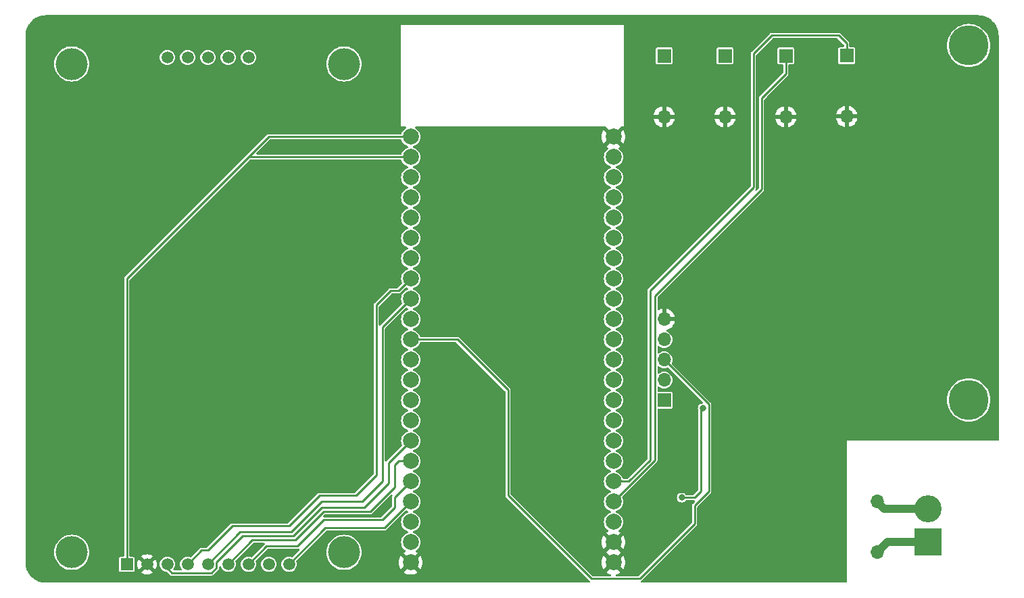
<source format=gbr>
%TF.GenerationSoftware,KiCad,Pcbnew,7.0.7*%
%TF.CreationDate,2023-11-14T16:57:36+01:00*%
%TF.ProjectId,ssr25router,73737232-3572-46f7-9574-65722e6b6963,rev?*%
%TF.SameCoordinates,Original*%
%TF.FileFunction,Copper,L2,Bot*%
%TF.FilePolarity,Positive*%
%FSLAX46Y46*%
G04 Gerber Fmt 4.6, Leading zero omitted, Abs format (unit mm)*
G04 Created by KiCad (PCBNEW 7.0.7) date 2023-11-14 16:57:36*
%MOMM*%
%LPD*%
G01*
G04 APERTURE LIST*
%TA.AperFunction,ComponentPad*%
%ADD10R,3.400000X3.400000*%
%TD*%
%TA.AperFunction,ComponentPad*%
%ADD11O,3.400000X3.400000*%
%TD*%
%TA.AperFunction,ComponentPad*%
%ADD12C,0.800000*%
%TD*%
%TA.AperFunction,ComponentPad*%
%ADD13C,5.000000*%
%TD*%
%TA.AperFunction,ComponentPad*%
%ADD14R,1.700000X1.700000*%
%TD*%
%TA.AperFunction,ComponentPad*%
%ADD15O,1.700000X1.700000*%
%TD*%
%TA.AperFunction,ComponentPad*%
%ADD16C,2.000000*%
%TD*%
%TA.AperFunction,ComponentPad*%
%ADD17C,4.000000*%
%TD*%
%TA.AperFunction,ComponentPad*%
%ADD18R,1.500000X1.500000*%
%TD*%
%TA.AperFunction,ComponentPad*%
%ADD19C,1.500000*%
%TD*%
%TA.AperFunction,ViaPad*%
%ADD20C,0.800000*%
%TD*%
%TA.AperFunction,Conductor*%
%ADD21C,1.000000*%
%TD*%
%TA.AperFunction,Conductor*%
%ADD22C,0.250000*%
%TD*%
G04 APERTURE END LIST*
D10*
%TO.P,J1,1,Pin_1*%
%TO.N,220V_phase*%
X143510000Y-104140000D03*
D11*
%TO.P,J1,2,Pin_2*%
%TO.N,220V_neutral*%
X143510000Y-99949000D03*
%TD*%
D12*
%TO.P,H2,1*%
%TO.N,N/C*%
X146770825Y-86304175D03*
X147320000Y-84978350D03*
X147320000Y-87630000D03*
X148645825Y-84429175D03*
D13*
X148645825Y-86304175D03*
D12*
X148645825Y-88179175D03*
X149971650Y-84978350D03*
X149971650Y-87630000D03*
X150520825Y-86304175D03*
%TD*%
D14*
%TO.P,U2,1,VCC*%
%TO.N,+3.3V*%
X110490000Y-86360000D03*
D15*
%TO.P,U2,2,RX*%
%TO.N,/TXD*%
X110490000Y-83820000D03*
%TO.P,U2,3,TX*%
%TO.N,/RXD*%
X110490000Y-81280000D03*
%TO.P,U2,4,PF*%
%TO.N,unconnected-(U2-PF-Pad4)*%
X110490000Y-78740000D03*
%TO.P,U2,5,GND*%
%TO.N,GND*%
X110490000Y-76200000D03*
%TO.P,U2,6,UL*%
%TO.N,220V_phase*%
X137160000Y-105410000D03*
%TO.P,U2,7,UN*%
%TO.N,220V_neutral*%
X137160000Y-99060000D03*
%TD*%
D14*
%TO.P,RL3,3*%
%TO.N,/Relay3*%
X118110000Y-43190000D03*
D15*
%TO.P,RL3,4*%
%TO.N,GND*%
X118110000Y-50810000D03*
%TD*%
D14*
%TO.P,RL4,3*%
%TO.N,/Relay4*%
X110490000Y-43190000D03*
D15*
%TO.P,RL4,4*%
%TO.N,GND*%
X110490000Y-50810000D03*
%TD*%
D16*
%TO.P,U1,1,3.3*%
%TO.N,+3.3V*%
X78740000Y-53340000D03*
%TO.P,U1,2,3.3*%
X78740000Y-55880000D03*
%TO.P,U1,3,RST*%
%TO.N,unconnected-(U1-RST-Pad3)*%
X78740000Y-58420000D03*
%TO.P,U1,4,4*%
%TO.N,unconnected-(U1-Pad4)*%
X78740000Y-60960000D03*
%TO.P,U1,5,5*%
%TO.N,unconnected-(U1-Pad5)*%
X78740000Y-63500000D03*
%TO.P,U1,6,6*%
%TO.N,unconnected-(U1-Pad6)*%
X78740000Y-66040000D03*
%TO.P,U1,7,7*%
%TO.N,unconnected-(U1-Pad7)*%
X78740000Y-68580000D03*
%TO.P,U1,8,15*%
%TO.N,/TFT_RST*%
X78740000Y-71120000D03*
%TO.P,U1,9,16*%
%TO.N,/TFT_DC*%
X78740000Y-73660000D03*
%TO.P,U1,10,17*%
%TO.N,/TXD*%
X78740000Y-76200000D03*
%TO.P,U1,11,18*%
%TO.N,/RXD*%
X78740000Y-78740000D03*
%TO.P,U1,12,8*%
%TO.N,unconnected-(U1-8-Pad12)*%
X78740000Y-81280000D03*
%TO.P,U1,13,3*%
%TO.N,unconnected-(U1-3-Pad13)*%
X78740000Y-83820000D03*
%TO.P,U1,14,46*%
%TO.N,unconnected-(U1-46-Pad14)*%
X78740000Y-86360000D03*
%TO.P,U1,15,9*%
%TO.N,unconnected-(U1-9-Pad15)*%
X78740000Y-88900000D03*
%TO.P,U1,16,10*%
%TO.N,/TFT_CS*%
X78740000Y-91440000D03*
%TO.P,U1,17,11*%
%TO.N,/TFT_MOSI*%
X78740000Y-93980000D03*
%TO.P,U1,18,12*%
%TO.N,/TFT_SCK*%
X78740000Y-96520000D03*
%TO.P,U1,19,13*%
%TO.N,/TFT_MISO*%
X78740000Y-99060000D03*
%TO.P,U1,20,14*%
%TO.N,/Relay4*%
X78740000Y-101600000D03*
%TO.P,U1,21,5V*%
%TO.N,unconnected-(U1-5V-Pad21)*%
X78740000Y-104140000D03*
%TO.P,U1,22,GND*%
%TO.N,GND*%
X78740000Y-106680000D03*
%TO.P,U1,23,GND*%
X104141864Y-106680000D03*
%TO.P,U1,24,GND*%
X104140000Y-104140000D03*
%TO.P,U1,25,19*%
%TO.N,/Relay3*%
X104140000Y-101600000D03*
%TO.P,U1,26,20*%
%TO.N,/Relay2*%
X104140000Y-99060000D03*
%TO.P,U1,27,21*%
%TO.N,/Relay1*%
X104140000Y-96520000D03*
%TO.P,U1,28,47*%
%TO.N,unconnected-(U1-47-Pad28)*%
X104140000Y-93980000D03*
%TO.P,U1,29,48*%
%TO.N,unconnected-(U1-48-Pad29)*%
X104140000Y-91440000D03*
%TO.P,U1,30,45*%
%TO.N,unconnected-(U1-45-Pad30)*%
X104140000Y-88900000D03*
%TO.P,U1,31,0*%
%TO.N,unconnected-(U1-0-Pad31)*%
X104140000Y-86360000D03*
%TO.P,U1,32,35*%
%TO.N,unconnected-(U1-35-Pad32)*%
X104140000Y-83820000D03*
%TO.P,U1,33,36*%
%TO.N,unconnected-(U1-36-Pad33)*%
X104140000Y-81280000D03*
%TO.P,U1,34,37*%
%TO.N,unconnected-(U1-37-Pad34)*%
X104140000Y-78740000D03*
%TO.P,U1,35,38*%
%TO.N,unconnected-(U1-38-Pad35)*%
X104140000Y-76200000D03*
%TO.P,U1,36,39*%
%TO.N,unconnected-(U1-39-Pad36)*%
X104140000Y-73660000D03*
%TO.P,U1,37,40*%
%TO.N,unconnected-(U1-40-Pad37)*%
X104140000Y-71120000D03*
%TO.P,U1,38,41*%
%TO.N,unconnected-(U1-41-Pad38)*%
X104140000Y-68580000D03*
%TO.P,U1,39,42*%
%TO.N,unconnected-(U1-42-Pad39)*%
X104140000Y-66040000D03*
%TO.P,U1,40,2*%
%TO.N,unconnected-(U1-2-Pad40)*%
X104140000Y-63500000D03*
%TO.P,U1,41,1*%
%TO.N,unconnected-(U1-1-Pad41)*%
X104140000Y-60960000D03*
%TO.P,U1,42,RX*%
%TO.N,unconnected-(U1-RX-Pad42)*%
X104140000Y-58420000D03*
%TO.P,U1,43,TX*%
%TO.N,unconnected-(U1-TX-Pad43)*%
X104140000Y-55880000D03*
%TO.P,U1,44,GND*%
%TO.N,GND*%
X104140000Y-53340000D03*
%TD*%
D17*
%TO.P,U3,*%
%TO.N,*%
X36290000Y-105410000D03*
X70390000Y-105410000D03*
X36290000Y-44210000D03*
X70390000Y-44210000D03*
D18*
%TO.P,U3,1,VCC*%
%TO.N,+3.3V*%
X43180000Y-106910000D03*
D19*
%TO.P,U3,2,GND*%
%TO.N,GND*%
X45720000Y-106910000D03*
%TO.P,U3,3,~{CS}*%
%TO.N,/TFT_CS*%
X48260000Y-106910000D03*
%TO.P,U3,4,RESET*%
%TO.N,/TFT_RST*%
X50800000Y-106910000D03*
%TO.P,U3,5,D/~{C}*%
%TO.N,/TFT_DC*%
X53340000Y-106910000D03*
%TO.P,U3,6,MOSI*%
%TO.N,/TFT_MOSI*%
X55880000Y-106910000D03*
%TO.P,U3,7,SCK*%
%TO.N,/TFT_SCK*%
X58420000Y-106910000D03*
%TO.P,U3,8,LED*%
%TO.N,+3.3V*%
X60960000Y-106910000D03*
%TO.P,U3,9,MISO*%
%TO.N,/TFT_MISO*%
X63500000Y-106910000D03*
%TO.P,U3,10,SD_CS*%
%TO.N,unconnected-(U3-SD_CS-Pad10)*%
X48260000Y-43390000D03*
%TO.P,U3,11,SD_MOSI*%
%TO.N,unconnected-(U3-SD_MOSI-Pad11)*%
X50800000Y-43390000D03*
%TO.P,U3,12,SD_MISO*%
%TO.N,unconnected-(U3-SD_MISO-Pad12)*%
X53340000Y-43390000D03*
%TO.P,U3,13,SD_SCK*%
%TO.N,unconnected-(U3-SD_SCK-Pad13)*%
X55880000Y-43390000D03*
%TO.P,U3,14,FLASH_CD*%
%TO.N,unconnected-(U3-FLASH_CD-Pad14)*%
X58420000Y-43390000D03*
%TD*%
D14*
%TO.P,RL1,3*%
%TO.N,/Relay1*%
X133350000Y-43180000D03*
D15*
%TO.P,RL1,4*%
%TO.N,GND*%
X133350000Y-50800000D03*
%TD*%
D12*
%TO.P,H1,1*%
%TO.N,N/C*%
X146770825Y-41910000D03*
X147320000Y-40584175D03*
X147320000Y-43235825D03*
X148645825Y-40035000D03*
D13*
X148645825Y-41910000D03*
D12*
X148645825Y-43785000D03*
X149971650Y-40584175D03*
X149971650Y-43235825D03*
X150520825Y-41910000D03*
%TD*%
D14*
%TO.P,RL2,3*%
%TO.N,/Relay2*%
X125730000Y-43190000D03*
D15*
%TO.P,RL2,4*%
%TO.N,GND*%
X125730000Y-50810000D03*
%TD*%
D20*
%TO.N,GND*%
X75565000Y-74676000D03*
X76200000Y-85090000D03*
X68199000Y-54864000D03*
X83058000Y-77343000D03*
X85090000Y-82550000D03*
X75692000Y-99568000D03*
X88646000Y-101981000D03*
%TO.N,/Relay3*%
X112688500Y-98552000D03*
X115316000Y-87376000D03*
%TD*%
D21*
%TO.N,220V_phase*%
X143510000Y-104140000D02*
X138430000Y-104140000D01*
X138430000Y-104140000D02*
X137160000Y-105410000D01*
%TO.N,220V_neutral*%
X138049000Y-99949000D02*
X137160000Y-99060000D01*
X143510000Y-99949000D02*
X138049000Y-99949000D01*
D22*
%TO.N,/Relay1*%
X104140000Y-96520000D02*
X106043604Y-96520000D01*
X108712000Y-93851604D02*
X108712000Y-72644000D01*
X121666000Y-42926000D02*
X123952000Y-40640000D01*
X121666000Y-59690000D02*
X121666000Y-42926000D01*
X132334000Y-40640000D02*
X133350000Y-41656000D01*
X108712000Y-72644000D02*
X121666000Y-59690000D01*
X123952000Y-40640000D02*
X132334000Y-40640000D01*
X133350000Y-41656000D02*
X133350000Y-43180000D01*
X106043604Y-96520000D02*
X108712000Y-93851604D01*
%TO.N,GND*%
X76985000Y-108435000D02*
X78740000Y-106680000D01*
X47245000Y-108435000D02*
X76985000Y-108435000D01*
X45720000Y-106910000D02*
X47245000Y-108435000D01*
%TO.N,/Relay2*%
X122682000Y-48514000D02*
X122682000Y-59944000D01*
X122682000Y-59944000D02*
X109315000Y-73311000D01*
X122682000Y-48514000D02*
X125730000Y-45466000D01*
X109315000Y-73311000D02*
X109315000Y-93885000D01*
X125730000Y-45466000D02*
X125730000Y-43190000D01*
X109315000Y-93885000D02*
X104140000Y-99060000D01*
%TO.N,/Relay3*%
X115062000Y-87630000D02*
X115316000Y-87376000D01*
X112688500Y-98552000D02*
X114300000Y-98552000D01*
X115062000Y-97790000D02*
X115062000Y-87630000D01*
X114300000Y-98552000D02*
X115062000Y-97790000D01*
%TO.N,+3.3V*%
X43180000Y-71120000D02*
X57912000Y-56388000D01*
X58420000Y-55880000D02*
X57912000Y-56388000D01*
X43180000Y-106910000D02*
X43180000Y-71120000D01*
X60960000Y-53340000D02*
X78740000Y-53340000D01*
X57912000Y-56388000D02*
X60960000Y-53340000D01*
X78740000Y-55880000D02*
X58420000Y-55880000D01*
%TO.N,/TFT_RST*%
X74422000Y-74422000D02*
X76200000Y-72644000D01*
X52554000Y-105156000D02*
X53340000Y-105156000D01*
X74422000Y-95758000D02*
X74422000Y-74422000D01*
X67310000Y-98298000D02*
X71882000Y-98298000D01*
X53340000Y-105156000D02*
X56388000Y-102108000D01*
X50800000Y-106910000D02*
X52554000Y-105156000D01*
X56388000Y-102108000D02*
X63500000Y-102108000D01*
X63500000Y-102108000D02*
X67310000Y-98298000D01*
X71882000Y-98298000D02*
X74422000Y-95758000D01*
X76200000Y-72644000D02*
X77216000Y-72644000D01*
X77216000Y-72644000D02*
X78740000Y-71120000D01*
%TO.N,/TFT_DC*%
X67564000Y-99060000D02*
X72644000Y-99060000D01*
X72644000Y-99060000D02*
X75184000Y-96520000D01*
X75184000Y-77216000D02*
X78740000Y-73660000D01*
X63754000Y-102870000D02*
X67564000Y-99060000D01*
X57380000Y-102870000D02*
X63754000Y-102870000D01*
X53340000Y-106910000D02*
X57380000Y-102870000D01*
X75184000Y-96520000D02*
X75184000Y-77216000D01*
%TO.N,/RXD*%
X114300000Y-99568000D02*
X114300000Y-101854000D01*
X90932000Y-85090000D02*
X84582000Y-78740000D01*
X84582000Y-78740000D02*
X78740000Y-78740000D01*
X107442000Y-108712000D02*
X101346000Y-108712000D01*
X116078000Y-97790000D02*
X114300000Y-99568000D01*
X116078000Y-86868000D02*
X116078000Y-97790000D01*
X101346000Y-108712000D02*
X90932000Y-98298000D01*
X90932000Y-98298000D02*
X90932000Y-85090000D01*
X110490000Y-81280000D02*
X116078000Y-86868000D01*
X114300000Y-101854000D02*
X107442000Y-108712000D01*
%TO.N,/TFT_CS*%
X57658000Y-103378000D02*
X54415000Y-106621000D01*
X48803000Y-107985000D02*
X48260000Y-107442000D01*
X54415000Y-106621000D02*
X54415000Y-107355280D01*
X78740000Y-91440000D02*
X75946000Y-94234000D01*
X48260000Y-107442000D02*
X48260000Y-106910000D01*
X54415000Y-107355280D02*
X53785280Y-107985000D01*
X72898000Y-99822000D02*
X67564000Y-99822000D01*
X53785280Y-107985000D02*
X48803000Y-107985000D01*
X75946000Y-94234000D02*
X75946000Y-96774000D01*
X75946000Y-96774000D02*
X72898000Y-99822000D01*
X64008000Y-103378000D02*
X57658000Y-103378000D01*
X67564000Y-99822000D02*
X64008000Y-103378000D01*
%TO.N,/TFT_MOSI*%
X58904000Y-103886000D02*
X64262000Y-103886000D01*
X67818000Y-100330000D02*
X73660000Y-100330000D01*
X76708000Y-94488000D02*
X77216000Y-93980000D01*
X64262000Y-103886000D02*
X67818000Y-100330000D01*
X77216000Y-93980000D02*
X78740000Y-93980000D01*
X73660000Y-100330000D02*
X76708000Y-97282000D01*
X55880000Y-106910000D02*
X58904000Y-103886000D01*
X76708000Y-97282000D02*
X76708000Y-94488000D01*
%TO.N,/TFT_SCK*%
X67818000Y-101346000D02*
X75184000Y-101346000D01*
X76708000Y-98552000D02*
X78740000Y-96520000D01*
X58420000Y-106910000D02*
X60682000Y-104648000D01*
X60682000Y-104648000D02*
X64516000Y-104648000D01*
X75184000Y-101346000D02*
X76708000Y-99822000D01*
X76708000Y-99822000D02*
X76708000Y-98552000D01*
X64516000Y-104648000D02*
X67818000Y-101346000D01*
%TO.N,/TFT_MISO*%
X63500000Y-106910000D02*
X68048000Y-102362000D01*
X68048000Y-102362000D02*
X75438000Y-102362000D01*
X75438000Y-102362000D02*
X78740000Y-99060000D01*
%TD*%
%TA.AperFunction,Conductor*%
%TO.N,GND*%
G36*
X149861737Y-38100598D02*
G01*
X149895041Y-38102467D01*
X149975603Y-38106992D01*
X150147691Y-38117401D01*
X150154297Y-38118160D01*
X150225907Y-38130327D01*
X150290343Y-38141277D01*
X150383462Y-38158340D01*
X150439227Y-38168560D01*
X150445198Y-38169963D01*
X150582032Y-38209384D01*
X150722850Y-38253265D01*
X150728092Y-38255164D01*
X150861420Y-38310391D01*
X150994609Y-38370334D01*
X150999147Y-38372605D01*
X151072221Y-38412991D01*
X151126422Y-38442947D01*
X151126439Y-38442956D01*
X151250935Y-38518217D01*
X151254739Y-38520711D01*
X151372726Y-38604427D01*
X151375072Y-38606176D01*
X151470416Y-38680874D01*
X151488332Y-38694910D01*
X151491409Y-38697486D01*
X151599430Y-38794018D01*
X151601957Y-38796408D01*
X151703590Y-38898041D01*
X151705980Y-38900568D01*
X151802512Y-39008589D01*
X151805088Y-39011666D01*
X151893811Y-39124912D01*
X151895571Y-39127272D01*
X151979287Y-39245259D01*
X151981781Y-39249063D01*
X152057043Y-39373560D01*
X152127393Y-39500851D01*
X152129668Y-39505398D01*
X152189609Y-39638581D01*
X152244831Y-39771899D01*
X152246744Y-39777183D01*
X152269633Y-39850634D01*
X152290631Y-39918021D01*
X152330032Y-40054790D01*
X152331440Y-40060781D01*
X152358722Y-40209656D01*
X152381835Y-40345683D01*
X152382599Y-40352330D01*
X152393011Y-40524466D01*
X152399402Y-40638265D01*
X152399500Y-40641743D01*
X152399500Y-91316000D01*
X152379815Y-91383039D01*
X152327011Y-91428794D01*
X152275500Y-91440000D01*
X133350000Y-91440000D01*
X133350000Y-109095500D01*
X133330315Y-109162539D01*
X133277511Y-109208294D01*
X133226000Y-109219500D01*
X107677984Y-109219500D01*
X107610945Y-109199815D01*
X107565190Y-109147011D01*
X107555246Y-109077853D01*
X107584271Y-109014297D01*
X107606846Y-108993935D01*
X107607301Y-108993615D01*
X107614847Y-108988331D01*
X107619392Y-108985437D01*
X107654455Y-108965194D01*
X107654459Y-108965190D01*
X107680476Y-108934182D01*
X107684122Y-108930202D01*
X114518204Y-102096120D01*
X114522166Y-102092489D01*
X114553194Y-102066455D01*
X114573438Y-102031390D01*
X114576335Y-102026841D01*
X114599554Y-101993684D01*
X114599554Y-101993681D01*
X114601819Y-101988824D01*
X114608747Y-101972099D01*
X114610584Y-101967050D01*
X114610588Y-101967045D01*
X114617619Y-101927162D01*
X114618777Y-101921940D01*
X114629264Y-101882807D01*
X114625733Y-101842453D01*
X114625500Y-101837097D01*
X114625500Y-99754186D01*
X114645185Y-99687147D01*
X114661814Y-99666511D01*
X116296204Y-98032120D01*
X116300166Y-98028489D01*
X116331194Y-98002455D01*
X116351438Y-97967390D01*
X116354335Y-97962841D01*
X116377554Y-97929684D01*
X116377554Y-97929681D01*
X116379819Y-97924824D01*
X116386747Y-97908099D01*
X116388584Y-97903050D01*
X116388588Y-97903045D01*
X116395619Y-97863162D01*
X116396777Y-97857940D01*
X116407264Y-97818807D01*
X116403735Y-97778478D01*
X116403500Y-97773075D01*
X116403500Y-86884909D01*
X116403736Y-86879502D01*
X116407263Y-86839191D01*
X116396786Y-86800092D01*
X116395617Y-86794824D01*
X116388588Y-86754955D01*
X116388587Y-86754954D01*
X116388587Y-86754951D01*
X116386765Y-86749947D01*
X116379815Y-86733168D01*
X116377554Y-86728319D01*
X116377553Y-86728318D01*
X116377553Y-86728316D01*
X116354333Y-86695154D01*
X116351435Y-86690604D01*
X116347845Y-86684387D01*
X116331194Y-86655545D01*
X116331191Y-86655542D01*
X116331190Y-86655541D01*
X116301077Y-86630274D01*
X116300182Y-86629522D01*
X116296210Y-86625883D01*
X115974502Y-86304175D01*
X145940389Y-86304175D01*
X145960114Y-86630274D01*
X146019003Y-86951627D01*
X146116191Y-87263517D01*
X146116195Y-87263529D01*
X146116198Y-87263536D01*
X146250280Y-87561454D01*
X146358446Y-87740382D01*
X146419298Y-87841043D01*
X146620779Y-88098214D01*
X146851785Y-88329220D01*
X147108956Y-88530701D01*
X147108959Y-88530703D01*
X147108962Y-88530705D01*
X147388546Y-88699720D01*
X147686464Y-88833802D01*
X147686477Y-88833806D01*
X147686482Y-88833808D01*
X147998371Y-88930995D01*
X147998372Y-88930996D01*
X148319721Y-88989885D01*
X148645825Y-89009611D01*
X148971929Y-88989885D01*
X149293278Y-88930996D01*
X149605186Y-88833802D01*
X149903104Y-88699720D01*
X150182688Y-88530705D01*
X150439861Y-88329223D01*
X150670873Y-88098211D01*
X150872355Y-87841038D01*
X151041370Y-87561454D01*
X151175452Y-87263536D01*
X151185980Y-87229752D01*
X151234775Y-87073160D01*
X151272646Y-86951628D01*
X151331535Y-86630279D01*
X151351261Y-86304175D01*
X151331535Y-85978071D01*
X151272646Y-85656722D01*
X151272646Y-85656721D01*
X151175458Y-85344832D01*
X151175456Y-85344827D01*
X151175452Y-85344814D01*
X151041370Y-85046896D01*
X150872355Y-84767312D01*
X150872353Y-84767309D01*
X150872351Y-84767306D01*
X150670870Y-84510135D01*
X150439864Y-84279129D01*
X150182693Y-84077648D01*
X150122958Y-84041537D01*
X149903104Y-83908630D01*
X149605186Y-83774548D01*
X149605179Y-83774545D01*
X149605167Y-83774541D01*
X149293277Y-83677353D01*
X148971924Y-83618464D01*
X148671846Y-83600313D01*
X148645825Y-83598739D01*
X148645824Y-83598739D01*
X148319725Y-83618464D01*
X147998372Y-83677353D01*
X147686482Y-83774541D01*
X147686466Y-83774547D01*
X147686464Y-83774548D01*
X147585476Y-83819999D01*
X147388550Y-83908628D01*
X147388548Y-83908629D01*
X147108956Y-84077648D01*
X146851785Y-84279129D01*
X146620779Y-84510135D01*
X146419298Y-84767306D01*
X146308667Y-84950313D01*
X146250280Y-85046896D01*
X146126857Y-85321132D01*
X146116197Y-85344817D01*
X146116191Y-85344832D01*
X146019003Y-85656722D01*
X145960114Y-85978075D01*
X145940389Y-86304175D01*
X115974502Y-86304175D01*
X111491320Y-81820994D01*
X111457836Y-81759672D01*
X111462820Y-81689980D01*
X111464446Y-81685850D01*
X111465227Y-81683962D01*
X111465232Y-81683954D01*
X111525300Y-81485934D01*
X111545583Y-81280000D01*
X111525300Y-81074066D01*
X111465232Y-80876046D01*
X111367685Y-80693550D01*
X111315702Y-80630209D01*
X111236410Y-80533589D01*
X111076452Y-80402317D01*
X111076453Y-80402317D01*
X111076450Y-80402315D01*
X110893954Y-80304768D01*
X110695934Y-80244700D01*
X110695932Y-80244699D01*
X110695934Y-80244699D01*
X110490000Y-80224417D01*
X110284067Y-80244699D01*
X110086043Y-80304769D01*
X109990167Y-80356017D01*
X109903550Y-80402315D01*
X109903548Y-80402316D01*
X109903547Y-80402317D01*
X109843162Y-80451872D01*
X109778851Y-80479184D01*
X109709984Y-80467391D01*
X109658425Y-80420238D01*
X109640499Y-80356020D01*
X109640500Y-79663978D01*
X109660184Y-79596943D01*
X109712988Y-79551188D01*
X109782146Y-79541244D01*
X109843163Y-79568128D01*
X109903546Y-79617682D01*
X109903550Y-79617685D01*
X110086046Y-79715232D01*
X110284066Y-79775300D01*
X110284065Y-79775300D01*
X110302529Y-79777118D01*
X110490000Y-79795583D01*
X110695934Y-79775300D01*
X110893954Y-79715232D01*
X111076450Y-79617685D01*
X111236410Y-79486410D01*
X111367685Y-79326450D01*
X111465232Y-79143954D01*
X111525300Y-78945934D01*
X111545583Y-78740000D01*
X111525300Y-78534066D01*
X111465232Y-78336046D01*
X111367685Y-78153550D01*
X111315702Y-78090209D01*
X111236410Y-77993589D01*
X111076452Y-77862317D01*
X111076453Y-77862317D01*
X111076450Y-77862315D01*
X110893954Y-77764768D01*
X110827447Y-77744593D01*
X110769009Y-77706296D01*
X110740553Y-77642484D01*
X110751113Y-77573417D01*
X110797337Y-77521023D01*
X110831350Y-77506158D01*
X110953483Y-77473433D01*
X110953492Y-77473429D01*
X111167578Y-77373600D01*
X111361082Y-77238105D01*
X111528105Y-77071082D01*
X111663600Y-76877578D01*
X111763429Y-76663492D01*
X111763432Y-76663486D01*
X111820636Y-76450000D01*
X111103347Y-76450000D01*
X111036308Y-76430315D01*
X110990553Y-76377511D01*
X110980609Y-76308353D01*
X110984369Y-76291067D01*
X110990000Y-76271888D01*
X110990000Y-76128111D01*
X110984369Y-76108933D01*
X110984370Y-76039064D01*
X111022145Y-75980286D01*
X111085701Y-75951262D01*
X111103347Y-75950000D01*
X111820636Y-75950000D01*
X111820635Y-75949999D01*
X111763432Y-75736513D01*
X111763429Y-75736507D01*
X111663600Y-75522422D01*
X111663599Y-75522420D01*
X111528113Y-75328926D01*
X111528108Y-75328920D01*
X111361082Y-75161894D01*
X111167578Y-75026399D01*
X110953492Y-74926570D01*
X110953486Y-74926567D01*
X110739999Y-74869364D01*
X110739999Y-75587698D01*
X110720314Y-75654737D01*
X110667510Y-75700492D01*
X110598353Y-75710436D01*
X110525764Y-75700000D01*
X110525763Y-75700000D01*
X110454237Y-75700000D01*
X110454233Y-75700000D01*
X110381645Y-75710436D01*
X110312487Y-75700492D01*
X110259684Y-75654736D01*
X110240000Y-75587698D01*
X110240000Y-74869364D01*
X110239999Y-74869364D01*
X110026513Y-74926567D01*
X110026502Y-74926571D01*
X109816903Y-75024309D01*
X109747826Y-75034801D01*
X109684042Y-75006281D01*
X109645803Y-74947804D01*
X109640500Y-74911933D01*
X109640499Y-73497187D01*
X109660185Y-73430147D01*
X109676814Y-73409511D01*
X122900204Y-60186120D01*
X122904166Y-60182489D01*
X122935194Y-60156455D01*
X122955438Y-60121390D01*
X122958335Y-60116841D01*
X122981554Y-60083684D01*
X122981554Y-60083681D01*
X122983819Y-60078824D01*
X122990747Y-60062099D01*
X122992584Y-60057050D01*
X122992588Y-60057045D01*
X122999619Y-60017162D01*
X123000777Y-60011940D01*
X123011264Y-59972807D01*
X123007735Y-59932478D01*
X123007500Y-59927075D01*
X123007500Y-51060000D01*
X124399364Y-51060000D01*
X124456567Y-51273486D01*
X124456570Y-51273492D01*
X124556399Y-51487578D01*
X124691894Y-51681082D01*
X124858917Y-51848105D01*
X125052421Y-51983600D01*
X125266507Y-52083429D01*
X125266516Y-52083433D01*
X125480000Y-52140634D01*
X125480000Y-51422301D01*
X125499685Y-51355262D01*
X125552489Y-51309507D01*
X125621647Y-51299563D01*
X125694237Y-51310000D01*
X125694238Y-51310000D01*
X125765762Y-51310000D01*
X125765763Y-51310000D01*
X125838353Y-51299563D01*
X125907512Y-51309507D01*
X125960315Y-51355262D01*
X125980000Y-51422301D01*
X125979999Y-52140634D01*
X126193483Y-52083433D01*
X126193492Y-52083429D01*
X126407578Y-51983600D01*
X126601082Y-51848105D01*
X126768105Y-51681082D01*
X126903600Y-51487578D01*
X127003429Y-51273492D01*
X127003432Y-51273486D01*
X127060636Y-51060000D01*
X126343347Y-51060000D01*
X126309291Y-51050000D01*
X132019364Y-51050000D01*
X132076567Y-51263486D01*
X132076570Y-51263492D01*
X132176399Y-51477578D01*
X132311894Y-51671082D01*
X132478917Y-51838105D01*
X132672421Y-51973600D01*
X132886507Y-52073429D01*
X132886516Y-52073433D01*
X133100000Y-52130634D01*
X133100000Y-51412301D01*
X133119685Y-51345262D01*
X133172489Y-51299507D01*
X133241647Y-51289563D01*
X133314237Y-51300000D01*
X133314238Y-51300000D01*
X133385762Y-51300000D01*
X133385763Y-51300000D01*
X133458353Y-51289563D01*
X133527512Y-51299507D01*
X133580315Y-51345262D01*
X133600000Y-51412301D01*
X133600000Y-52130633D01*
X133813483Y-52073433D01*
X133813492Y-52073429D01*
X134027578Y-51973600D01*
X134221082Y-51838105D01*
X134388105Y-51671082D01*
X134523600Y-51477578D01*
X134623429Y-51263492D01*
X134623432Y-51263486D01*
X134680636Y-51050000D01*
X133963347Y-51050000D01*
X133896308Y-51030315D01*
X133850553Y-50977511D01*
X133840609Y-50908353D01*
X133844369Y-50891067D01*
X133850000Y-50871888D01*
X133850000Y-50728111D01*
X133844369Y-50708933D01*
X133844370Y-50639064D01*
X133882145Y-50580286D01*
X133945701Y-50551262D01*
X133963347Y-50550000D01*
X134680636Y-50550000D01*
X134680635Y-50549999D01*
X134623432Y-50336513D01*
X134623429Y-50336507D01*
X134523600Y-50122422D01*
X134523599Y-50122420D01*
X134388113Y-49928926D01*
X134388108Y-49928920D01*
X134221082Y-49761894D01*
X134027578Y-49626399D01*
X133813492Y-49526570D01*
X133813486Y-49526567D01*
X133600000Y-49469364D01*
X133600000Y-50187698D01*
X133580315Y-50254737D01*
X133527511Y-50300492D01*
X133458355Y-50310436D01*
X133385766Y-50300000D01*
X133385763Y-50300000D01*
X133314237Y-50300000D01*
X133314233Y-50300000D01*
X133241645Y-50310436D01*
X133172487Y-50300492D01*
X133119684Y-50254736D01*
X133100000Y-50187698D01*
X133100000Y-49469364D01*
X133099999Y-49469364D01*
X132886513Y-49526567D01*
X132886507Y-49526570D01*
X132672422Y-49626399D01*
X132672420Y-49626400D01*
X132478926Y-49761886D01*
X132478920Y-49761891D01*
X132311891Y-49928920D01*
X132311886Y-49928926D01*
X132176400Y-50122420D01*
X132176399Y-50122422D01*
X132076570Y-50336507D01*
X132076567Y-50336513D01*
X132019364Y-50549999D01*
X132019364Y-50550000D01*
X132736653Y-50550000D01*
X132803692Y-50569685D01*
X132849447Y-50622489D01*
X132859391Y-50691647D01*
X132855631Y-50708933D01*
X132850000Y-50728111D01*
X132850000Y-50871888D01*
X132855631Y-50891067D01*
X132855630Y-50960936D01*
X132817855Y-51019714D01*
X132754299Y-51048738D01*
X132736653Y-51050000D01*
X132019364Y-51050000D01*
X126309291Y-51050000D01*
X126276308Y-51040315D01*
X126230553Y-50987511D01*
X126220609Y-50918353D01*
X126224369Y-50901067D01*
X126230000Y-50881888D01*
X126230000Y-50738111D01*
X126224369Y-50718933D01*
X126224370Y-50649064D01*
X126262145Y-50590286D01*
X126325701Y-50561262D01*
X126343347Y-50560000D01*
X127060636Y-50560000D01*
X127060635Y-50559999D01*
X127003432Y-50346513D01*
X127003429Y-50346507D01*
X126903600Y-50132422D01*
X126903599Y-50132420D01*
X126768113Y-49938926D01*
X126768108Y-49938920D01*
X126601082Y-49771894D01*
X126407578Y-49636399D01*
X126193492Y-49536570D01*
X126193486Y-49536567D01*
X125980000Y-49479364D01*
X125979999Y-49479364D01*
X125980000Y-50197698D01*
X125960315Y-50264737D01*
X125907511Y-50310492D01*
X125838355Y-50320436D01*
X125765766Y-50310000D01*
X125765763Y-50310000D01*
X125694237Y-50310000D01*
X125694233Y-50310000D01*
X125621645Y-50320436D01*
X125552487Y-50310492D01*
X125499684Y-50264736D01*
X125480000Y-50197698D01*
X125480000Y-49479364D01*
X125479999Y-49479364D01*
X125266513Y-49536567D01*
X125266507Y-49536570D01*
X125052422Y-49636399D01*
X125052420Y-49636400D01*
X124858926Y-49771886D01*
X124858920Y-49771891D01*
X124691891Y-49938920D01*
X124691886Y-49938926D01*
X124556400Y-50132420D01*
X124556399Y-50132422D01*
X124456570Y-50346507D01*
X124456567Y-50346513D01*
X124399364Y-50559999D01*
X124399364Y-50560000D01*
X125116653Y-50560000D01*
X125183692Y-50579685D01*
X125229447Y-50632489D01*
X125239391Y-50701647D01*
X125235631Y-50718933D01*
X125230000Y-50738111D01*
X125230000Y-50881888D01*
X125235631Y-50901067D01*
X125235630Y-50970936D01*
X125197855Y-51029714D01*
X125134299Y-51058738D01*
X125116653Y-51060000D01*
X124399364Y-51060000D01*
X123007500Y-51060000D01*
X123007500Y-48700187D01*
X123027185Y-48633148D01*
X123043819Y-48612506D01*
X123384455Y-48271870D01*
X125948204Y-45708120D01*
X125952166Y-45704489D01*
X125983194Y-45678455D01*
X126003438Y-45643390D01*
X126006335Y-45638841D01*
X126029554Y-45605684D01*
X126029554Y-45605681D01*
X126031819Y-45600824D01*
X126038747Y-45584099D01*
X126040584Y-45579050D01*
X126040588Y-45579045D01*
X126047619Y-45539162D01*
X126048777Y-45533940D01*
X126059264Y-45494807D01*
X126055733Y-45454456D01*
X126055500Y-45449101D01*
X126055500Y-44364500D01*
X126075185Y-44297460D01*
X126127989Y-44251706D01*
X126179500Y-44240500D01*
X126599750Y-44240500D01*
X126599751Y-44240499D01*
X126614568Y-44237552D01*
X126658229Y-44228868D01*
X126658229Y-44228867D01*
X126658231Y-44228867D01*
X126724552Y-44184552D01*
X126768867Y-44118231D01*
X126768867Y-44118229D01*
X126768868Y-44118229D01*
X126780499Y-44059752D01*
X126780500Y-44059750D01*
X126780500Y-42320249D01*
X126780499Y-42320247D01*
X126768868Y-42261770D01*
X126768867Y-42261769D01*
X126724552Y-42195447D01*
X126658230Y-42151132D01*
X126658229Y-42151131D01*
X126599752Y-42139500D01*
X126599748Y-42139500D01*
X124860252Y-42139500D01*
X124860247Y-42139500D01*
X124801770Y-42151131D01*
X124801769Y-42151132D01*
X124735447Y-42195447D01*
X124691132Y-42261769D01*
X124691131Y-42261770D01*
X124679500Y-42320247D01*
X124679500Y-44059752D01*
X124691131Y-44118229D01*
X124691132Y-44118230D01*
X124735447Y-44184552D01*
X124801769Y-44228867D01*
X124801770Y-44228868D01*
X124860247Y-44240499D01*
X124860250Y-44240500D01*
X124860252Y-44240500D01*
X125280500Y-44240500D01*
X125347539Y-44260185D01*
X125393294Y-44312989D01*
X125404500Y-44364500D01*
X125404500Y-45279811D01*
X125384815Y-45346850D01*
X125368181Y-45367492D01*
X122463803Y-48271870D01*
X122459814Y-48275525D01*
X122428805Y-48301545D01*
X122408562Y-48336606D01*
X122405656Y-48341166D01*
X122382446Y-48374313D01*
X122380206Y-48379117D01*
X122373229Y-48395961D01*
X122371410Y-48400959D01*
X122364383Y-48440811D01*
X122363212Y-48446091D01*
X122352735Y-48485191D01*
X122352735Y-48485194D01*
X122356263Y-48525515D01*
X122356499Y-48530920D01*
X122356500Y-59757811D01*
X122336815Y-59824850D01*
X122320181Y-59845492D01*
X122115251Y-60050422D01*
X122053928Y-60083907D01*
X121984236Y-60078923D01*
X121928303Y-60037051D01*
X121903886Y-59971587D01*
X121918738Y-59903314D01*
X121920152Y-59900794D01*
X121939441Y-59867384D01*
X121942333Y-59862845D01*
X121965553Y-59829684D01*
X121965555Y-59829676D01*
X121967816Y-59824828D01*
X121974754Y-59808079D01*
X121976584Y-59803051D01*
X121976588Y-59803045D01*
X121983617Y-59763174D01*
X121984785Y-59757907D01*
X121995263Y-59718807D01*
X121991734Y-59678488D01*
X121991499Y-59673083D01*
X121991499Y-51412301D01*
X121991499Y-43112184D01*
X122011184Y-43045149D01*
X122027813Y-43024512D01*
X124050507Y-41001819D01*
X124111831Y-40968334D01*
X124138189Y-40965500D01*
X132147812Y-40965500D01*
X132214851Y-40985185D01*
X132235493Y-41001819D01*
X132988181Y-41754507D01*
X133021666Y-41815830D01*
X133024500Y-41842188D01*
X133024500Y-42005500D01*
X133004815Y-42072539D01*
X132952011Y-42118294D01*
X132900500Y-42129500D01*
X132480247Y-42129500D01*
X132421770Y-42141131D01*
X132421769Y-42141132D01*
X132355447Y-42185447D01*
X132311132Y-42251769D01*
X132311131Y-42251770D01*
X132299500Y-42310247D01*
X132299500Y-44049752D01*
X132311131Y-44108229D01*
X132311132Y-44108230D01*
X132355447Y-44174552D01*
X132421769Y-44218867D01*
X132421770Y-44218868D01*
X132480247Y-44230499D01*
X132480250Y-44230500D01*
X132480252Y-44230500D01*
X134219750Y-44230500D01*
X134219751Y-44230499D01*
X134234568Y-44227552D01*
X134278229Y-44218868D01*
X134278229Y-44218867D01*
X134278231Y-44218867D01*
X134344552Y-44174552D01*
X134388867Y-44108231D01*
X134388867Y-44108229D01*
X134388868Y-44108229D01*
X134400499Y-44049752D01*
X134400500Y-44049750D01*
X134400500Y-42310249D01*
X134400499Y-42310247D01*
X134388868Y-42251770D01*
X134388867Y-42251769D01*
X134344552Y-42185447D01*
X134278230Y-42141132D01*
X134278229Y-42141131D01*
X134219752Y-42129500D01*
X134219748Y-42129500D01*
X133799500Y-42129500D01*
X133732461Y-42109815D01*
X133686706Y-42057011D01*
X133675500Y-42005500D01*
X133675500Y-41909999D01*
X145940389Y-41909999D01*
X145960114Y-42236099D01*
X146019003Y-42557452D01*
X146116191Y-42869342D01*
X146116195Y-42869354D01*
X146116198Y-42869361D01*
X146250280Y-43167279D01*
X146384920Y-43390000D01*
X146419298Y-43446868D01*
X146620779Y-43704039D01*
X146851785Y-43935045D01*
X147108956Y-44136526D01*
X147108959Y-44136528D01*
X147108962Y-44136530D01*
X147388546Y-44305545D01*
X147686464Y-44439627D01*
X147686477Y-44439631D01*
X147686482Y-44439633D01*
X147998371Y-44536820D01*
X147998372Y-44536821D01*
X148319721Y-44595710D01*
X148645825Y-44615436D01*
X148971929Y-44595710D01*
X149293278Y-44536821D01*
X149605186Y-44439627D01*
X149903104Y-44305545D01*
X150182688Y-44136530D01*
X150439861Y-43935048D01*
X150670873Y-43704036D01*
X150872355Y-43446863D01*
X151041370Y-43167279D01*
X151175452Y-42869361D01*
X151178564Y-42859376D01*
X151233253Y-42683870D01*
X151272646Y-42557453D01*
X151331535Y-42236104D01*
X151351261Y-41910000D01*
X151331535Y-41583896D01*
X151272646Y-41262547D01*
X151272645Y-41262547D01*
X151175458Y-40950657D01*
X151175456Y-40950652D01*
X151175452Y-40950639D01*
X151041370Y-40652721D01*
X150872355Y-40373137D01*
X150872353Y-40373134D01*
X150872351Y-40373131D01*
X150670870Y-40115960D01*
X150439864Y-39884954D01*
X150182693Y-39683473D01*
X150154221Y-39666261D01*
X149903104Y-39514455D01*
X149605186Y-39380373D01*
X149605179Y-39380370D01*
X149605167Y-39380366D01*
X149293277Y-39283178D01*
X148971924Y-39224289D01*
X148645825Y-39204564D01*
X148319725Y-39224289D01*
X147998372Y-39283178D01*
X147686482Y-39380366D01*
X147686466Y-39380372D01*
X147686464Y-39380373D01*
X147496758Y-39465752D01*
X147388550Y-39514453D01*
X147388548Y-39514454D01*
X147108956Y-39683473D01*
X146851785Y-39884954D01*
X146620779Y-40115960D01*
X146419298Y-40373131D01*
X146389875Y-40421803D01*
X146256917Y-40641743D01*
X146250279Y-40652723D01*
X146250278Y-40652725D01*
X146116197Y-40950642D01*
X146116191Y-40950657D01*
X146019003Y-41262547D01*
X145960114Y-41583900D01*
X145940389Y-41909999D01*
X133675500Y-41909999D01*
X133675500Y-41672920D01*
X133675736Y-41667513D01*
X133679264Y-41627193D01*
X133668782Y-41588076D01*
X133667616Y-41582818D01*
X133660588Y-41542955D01*
X133660586Y-41542952D01*
X133660586Y-41542950D01*
X133658760Y-41537933D01*
X133651820Y-41521176D01*
X133649554Y-41516319D01*
X133649554Y-41516316D01*
X133626339Y-41483162D01*
X133623433Y-41478599D01*
X133603196Y-41443548D01*
X133603195Y-41443547D01*
X133603194Y-41443545D01*
X133572177Y-41417518D01*
X133568193Y-41413867D01*
X133104965Y-40950639D01*
X132576119Y-40421793D01*
X132572474Y-40417814D01*
X132546456Y-40386807D01*
X132546455Y-40386806D01*
X132535058Y-40380226D01*
X132511392Y-40366561D01*
X132506831Y-40363655D01*
X132481163Y-40345683D01*
X132473684Y-40340446D01*
X132473681Y-40340445D01*
X132468861Y-40338197D01*
X132452055Y-40331235D01*
X132447043Y-40329411D01*
X132407190Y-40322383D01*
X132401910Y-40321212D01*
X132362808Y-40310735D01*
X132327892Y-40313790D01*
X132322481Y-40314264D01*
X132317078Y-40314500D01*
X123968913Y-40314500D01*
X123963511Y-40314264D01*
X123956126Y-40313618D01*
X123923192Y-40310736D01*
X123923191Y-40310736D01*
X123884099Y-40321211D01*
X123878819Y-40322382D01*
X123838954Y-40329412D01*
X123833962Y-40331229D01*
X123817117Y-40338206D01*
X123812313Y-40340446D01*
X123779163Y-40363658D01*
X123774602Y-40366564D01*
X123739548Y-40386804D01*
X123739545Y-40386806D01*
X123739543Y-40386807D01*
X123739542Y-40386809D01*
X123713523Y-40417815D01*
X123709869Y-40421803D01*
X121447803Y-42683870D01*
X121443814Y-42687525D01*
X121412805Y-42713545D01*
X121392562Y-42748606D01*
X121389656Y-42753166D01*
X121366446Y-42786313D01*
X121364206Y-42791117D01*
X121357229Y-42807961D01*
X121355410Y-42812959D01*
X121348383Y-42852811D01*
X121347212Y-42858091D01*
X121336735Y-42897191D01*
X121336735Y-42897194D01*
X121340263Y-42937515D01*
X121340499Y-42942920D01*
X121340500Y-59503810D01*
X121320815Y-59570849D01*
X121304181Y-59591491D01*
X108493803Y-72401870D01*
X108489814Y-72405525D01*
X108458805Y-72431545D01*
X108438562Y-72466606D01*
X108435656Y-72471166D01*
X108412446Y-72504313D01*
X108410206Y-72509117D01*
X108403229Y-72525961D01*
X108401410Y-72530959D01*
X108394383Y-72570811D01*
X108393212Y-72576091D01*
X108382735Y-72615191D01*
X108382735Y-72615194D01*
X108386263Y-72655515D01*
X108386499Y-72660920D01*
X108386499Y-93665416D01*
X108366814Y-93732455D01*
X108350180Y-93753097D01*
X105945097Y-96158181D01*
X105883774Y-96191666D01*
X105857416Y-96194500D01*
X105389175Y-96194500D01*
X105322136Y-96174815D01*
X105276381Y-96122011D01*
X105269909Y-96104435D01*
X105264231Y-96084480D01*
X105264229Y-96084472D01*
X105222229Y-96000125D01*
X105165063Y-95885320D01*
X105165056Y-95885308D01*
X105030979Y-95707761D01*
X104866562Y-95557876D01*
X104866560Y-95557874D01*
X104677404Y-95440754D01*
X104677395Y-95440750D01*
X104583956Y-95404552D01*
X104483475Y-95365625D01*
X104428075Y-95323054D01*
X104404484Y-95257288D01*
X104420195Y-95189207D01*
X104470219Y-95140428D01*
X104483466Y-95134377D01*
X104677401Y-95059247D01*
X104866562Y-94942124D01*
X105030981Y-94792236D01*
X105165058Y-94614689D01*
X105168813Y-94607149D01*
X105264224Y-94415538D01*
X105264223Y-94415538D01*
X105264229Y-94415528D01*
X105325115Y-94201536D01*
X105345643Y-93980000D01*
X105345162Y-93974814D01*
X105325115Y-93758464D01*
X105325114Y-93758462D01*
X105317714Y-93732455D01*
X105264229Y-93544472D01*
X105248485Y-93512853D01*
X105165061Y-93345316D01*
X105165056Y-93345308D01*
X105030979Y-93167761D01*
X104866562Y-93017876D01*
X104866560Y-93017874D01*
X104677404Y-92900754D01*
X104677395Y-92900750D01*
X104583956Y-92864552D01*
X104483475Y-92825625D01*
X104428075Y-92783054D01*
X104404484Y-92717288D01*
X104420195Y-92649207D01*
X104470219Y-92600428D01*
X104483466Y-92594377D01*
X104677401Y-92519247D01*
X104866562Y-92402124D01*
X105030981Y-92252236D01*
X105165058Y-92074689D01*
X105264229Y-91875528D01*
X105325115Y-91661536D01*
X105345643Y-91440000D01*
X105325115Y-91218464D01*
X105264229Y-91004472D01*
X105264224Y-91004461D01*
X105165061Y-90805316D01*
X105165056Y-90805308D01*
X105030979Y-90627761D01*
X104866562Y-90477876D01*
X104866560Y-90477874D01*
X104677404Y-90360754D01*
X104677395Y-90360750D01*
X104583956Y-90324552D01*
X104483475Y-90285625D01*
X104428075Y-90243054D01*
X104404484Y-90177288D01*
X104420195Y-90109207D01*
X104470219Y-90060428D01*
X104483466Y-90054377D01*
X104677401Y-89979247D01*
X104866562Y-89862124D01*
X105030981Y-89712236D01*
X105165058Y-89534689D01*
X105264229Y-89335528D01*
X105325115Y-89121536D01*
X105345643Y-88900000D01*
X105325115Y-88678464D01*
X105264229Y-88464472D01*
X105196883Y-88329223D01*
X105165061Y-88265316D01*
X105165056Y-88265308D01*
X105030979Y-88087761D01*
X104866562Y-87937876D01*
X104866560Y-87937874D01*
X104677404Y-87820754D01*
X104677395Y-87820750D01*
X104583956Y-87784552D01*
X104483475Y-87745625D01*
X104428075Y-87703054D01*
X104404484Y-87637288D01*
X104420195Y-87569207D01*
X104470219Y-87520428D01*
X104483466Y-87514377D01*
X104677401Y-87439247D01*
X104866562Y-87322124D01*
X105030981Y-87172236D01*
X105165058Y-86994689D01*
X105264229Y-86795528D01*
X105325115Y-86581536D01*
X105345643Y-86360000D01*
X105325115Y-86138464D01*
X105264229Y-85924472D01*
X105264224Y-85924461D01*
X105165061Y-85725316D01*
X105165056Y-85725308D01*
X105030979Y-85547761D01*
X104866562Y-85397876D01*
X104866560Y-85397874D01*
X104677404Y-85280754D01*
X104677395Y-85280750D01*
X104564490Y-85237011D01*
X104483475Y-85205625D01*
X104428075Y-85163054D01*
X104404484Y-85097288D01*
X104420195Y-85029207D01*
X104470219Y-84980428D01*
X104483466Y-84974377D01*
X104677401Y-84899247D01*
X104866562Y-84782124D01*
X105030981Y-84632236D01*
X105165058Y-84454689D01*
X105264229Y-84255528D01*
X105325115Y-84041536D01*
X105345643Y-83820000D01*
X105325115Y-83598464D01*
X105264229Y-83384472D01*
X105264224Y-83384461D01*
X105165061Y-83185316D01*
X105165056Y-83185308D01*
X105030979Y-83007761D01*
X104866562Y-82857876D01*
X104866560Y-82857874D01*
X104677404Y-82740754D01*
X104677395Y-82740750D01*
X104583956Y-82704552D01*
X104483475Y-82665625D01*
X104428075Y-82623054D01*
X104404484Y-82557288D01*
X104420195Y-82489207D01*
X104470219Y-82440428D01*
X104483466Y-82434377D01*
X104677401Y-82359247D01*
X104866562Y-82242124D01*
X105030981Y-82092236D01*
X105165058Y-81914689D01*
X105264229Y-81715528D01*
X105325115Y-81501536D01*
X105345643Y-81280000D01*
X105325115Y-81058464D01*
X105264229Y-80844472D01*
X105264224Y-80844461D01*
X105165061Y-80645316D01*
X105165056Y-80645308D01*
X105030979Y-80467761D01*
X104866562Y-80317876D01*
X104866560Y-80317874D01*
X104677404Y-80200754D01*
X104677395Y-80200750D01*
X104583956Y-80164552D01*
X104483475Y-80125625D01*
X104428075Y-80083054D01*
X104404484Y-80017288D01*
X104420195Y-79949207D01*
X104470219Y-79900428D01*
X104483466Y-79894377D01*
X104677401Y-79819247D01*
X104866562Y-79702124D01*
X105030981Y-79552236D01*
X105165058Y-79374689D01*
X105264229Y-79175528D01*
X105325115Y-78961536D01*
X105345643Y-78740000D01*
X105325115Y-78518464D01*
X105264229Y-78304472D01*
X105264224Y-78304461D01*
X105165061Y-78105316D01*
X105165056Y-78105308D01*
X105030979Y-77927761D01*
X104866562Y-77777876D01*
X104866560Y-77777874D01*
X104677404Y-77660754D01*
X104677395Y-77660750D01*
X104583956Y-77624552D01*
X104483475Y-77585625D01*
X104428075Y-77543054D01*
X104404484Y-77477288D01*
X104420195Y-77409207D01*
X104470219Y-77360428D01*
X104483466Y-77354377D01*
X104677401Y-77279247D01*
X104866562Y-77162124D01*
X105006282Y-77034751D01*
X105030979Y-77012238D01*
X105037654Y-77003400D01*
X105165058Y-76834689D01*
X105264229Y-76635528D01*
X105325115Y-76421536D01*
X105345643Y-76200000D01*
X105325115Y-75978464D01*
X105264229Y-75764472D01*
X105250304Y-75736507D01*
X105165061Y-75565316D01*
X105165056Y-75565308D01*
X105030979Y-75387761D01*
X104866562Y-75237876D01*
X104866560Y-75237874D01*
X104677404Y-75120754D01*
X104677395Y-75120750D01*
X104583956Y-75084552D01*
X104483475Y-75045625D01*
X104428075Y-75003054D01*
X104404484Y-74937288D01*
X104420195Y-74869207D01*
X104470219Y-74820428D01*
X104483466Y-74814377D01*
X104677401Y-74739247D01*
X104866562Y-74622124D01*
X105030981Y-74472236D01*
X105165058Y-74294689D01*
X105264229Y-74095528D01*
X105325115Y-73881536D01*
X105345643Y-73660000D01*
X105325115Y-73438464D01*
X105264229Y-73224472D01*
X105264224Y-73224461D01*
X105165061Y-73025316D01*
X105165056Y-73025308D01*
X105030979Y-72847761D01*
X104866562Y-72697876D01*
X104866560Y-72697874D01*
X104677404Y-72580754D01*
X104677395Y-72580750D01*
X104548868Y-72530959D01*
X104483475Y-72505625D01*
X104428075Y-72463054D01*
X104404484Y-72397288D01*
X104420195Y-72329207D01*
X104470219Y-72280428D01*
X104483466Y-72274377D01*
X104677401Y-72199247D01*
X104866562Y-72082124D01*
X105030981Y-71932236D01*
X105165058Y-71754689D01*
X105264229Y-71555528D01*
X105325115Y-71341536D01*
X105345643Y-71120000D01*
X105342973Y-71091191D01*
X105325115Y-70898464D01*
X105325114Y-70898462D01*
X105319800Y-70879786D01*
X105264229Y-70684472D01*
X105264224Y-70684461D01*
X105165061Y-70485316D01*
X105165056Y-70485308D01*
X105030979Y-70307761D01*
X104866562Y-70157876D01*
X104866560Y-70157874D01*
X104677404Y-70040754D01*
X104677395Y-70040750D01*
X104583956Y-70004552D01*
X104483475Y-69965625D01*
X104428075Y-69923054D01*
X104404484Y-69857288D01*
X104420195Y-69789207D01*
X104470219Y-69740428D01*
X104483466Y-69734377D01*
X104677401Y-69659247D01*
X104866562Y-69542124D01*
X105030981Y-69392236D01*
X105165058Y-69214689D01*
X105264229Y-69015528D01*
X105325115Y-68801536D01*
X105345643Y-68580000D01*
X105325115Y-68358464D01*
X105264229Y-68144472D01*
X105264224Y-68144461D01*
X105165061Y-67945316D01*
X105165056Y-67945308D01*
X105030979Y-67767761D01*
X104866562Y-67617876D01*
X104866560Y-67617874D01*
X104677404Y-67500754D01*
X104677395Y-67500750D01*
X104583956Y-67464552D01*
X104483475Y-67425625D01*
X104428075Y-67383054D01*
X104404484Y-67317288D01*
X104420195Y-67249207D01*
X104470219Y-67200428D01*
X104483466Y-67194377D01*
X104677401Y-67119247D01*
X104866562Y-67002124D01*
X105030981Y-66852236D01*
X105165058Y-66674689D01*
X105264229Y-66475528D01*
X105325115Y-66261536D01*
X105345643Y-66040000D01*
X105325115Y-65818464D01*
X105264229Y-65604472D01*
X105264224Y-65604461D01*
X105165061Y-65405316D01*
X105165056Y-65405308D01*
X105030979Y-65227761D01*
X104866562Y-65077876D01*
X104866560Y-65077874D01*
X104677404Y-64960754D01*
X104677395Y-64960750D01*
X104583956Y-64924552D01*
X104483475Y-64885625D01*
X104428075Y-64843054D01*
X104404484Y-64777288D01*
X104420195Y-64709207D01*
X104470219Y-64660428D01*
X104483466Y-64654377D01*
X104677401Y-64579247D01*
X104866562Y-64462124D01*
X105030981Y-64312236D01*
X105165058Y-64134689D01*
X105264229Y-63935528D01*
X105325115Y-63721536D01*
X105345643Y-63500000D01*
X105325115Y-63278464D01*
X105264229Y-63064472D01*
X105264224Y-63064461D01*
X105165061Y-62865316D01*
X105165056Y-62865308D01*
X105030979Y-62687761D01*
X104866562Y-62537876D01*
X104866560Y-62537874D01*
X104677404Y-62420754D01*
X104677395Y-62420750D01*
X104583956Y-62384552D01*
X104483475Y-62345625D01*
X104428075Y-62303054D01*
X104404484Y-62237288D01*
X104420195Y-62169207D01*
X104470219Y-62120428D01*
X104483466Y-62114377D01*
X104677401Y-62039247D01*
X104866562Y-61922124D01*
X105030981Y-61772236D01*
X105165058Y-61594689D01*
X105264229Y-61395528D01*
X105325115Y-61181536D01*
X105345643Y-60960000D01*
X105325115Y-60738464D01*
X105264229Y-60524472D01*
X105264224Y-60524461D01*
X105165061Y-60325316D01*
X105165056Y-60325308D01*
X105030979Y-60147761D01*
X104866562Y-59997876D01*
X104866560Y-59997874D01*
X104677404Y-59880754D01*
X104677395Y-59880750D01*
X104583956Y-59844552D01*
X104483475Y-59805625D01*
X104428075Y-59763054D01*
X104404484Y-59697288D01*
X104420195Y-59629207D01*
X104470219Y-59580428D01*
X104483466Y-59574377D01*
X104677401Y-59499247D01*
X104866562Y-59382124D01*
X105030981Y-59232236D01*
X105165058Y-59054689D01*
X105264229Y-58855528D01*
X105325115Y-58641536D01*
X105345643Y-58420000D01*
X105325115Y-58198464D01*
X105264229Y-57984472D01*
X105264224Y-57984461D01*
X105165061Y-57785316D01*
X105165056Y-57785308D01*
X105030979Y-57607761D01*
X104866562Y-57457876D01*
X104866560Y-57457874D01*
X104677404Y-57340754D01*
X104677395Y-57340750D01*
X104583956Y-57304552D01*
X104483475Y-57265625D01*
X104428075Y-57223054D01*
X104404484Y-57157288D01*
X104420195Y-57089207D01*
X104470219Y-57040428D01*
X104483466Y-57034377D01*
X104677401Y-56959247D01*
X104866562Y-56842124D01*
X105030981Y-56692236D01*
X105165058Y-56514689D01*
X105264229Y-56315528D01*
X105325115Y-56101536D01*
X105345643Y-55880000D01*
X105325115Y-55658464D01*
X105264229Y-55444472D01*
X105248485Y-55412853D01*
X105165061Y-55245316D01*
X105165056Y-55245308D01*
X105030979Y-55067761D01*
X104866562Y-54917876D01*
X104866560Y-54917874D01*
X104819669Y-54888841D01*
X104773033Y-54836814D01*
X104761929Y-54767832D01*
X104789882Y-54703798D01*
X104825929Y-54674359D01*
X104963228Y-54600057D01*
X104963231Y-54600055D01*
X105010056Y-54563609D01*
X104399116Y-53952669D01*
X104365631Y-53891346D01*
X104370615Y-53821654D01*
X104407641Y-53772193D01*
X104406398Y-53770759D01*
X104444217Y-53737989D01*
X104521761Y-53670798D01*
X104556954Y-53616037D01*
X104609755Y-53570283D01*
X104678914Y-53560339D01*
X104742470Y-53589363D01*
X104748949Y-53595396D01*
X105363434Y-54209882D01*
X105463731Y-54056369D01*
X105563587Y-53828717D01*
X105624612Y-53587738D01*
X105624614Y-53587729D01*
X105645141Y-53340005D01*
X105645141Y-53339994D01*
X105624614Y-53092270D01*
X105624612Y-53092261D01*
X105563587Y-52851282D01*
X105463731Y-52623630D01*
X105363434Y-52470116D01*
X104748949Y-53084602D01*
X104687626Y-53118087D01*
X104617934Y-53113103D01*
X104562001Y-53071231D01*
X104556953Y-53063961D01*
X104521761Y-53009202D01*
X104406398Y-52909241D01*
X104408698Y-52906585D01*
X104373960Y-52866428D01*
X104364074Y-52797261D01*
X104393152Y-52733729D01*
X104399116Y-52727329D01*
X105020127Y-52106319D01*
X105081450Y-52072834D01*
X105107808Y-52070000D01*
X105410000Y-52070000D01*
X105410000Y-51060000D01*
X109159364Y-51060000D01*
X109216567Y-51273486D01*
X109216570Y-51273492D01*
X109316399Y-51487578D01*
X109451894Y-51681082D01*
X109618917Y-51848105D01*
X109812421Y-51983600D01*
X110026507Y-52083429D01*
X110026516Y-52083433D01*
X110240000Y-52140634D01*
X110240000Y-51422301D01*
X110259685Y-51355262D01*
X110312489Y-51309507D01*
X110381647Y-51299563D01*
X110454237Y-51310000D01*
X110454238Y-51310000D01*
X110525762Y-51310000D01*
X110525763Y-51310000D01*
X110598352Y-51299563D01*
X110667510Y-51309507D01*
X110720314Y-51355261D01*
X110739999Y-51422301D01*
X110739999Y-52140633D01*
X110953483Y-52083433D01*
X110953492Y-52083429D01*
X111167578Y-51983600D01*
X111361082Y-51848105D01*
X111528105Y-51681082D01*
X111663600Y-51487578D01*
X111763429Y-51273492D01*
X111763432Y-51273486D01*
X111820636Y-51060000D01*
X116779364Y-51060000D01*
X116836567Y-51273486D01*
X116836570Y-51273492D01*
X116936399Y-51487578D01*
X117071894Y-51681082D01*
X117238917Y-51848105D01*
X117432421Y-51983600D01*
X117646507Y-52083429D01*
X117646516Y-52083433D01*
X117859998Y-52140635D01*
X117859999Y-52140634D01*
X117859999Y-51422300D01*
X117879684Y-51355261D01*
X117932488Y-51309506D01*
X118001642Y-51299562D01*
X118074237Y-51310000D01*
X118074240Y-51310000D01*
X118145762Y-51310000D01*
X118145763Y-51310000D01*
X118218353Y-51299563D01*
X118287512Y-51309507D01*
X118340315Y-51355262D01*
X118360000Y-51422301D01*
X118360000Y-52140633D01*
X118573483Y-52083433D01*
X118573492Y-52083429D01*
X118787578Y-51983600D01*
X118981082Y-51848105D01*
X119148105Y-51681082D01*
X119283600Y-51487578D01*
X119383429Y-51273492D01*
X119383432Y-51273486D01*
X119440636Y-51060000D01*
X118723347Y-51060000D01*
X118656308Y-51040315D01*
X118610553Y-50987511D01*
X118600609Y-50918353D01*
X118604369Y-50901067D01*
X118610000Y-50881888D01*
X118610000Y-50738111D01*
X118604369Y-50718933D01*
X118604370Y-50649064D01*
X118642145Y-50590286D01*
X118705701Y-50561262D01*
X118723347Y-50560000D01*
X119440636Y-50560000D01*
X119440635Y-50559999D01*
X119383432Y-50346513D01*
X119383429Y-50346507D01*
X119283600Y-50132422D01*
X119283599Y-50132420D01*
X119148113Y-49938926D01*
X119148108Y-49938920D01*
X118981082Y-49771894D01*
X118787578Y-49636399D01*
X118573492Y-49536570D01*
X118573486Y-49536567D01*
X118360000Y-49479364D01*
X118360000Y-50197698D01*
X118340315Y-50264737D01*
X118287511Y-50310492D01*
X118218355Y-50320436D01*
X118145766Y-50310000D01*
X118145763Y-50310000D01*
X118074237Y-50310000D01*
X118001646Y-50320437D01*
X117932487Y-50310493D01*
X117879683Y-50264738D01*
X117859999Y-50197699D01*
X117859999Y-49479364D01*
X117859998Y-49479364D01*
X117646505Y-49536570D01*
X117432422Y-49636399D01*
X117432420Y-49636400D01*
X117238926Y-49771886D01*
X117238920Y-49771891D01*
X117071891Y-49938920D01*
X117071886Y-49938926D01*
X116936400Y-50132420D01*
X116936399Y-50132422D01*
X116836570Y-50346507D01*
X116836567Y-50346513D01*
X116779364Y-50559999D01*
X116779364Y-50560000D01*
X117496653Y-50560000D01*
X117563692Y-50579685D01*
X117609447Y-50632489D01*
X117619391Y-50701647D01*
X117615631Y-50718933D01*
X117610000Y-50738111D01*
X117610000Y-50881888D01*
X117615631Y-50901067D01*
X117615630Y-50970936D01*
X117577855Y-51029714D01*
X117514299Y-51058738D01*
X117496653Y-51060000D01*
X116779364Y-51060000D01*
X111820636Y-51060000D01*
X111103347Y-51060000D01*
X111036308Y-51040315D01*
X110990553Y-50987511D01*
X110980609Y-50918353D01*
X110984369Y-50901067D01*
X110990000Y-50881888D01*
X110990000Y-50738111D01*
X110984369Y-50718933D01*
X110984370Y-50649064D01*
X111022145Y-50590286D01*
X111085701Y-50561262D01*
X111103347Y-50560000D01*
X111820636Y-50560000D01*
X111820635Y-50559999D01*
X111763432Y-50346513D01*
X111763429Y-50346507D01*
X111663600Y-50132422D01*
X111663599Y-50132420D01*
X111528113Y-49938926D01*
X111528108Y-49938920D01*
X111361082Y-49771894D01*
X111167578Y-49636399D01*
X110953492Y-49536570D01*
X110953486Y-49536567D01*
X110739999Y-49479364D01*
X110739999Y-50197698D01*
X110720314Y-50264737D01*
X110667510Y-50310492D01*
X110598353Y-50320436D01*
X110525764Y-50310000D01*
X110525763Y-50310000D01*
X110454237Y-50310000D01*
X110454233Y-50310000D01*
X110381645Y-50320436D01*
X110312487Y-50310492D01*
X110259684Y-50264736D01*
X110240000Y-50197698D01*
X110240000Y-49479364D01*
X110239999Y-49479364D01*
X110026513Y-49536567D01*
X110026507Y-49536570D01*
X109812422Y-49636399D01*
X109812420Y-49636400D01*
X109618926Y-49771886D01*
X109618920Y-49771891D01*
X109451891Y-49938920D01*
X109451886Y-49938926D01*
X109316400Y-50132420D01*
X109316399Y-50132422D01*
X109216570Y-50346507D01*
X109216567Y-50346513D01*
X109159364Y-50559999D01*
X109159364Y-50560000D01*
X109876653Y-50560000D01*
X109943692Y-50579685D01*
X109989447Y-50632489D01*
X109999391Y-50701647D01*
X109995631Y-50718933D01*
X109990000Y-50738111D01*
X109990000Y-50881888D01*
X109995631Y-50901067D01*
X109995630Y-50970936D01*
X109957855Y-51029714D01*
X109894299Y-51058738D01*
X109876653Y-51060000D01*
X109159364Y-51060000D01*
X105410000Y-51060000D01*
X105410000Y-44059752D01*
X109439500Y-44059752D01*
X109451131Y-44118229D01*
X109451132Y-44118230D01*
X109495447Y-44184552D01*
X109561769Y-44228867D01*
X109561770Y-44228868D01*
X109620247Y-44240499D01*
X109620250Y-44240500D01*
X109620252Y-44240500D01*
X111359750Y-44240500D01*
X111359751Y-44240499D01*
X111374568Y-44237552D01*
X111418229Y-44228868D01*
X111418229Y-44228867D01*
X111418231Y-44228867D01*
X111484552Y-44184552D01*
X111528867Y-44118231D01*
X111528867Y-44118229D01*
X111528868Y-44118229D01*
X111540499Y-44059752D01*
X117059500Y-44059752D01*
X117071131Y-44118229D01*
X117071132Y-44118230D01*
X117115447Y-44184552D01*
X117181769Y-44228867D01*
X117181770Y-44228868D01*
X117240247Y-44240499D01*
X117240250Y-44240500D01*
X117240252Y-44240500D01*
X118979750Y-44240500D01*
X118979751Y-44240499D01*
X118994568Y-44237552D01*
X119038229Y-44228868D01*
X119038229Y-44228867D01*
X119038231Y-44228867D01*
X119104552Y-44184552D01*
X119148867Y-44118231D01*
X119148867Y-44118229D01*
X119148868Y-44118229D01*
X119160499Y-44059752D01*
X119160500Y-44059750D01*
X119160500Y-42320249D01*
X119160499Y-42320247D01*
X119148868Y-42261770D01*
X119148867Y-42261769D01*
X119104552Y-42195447D01*
X119038230Y-42151132D01*
X119038229Y-42151131D01*
X118979752Y-42139500D01*
X118979748Y-42139500D01*
X117240252Y-42139500D01*
X117240247Y-42139500D01*
X117181770Y-42151131D01*
X117181769Y-42151132D01*
X117115447Y-42195447D01*
X117071132Y-42261769D01*
X117071131Y-42261770D01*
X117059500Y-42320247D01*
X117059500Y-44059752D01*
X111540499Y-44059752D01*
X111540500Y-44059750D01*
X111540500Y-42320249D01*
X111540499Y-42320247D01*
X111528868Y-42261770D01*
X111528867Y-42261769D01*
X111484552Y-42195447D01*
X111418230Y-42151132D01*
X111418229Y-42151131D01*
X111359752Y-42139500D01*
X111359748Y-42139500D01*
X109620252Y-42139500D01*
X109620247Y-42139500D01*
X109561770Y-42151131D01*
X109561769Y-42151132D01*
X109495447Y-42195447D01*
X109451132Y-42261769D01*
X109451131Y-42261770D01*
X109439500Y-42320247D01*
X109439500Y-44059752D01*
X105410000Y-44059752D01*
X105410000Y-39370000D01*
X77470000Y-39370000D01*
X77470000Y-52070000D01*
X78074861Y-52070000D01*
X78141900Y-52089685D01*
X78187655Y-52142489D01*
X78197599Y-52211647D01*
X78168574Y-52275203D01*
X78140138Y-52299427D01*
X78013439Y-52377874D01*
X78013437Y-52377876D01*
X77849020Y-52527761D01*
X77714943Y-52705308D01*
X77714936Y-52705320D01*
X77615775Y-52904462D01*
X77615768Y-52904480D01*
X77610091Y-52924435D01*
X77572811Y-52983528D01*
X77509502Y-53013085D01*
X77490825Y-53014500D01*
X60976922Y-53014500D01*
X60971518Y-53014264D01*
X60966107Y-53013790D01*
X60931192Y-53010735D01*
X60931191Y-53010735D01*
X60892091Y-53021212D01*
X60886811Y-53022383D01*
X60846959Y-53029410D01*
X60841961Y-53031229D01*
X60825117Y-53038206D01*
X60820313Y-53040446D01*
X60787166Y-53063656D01*
X60782606Y-53066562D01*
X60747548Y-53086804D01*
X60747540Y-53086810D01*
X60721523Y-53117815D01*
X60717869Y-53121804D01*
X58231679Y-55607993D01*
X58211615Y-55623390D01*
X58207543Y-55626807D01*
X58181523Y-55657815D01*
X58177869Y-55661803D01*
X57701974Y-56137699D01*
X42961803Y-70877870D01*
X42957814Y-70881525D01*
X42926805Y-70907545D01*
X42906562Y-70942606D01*
X42903656Y-70947166D01*
X42880446Y-70980313D01*
X42878206Y-70985117D01*
X42871229Y-71001961D01*
X42869410Y-71006959D01*
X42862383Y-71046811D01*
X42861212Y-71052091D01*
X42850735Y-71091191D01*
X42854264Y-71131513D01*
X42854500Y-71136920D01*
X42854500Y-105835500D01*
X42834815Y-105902539D01*
X42782011Y-105948294D01*
X42730500Y-105959500D01*
X42410247Y-105959500D01*
X42351770Y-105971131D01*
X42351769Y-105971132D01*
X42285447Y-106015447D01*
X42241132Y-106081769D01*
X42241131Y-106081770D01*
X42229500Y-106140247D01*
X42229500Y-107679752D01*
X42241131Y-107738229D01*
X42241132Y-107738230D01*
X42285447Y-107804552D01*
X42351769Y-107848867D01*
X42351770Y-107848868D01*
X42410247Y-107860499D01*
X42410250Y-107860500D01*
X42410252Y-107860500D01*
X43949750Y-107860500D01*
X43949751Y-107860499D01*
X43964568Y-107857552D01*
X44008229Y-107848868D01*
X44008229Y-107848867D01*
X44008231Y-107848867D01*
X44074552Y-107804552D01*
X44118867Y-107738231D01*
X44118867Y-107738229D01*
X44118868Y-107738229D01*
X44130499Y-107679752D01*
X44130500Y-107679750D01*
X44130500Y-106910000D01*
X44465225Y-106910000D01*
X44484287Y-107127884D01*
X44484289Y-107127894D01*
X44540894Y-107339150D01*
X44540898Y-107339159D01*
X44633335Y-107537391D01*
X44676873Y-107599571D01*
X44676874Y-107599572D01*
X45111050Y-107165395D01*
X45172373Y-107131910D01*
X45242064Y-107136894D01*
X45297998Y-107178765D01*
X45303039Y-107186025D01*
X45338239Y-107240798D01*
X45429390Y-107319780D01*
X45453602Y-107340759D01*
X45451293Y-107343422D01*
X45486006Y-107383499D01*
X45495935Y-107452660D01*
X45466898Y-107516210D01*
X45460882Y-107522669D01*
X45030426Y-107953124D01*
X45092611Y-107996666D01*
X45092613Y-107996667D01*
X45290840Y-108089101D01*
X45290849Y-108089105D01*
X45502105Y-108145710D01*
X45502115Y-108145712D01*
X45719999Y-108164775D01*
X45720001Y-108164775D01*
X45937884Y-108145712D01*
X45937894Y-108145710D01*
X46149150Y-108089105D01*
X46149159Y-108089101D01*
X46347387Y-107996666D01*
X46409572Y-107953124D01*
X45979116Y-107522669D01*
X45945631Y-107461346D01*
X45950615Y-107391655D01*
X45987640Y-107342193D01*
X45986398Y-107340759D01*
X45993100Y-107334952D01*
X46101761Y-107240798D01*
X46136954Y-107186037D01*
X46189755Y-107140283D01*
X46258914Y-107130339D01*
X46322470Y-107159363D01*
X46328949Y-107165396D01*
X46763124Y-107599572D01*
X46806666Y-107537387D01*
X46899101Y-107339159D01*
X46899105Y-107339150D01*
X46955710Y-107127894D01*
X46955712Y-107127884D01*
X46974775Y-106910000D01*
X46974775Y-106909999D01*
X46955712Y-106692115D01*
X46955710Y-106692105D01*
X46899105Y-106480849D01*
X46899101Y-106480840D01*
X46806668Y-106282615D01*
X46763123Y-106220427D01*
X46328949Y-106654602D01*
X46267626Y-106688087D01*
X46197934Y-106683103D01*
X46142001Y-106641231D01*
X46136953Y-106633961D01*
X46101761Y-106579202D01*
X45986398Y-106479241D01*
X45988708Y-106476574D01*
X45954005Y-106436528D01*
X45944058Y-106367370D01*
X45973080Y-106303813D01*
X45979116Y-106297330D01*
X46409572Y-105866874D01*
X46409571Y-105866873D01*
X46347391Y-105823335D01*
X46149159Y-105730898D01*
X46149150Y-105730894D01*
X45937894Y-105674289D01*
X45937884Y-105674287D01*
X45720001Y-105655225D01*
X45719999Y-105655225D01*
X45502115Y-105674287D01*
X45502105Y-105674289D01*
X45290849Y-105730894D01*
X45290840Y-105730898D01*
X45092614Y-105823332D01*
X45092612Y-105823333D01*
X45030428Y-105866875D01*
X45030427Y-105866875D01*
X45460883Y-106297330D01*
X45494368Y-106358653D01*
X45489384Y-106428344D01*
X45452358Y-106477805D01*
X45453602Y-106479241D01*
X45338238Y-106579202D01*
X45303046Y-106633962D01*
X45250242Y-106679717D01*
X45181083Y-106689660D01*
X45117528Y-106660634D01*
X45111050Y-106654603D01*
X44676875Y-106220427D01*
X44676875Y-106220428D01*
X44633333Y-106282612D01*
X44633332Y-106282614D01*
X44540898Y-106480840D01*
X44540894Y-106480849D01*
X44484289Y-106692105D01*
X44484287Y-106692115D01*
X44465225Y-106909999D01*
X44465225Y-106910000D01*
X44130500Y-106910000D01*
X44130500Y-106140249D01*
X44130499Y-106140247D01*
X44118868Y-106081770D01*
X44118867Y-106081769D01*
X44074552Y-106015447D01*
X44008230Y-105971132D01*
X44008229Y-105971131D01*
X43949752Y-105959500D01*
X43949748Y-105959500D01*
X43629500Y-105959500D01*
X43562461Y-105939815D01*
X43516706Y-105887011D01*
X43505500Y-105835500D01*
X43505500Y-71306188D01*
X43525185Y-71239149D01*
X43541819Y-71218507D01*
X50824803Y-63935523D01*
X58162298Y-56598029D01*
X58162299Y-56598027D01*
X58169355Y-56590971D01*
X58169360Y-56590964D01*
X58518509Y-56241817D01*
X58579831Y-56208334D01*
X58606189Y-56205500D01*
X77490825Y-56205500D01*
X77557864Y-56225185D01*
X77603619Y-56277989D01*
X77610091Y-56295565D01*
X77615768Y-56315519D01*
X77615775Y-56315537D01*
X77714936Y-56514679D01*
X77714943Y-56514691D01*
X77849020Y-56692238D01*
X78013437Y-56842123D01*
X78013439Y-56842125D01*
X78202595Y-56959245D01*
X78202596Y-56959245D01*
X78202599Y-56959247D01*
X78396524Y-57034374D01*
X78451924Y-57076946D01*
X78475515Y-57142713D01*
X78459804Y-57210793D01*
X78409780Y-57259572D01*
X78396533Y-57265622D01*
X78248488Y-57322975D01*
X78202601Y-57340752D01*
X78202595Y-57340754D01*
X78013439Y-57457874D01*
X78013437Y-57457876D01*
X77849020Y-57607761D01*
X77714943Y-57785308D01*
X77714938Y-57785316D01*
X77615775Y-57984461D01*
X77615769Y-57984476D01*
X77554885Y-58198462D01*
X77554884Y-58198464D01*
X77534357Y-58419999D01*
X77534357Y-58420000D01*
X77554884Y-58641535D01*
X77554885Y-58641537D01*
X77615769Y-58855523D01*
X77615775Y-58855538D01*
X77714938Y-59054683D01*
X77714943Y-59054691D01*
X77849020Y-59232238D01*
X78013437Y-59382123D01*
X78013439Y-59382125D01*
X78202595Y-59499245D01*
X78202596Y-59499245D01*
X78202599Y-59499247D01*
X78396524Y-59574374D01*
X78451924Y-59616946D01*
X78475515Y-59682713D01*
X78459804Y-59750793D01*
X78409780Y-59799572D01*
X78396533Y-59805622D01*
X78248861Y-59862831D01*
X78202601Y-59880752D01*
X78202595Y-59880754D01*
X78013439Y-59997874D01*
X78013437Y-59997876D01*
X77849020Y-60147761D01*
X77714943Y-60325308D01*
X77714938Y-60325316D01*
X77615775Y-60524461D01*
X77615769Y-60524476D01*
X77554885Y-60738462D01*
X77554884Y-60738464D01*
X77534357Y-60959999D01*
X77534357Y-60960000D01*
X77554884Y-61181535D01*
X77554885Y-61181537D01*
X77615769Y-61395523D01*
X77615775Y-61395538D01*
X77714938Y-61594683D01*
X77714943Y-61594691D01*
X77849020Y-61772238D01*
X78013437Y-61922123D01*
X78013439Y-61922125D01*
X78202595Y-62039245D01*
X78202596Y-62039245D01*
X78202599Y-62039247D01*
X78396524Y-62114374D01*
X78451924Y-62156946D01*
X78475515Y-62222713D01*
X78459804Y-62290793D01*
X78409780Y-62339572D01*
X78396533Y-62345622D01*
X78248488Y-62402975D01*
X78202601Y-62420752D01*
X78202595Y-62420754D01*
X78013439Y-62537874D01*
X78013437Y-62537876D01*
X77849020Y-62687761D01*
X77714943Y-62865308D01*
X77714938Y-62865316D01*
X77615775Y-63064461D01*
X77615769Y-63064476D01*
X77554885Y-63278462D01*
X77554884Y-63278464D01*
X77534357Y-63499999D01*
X77534357Y-63500000D01*
X77554884Y-63721535D01*
X77554885Y-63721537D01*
X77615769Y-63935523D01*
X77615775Y-63935538D01*
X77714938Y-64134683D01*
X77714943Y-64134691D01*
X77849020Y-64312238D01*
X78013437Y-64462123D01*
X78013439Y-64462125D01*
X78202595Y-64579245D01*
X78202596Y-64579245D01*
X78202599Y-64579247D01*
X78396524Y-64654374D01*
X78451924Y-64696946D01*
X78475515Y-64762713D01*
X78459804Y-64830793D01*
X78409780Y-64879572D01*
X78396533Y-64885622D01*
X78248488Y-64942975D01*
X78202601Y-64960752D01*
X78202595Y-64960754D01*
X78013439Y-65077874D01*
X78013437Y-65077876D01*
X77849020Y-65227761D01*
X77714943Y-65405308D01*
X77714938Y-65405316D01*
X77615775Y-65604461D01*
X77615769Y-65604476D01*
X77554885Y-65818462D01*
X77554884Y-65818464D01*
X77534357Y-66039999D01*
X77534357Y-66040000D01*
X77554884Y-66261535D01*
X77554885Y-66261537D01*
X77615769Y-66475523D01*
X77615775Y-66475538D01*
X77714938Y-66674683D01*
X77714943Y-66674691D01*
X77849020Y-66852238D01*
X78013437Y-67002123D01*
X78013439Y-67002125D01*
X78202595Y-67119245D01*
X78202596Y-67119245D01*
X78202599Y-67119247D01*
X78396524Y-67194374D01*
X78451924Y-67236946D01*
X78475515Y-67302713D01*
X78459804Y-67370793D01*
X78409780Y-67419572D01*
X78396533Y-67425622D01*
X78248488Y-67482975D01*
X78202601Y-67500752D01*
X78202595Y-67500754D01*
X78013439Y-67617874D01*
X78013437Y-67617876D01*
X77849020Y-67767761D01*
X77714943Y-67945308D01*
X77714938Y-67945316D01*
X77615775Y-68144461D01*
X77615769Y-68144476D01*
X77554885Y-68358462D01*
X77554884Y-68358464D01*
X77534357Y-68579999D01*
X77534357Y-68580000D01*
X77554884Y-68801535D01*
X77554885Y-68801537D01*
X77615769Y-69015523D01*
X77615775Y-69015538D01*
X77714938Y-69214683D01*
X77714943Y-69214691D01*
X77849020Y-69392238D01*
X78013437Y-69542123D01*
X78013439Y-69542125D01*
X78202595Y-69659245D01*
X78202596Y-69659245D01*
X78202599Y-69659247D01*
X78396524Y-69734374D01*
X78451924Y-69776946D01*
X78475515Y-69842713D01*
X78459804Y-69910793D01*
X78409780Y-69959572D01*
X78396533Y-69965622D01*
X78248488Y-70022975D01*
X78202601Y-70040752D01*
X78202595Y-70040754D01*
X78013439Y-70157874D01*
X78013437Y-70157876D01*
X77849020Y-70307761D01*
X77714943Y-70485308D01*
X77714938Y-70485316D01*
X77615775Y-70684461D01*
X77615769Y-70684476D01*
X77554885Y-70898462D01*
X77554884Y-70898464D01*
X77534357Y-71119999D01*
X77534357Y-71120000D01*
X77554884Y-71341535D01*
X77554885Y-71341538D01*
X77615768Y-71555523D01*
X77615771Y-71555529D01*
X77651917Y-71628120D01*
X77664178Y-71696906D01*
X77637305Y-71761401D01*
X77628598Y-71771073D01*
X77117493Y-72282181D01*
X77056170Y-72315666D01*
X77029812Y-72318500D01*
X76216922Y-72318500D01*
X76211518Y-72318264D01*
X76206107Y-72317790D01*
X76171192Y-72314735D01*
X76171191Y-72314735D01*
X76132091Y-72325212D01*
X76126811Y-72326383D01*
X76086959Y-72333410D01*
X76081961Y-72335229D01*
X76065117Y-72342206D01*
X76060313Y-72344446D01*
X76027166Y-72367656D01*
X76022606Y-72370562D01*
X75987548Y-72390804D01*
X75987540Y-72390810D01*
X75961523Y-72421815D01*
X75957869Y-72425804D01*
X74203803Y-74179870D01*
X74199814Y-74183525D01*
X74168805Y-74209545D01*
X74148562Y-74244606D01*
X74145656Y-74249166D01*
X74122446Y-74282313D01*
X74120206Y-74287117D01*
X74113229Y-74303961D01*
X74111410Y-74308959D01*
X74104383Y-74348811D01*
X74103212Y-74354091D01*
X74092735Y-74393191D01*
X74096264Y-74433513D01*
X74096500Y-74438920D01*
X74096500Y-95571811D01*
X74076815Y-95638850D01*
X74060181Y-95659492D01*
X71783493Y-97936181D01*
X71722170Y-97969666D01*
X71695812Y-97972500D01*
X67326922Y-97972500D01*
X67321518Y-97972264D01*
X67316107Y-97971790D01*
X67281192Y-97968735D01*
X67281191Y-97968735D01*
X67242091Y-97979212D01*
X67236811Y-97980383D01*
X67196959Y-97987410D01*
X67191961Y-97989229D01*
X67175117Y-97996206D01*
X67170313Y-97998446D01*
X67137166Y-98021656D01*
X67132606Y-98024562D01*
X67097548Y-98044804D01*
X67097540Y-98044810D01*
X67071523Y-98075815D01*
X67067869Y-98079804D01*
X63401493Y-101746181D01*
X63340170Y-101779666D01*
X63313812Y-101782500D01*
X56404922Y-101782500D01*
X56399518Y-101782264D01*
X56394107Y-101781790D01*
X56359192Y-101778735D01*
X56359191Y-101778735D01*
X56320091Y-101789212D01*
X56314811Y-101790383D01*
X56274959Y-101797410D01*
X56269961Y-101799229D01*
X56253117Y-101806206D01*
X56248313Y-101808446D01*
X56215166Y-101831656D01*
X56210606Y-101834562D01*
X56175548Y-101854804D01*
X56175540Y-101854810D01*
X56149523Y-101885815D01*
X56145869Y-101889804D01*
X53241493Y-104794181D01*
X53180170Y-104827666D01*
X53153812Y-104830500D01*
X52570922Y-104830500D01*
X52565518Y-104830264D01*
X52560107Y-104829790D01*
X52525192Y-104826735D01*
X52525191Y-104826735D01*
X52486091Y-104837212D01*
X52480811Y-104838383D01*
X52440959Y-104845410D01*
X52435961Y-104847229D01*
X52419117Y-104854206D01*
X52414313Y-104856446D01*
X52381166Y-104879656D01*
X52376606Y-104882562D01*
X52341548Y-104902804D01*
X52341540Y-104902810D01*
X52315523Y-104933815D01*
X52311869Y-104937804D01*
X51261457Y-105988215D01*
X51200134Y-106021700D01*
X51137781Y-106019195D01*
X51062801Y-105996450D01*
X50986331Y-105973253D01*
X50986329Y-105973252D01*
X50986331Y-105973252D01*
X50800000Y-105954901D01*
X50613668Y-105973252D01*
X50613666Y-105973253D01*
X50434497Y-106027604D01*
X50269376Y-106115862D01*
X50269373Y-106115864D01*
X50124642Y-106234642D01*
X50005864Y-106379373D01*
X50005862Y-106379376D01*
X49917604Y-106544497D01*
X49863253Y-106723666D01*
X49863252Y-106723668D01*
X49844901Y-106909999D01*
X49863252Y-107096331D01*
X49863253Y-107096333D01*
X49917604Y-107275502D01*
X50005862Y-107440623D01*
X50005864Y-107440626D01*
X50019167Y-107456835D01*
X50046480Y-107521144D01*
X50034689Y-107590012D01*
X49987537Y-107641572D01*
X49923314Y-107659500D01*
X49136686Y-107659500D01*
X49069647Y-107639815D01*
X49023892Y-107587011D01*
X49013948Y-107517853D01*
X49040833Y-107456835D01*
X49054135Y-107440626D01*
X49054137Y-107440623D01*
X49084356Y-107384087D01*
X49142396Y-107275501D01*
X49196747Y-107096331D01*
X49215099Y-106910000D01*
X49196747Y-106723669D01*
X49142396Y-106544499D01*
X49125349Y-106512606D01*
X49054137Y-106379376D01*
X49054135Y-106379373D01*
X48935357Y-106234642D01*
X48790626Y-106115864D01*
X48790623Y-106115862D01*
X48625502Y-106027604D01*
X48446333Y-105973253D01*
X48446331Y-105973252D01*
X48260000Y-105954901D01*
X48073668Y-105973252D01*
X48073666Y-105973253D01*
X47894497Y-106027604D01*
X47729376Y-106115862D01*
X47729373Y-106115864D01*
X47584642Y-106234642D01*
X47465864Y-106379373D01*
X47465862Y-106379376D01*
X47377604Y-106544497D01*
X47323253Y-106723666D01*
X47323252Y-106723668D01*
X47304901Y-106910000D01*
X47323252Y-107096331D01*
X47323253Y-107096333D01*
X47377604Y-107275502D01*
X47465862Y-107440623D01*
X47465864Y-107440626D01*
X47584642Y-107585357D01*
X47729373Y-107704135D01*
X47729376Y-107704137D01*
X47874765Y-107781848D01*
X47894499Y-107792396D01*
X48073669Y-107846747D01*
X48174551Y-107856682D01*
X48239337Y-107882842D01*
X48250078Y-107892404D01*
X48560863Y-108203189D01*
X48564518Y-108207178D01*
X48590541Y-108238190D01*
X48590543Y-108238191D01*
X48590545Y-108238194D01*
X48590547Y-108238195D01*
X48590548Y-108238196D01*
X48625599Y-108258433D01*
X48630162Y-108261339D01*
X48663316Y-108284554D01*
X48663319Y-108284554D01*
X48668176Y-108286820D01*
X48684933Y-108293760D01*
X48689950Y-108295586D01*
X48689952Y-108295586D01*
X48689955Y-108295588D01*
X48729818Y-108302616D01*
X48735076Y-108303782D01*
X48774193Y-108314264D01*
X48814518Y-108310735D01*
X48819922Y-108310500D01*
X53768358Y-108310500D01*
X53773761Y-108310735D01*
X53814087Y-108314264D01*
X53853220Y-108303777D01*
X53858442Y-108302619D01*
X53898325Y-108295588D01*
X53898330Y-108295584D01*
X53903379Y-108293747D01*
X53920104Y-108286819D01*
X53924961Y-108284554D01*
X53924964Y-108284554D01*
X53958121Y-108261335D01*
X53962670Y-108258438D01*
X53997735Y-108238194D01*
X53997739Y-108238190D01*
X54023756Y-108207182D01*
X54027402Y-108203202D01*
X54633204Y-107597400D01*
X54637166Y-107593769D01*
X54668194Y-107567735D01*
X54688438Y-107532670D01*
X54691335Y-107528121D01*
X54714554Y-107494964D01*
X54714554Y-107494961D01*
X54716819Y-107490104D01*
X54723747Y-107473379D01*
X54725584Y-107468330D01*
X54725588Y-107468325D01*
X54732619Y-107428442D01*
X54733777Y-107423220D01*
X54744264Y-107384087D01*
X54740735Y-107343758D01*
X54740500Y-107338355D01*
X54740500Y-107263882D01*
X54760185Y-107196843D01*
X54812989Y-107151088D01*
X54882147Y-107141144D01*
X54945703Y-107170169D01*
X54983159Y-107227885D01*
X54992667Y-107259227D01*
X54997605Y-107275505D01*
X55085862Y-107440623D01*
X55085864Y-107440626D01*
X55204642Y-107585357D01*
X55349373Y-107704135D01*
X55349376Y-107704137D01*
X55494765Y-107781848D01*
X55514499Y-107792396D01*
X55602685Y-107819147D01*
X55693666Y-107846746D01*
X55693668Y-107846747D01*
X55710374Y-107848392D01*
X55880000Y-107865099D01*
X56066331Y-107846747D01*
X56245501Y-107792396D01*
X56410625Y-107704136D01*
X56555357Y-107585357D01*
X56674136Y-107440625D01*
X56762396Y-107275501D01*
X56816747Y-107096331D01*
X56835099Y-106910000D01*
X56816747Y-106723669D01*
X56770803Y-106572216D01*
X56770180Y-106502351D01*
X56801781Y-106448543D01*
X59002506Y-104247819D01*
X59063830Y-104214334D01*
X59090188Y-104211500D01*
X60357438Y-104211500D01*
X60424477Y-104231185D01*
X60470232Y-104283989D01*
X60480176Y-104353147D01*
X60452420Y-104415214D01*
X60443520Y-104425819D01*
X60439868Y-104429805D01*
X58881457Y-105988215D01*
X58820134Y-106021700D01*
X58757781Y-106019195D01*
X58682801Y-105996450D01*
X58606331Y-105973253D01*
X58606329Y-105973252D01*
X58606331Y-105973252D01*
X58420000Y-105954901D01*
X58233668Y-105973252D01*
X58233666Y-105973253D01*
X58054497Y-106027604D01*
X57889376Y-106115862D01*
X57889373Y-106115864D01*
X57744642Y-106234642D01*
X57625864Y-106379373D01*
X57625862Y-106379376D01*
X57537604Y-106544497D01*
X57483253Y-106723666D01*
X57483252Y-106723668D01*
X57464901Y-106909999D01*
X57483252Y-107096331D01*
X57483253Y-107096333D01*
X57537604Y-107275502D01*
X57625862Y-107440623D01*
X57625864Y-107440626D01*
X57744642Y-107585357D01*
X57889373Y-107704135D01*
X57889376Y-107704137D01*
X58034765Y-107781848D01*
X58054499Y-107792396D01*
X58142685Y-107819147D01*
X58233666Y-107846746D01*
X58233668Y-107846747D01*
X58250374Y-107848392D01*
X58420000Y-107865099D01*
X58606331Y-107846747D01*
X58785501Y-107792396D01*
X58950625Y-107704136D01*
X59095357Y-107585357D01*
X59214136Y-107440625D01*
X59302396Y-107275501D01*
X59356747Y-107096331D01*
X59375099Y-106910000D01*
X59375099Y-106909999D01*
X60004901Y-106909999D01*
X60023252Y-107096331D01*
X60023253Y-107096333D01*
X60077604Y-107275502D01*
X60165862Y-107440623D01*
X60165864Y-107440626D01*
X60284642Y-107585357D01*
X60429373Y-107704135D01*
X60429376Y-107704137D01*
X60574765Y-107781848D01*
X60594499Y-107792396D01*
X60682685Y-107819147D01*
X60773666Y-107846746D01*
X60773668Y-107846747D01*
X60790374Y-107848392D01*
X60960000Y-107865099D01*
X61146331Y-107846747D01*
X61325501Y-107792396D01*
X61490625Y-107704136D01*
X61635357Y-107585357D01*
X61754136Y-107440625D01*
X61842396Y-107275501D01*
X61896747Y-107096331D01*
X61915099Y-106910000D01*
X61896747Y-106723669D01*
X61842396Y-106544499D01*
X61825349Y-106512606D01*
X61754137Y-106379376D01*
X61754135Y-106379373D01*
X61635357Y-106234642D01*
X61490626Y-106115864D01*
X61490623Y-106115862D01*
X61325502Y-106027604D01*
X61146333Y-105973253D01*
X61146331Y-105973252D01*
X60960000Y-105954901D01*
X60773668Y-105973252D01*
X60773666Y-105973253D01*
X60594497Y-106027604D01*
X60429376Y-106115862D01*
X60429373Y-106115864D01*
X60284642Y-106234642D01*
X60165864Y-106379373D01*
X60165862Y-106379376D01*
X60077604Y-106544497D01*
X60023253Y-106723666D01*
X60023252Y-106723668D01*
X60004901Y-106909999D01*
X59375099Y-106909999D01*
X59356747Y-106723669D01*
X59310803Y-106572216D01*
X59310180Y-106502351D01*
X59341781Y-106448543D01*
X60780506Y-105009819D01*
X60841830Y-104976334D01*
X60868188Y-104973500D01*
X64499078Y-104973500D01*
X64504481Y-104973735D01*
X64544807Y-104977264D01*
X64583940Y-104966777D01*
X64589162Y-104965619D01*
X64629045Y-104958588D01*
X64629050Y-104958584D01*
X64634099Y-104956747D01*
X64650824Y-104949819D01*
X64655680Y-104947555D01*
X64655684Y-104947554D01*
X64655687Y-104947551D01*
X64665517Y-104942969D01*
X64666822Y-104945767D01*
X64716449Y-104929023D01*
X64784219Y-104946024D01*
X64832039Y-104996964D01*
X64844728Y-105065672D01*
X64818256Y-105130333D01*
X64809066Y-105140606D01*
X63961457Y-105988215D01*
X63900134Y-106021700D01*
X63837781Y-106019195D01*
X63762801Y-105996450D01*
X63686331Y-105973253D01*
X63686329Y-105973252D01*
X63686331Y-105973252D01*
X63500000Y-105954901D01*
X63313668Y-105973252D01*
X63313666Y-105973253D01*
X63134497Y-106027604D01*
X62969376Y-106115862D01*
X62969373Y-106115864D01*
X62824642Y-106234642D01*
X62705864Y-106379373D01*
X62705862Y-106379376D01*
X62617604Y-106544497D01*
X62563253Y-106723666D01*
X62563252Y-106723668D01*
X62544901Y-106909999D01*
X62563252Y-107096331D01*
X62563253Y-107096333D01*
X62617604Y-107275502D01*
X62705862Y-107440623D01*
X62705864Y-107440626D01*
X62824642Y-107585357D01*
X62969373Y-107704135D01*
X62969376Y-107704137D01*
X63114765Y-107781848D01*
X63134499Y-107792396D01*
X63222685Y-107819147D01*
X63313666Y-107846746D01*
X63313668Y-107846747D01*
X63330374Y-107848392D01*
X63500000Y-107865099D01*
X63686331Y-107846747D01*
X63865501Y-107792396D01*
X64030625Y-107704136D01*
X64175357Y-107585357D01*
X64294136Y-107440625D01*
X64382396Y-107275501D01*
X64436747Y-107096331D01*
X64455099Y-106910000D01*
X64436747Y-106723669D01*
X64390803Y-106572216D01*
X64390180Y-106502351D01*
X64421781Y-106448543D01*
X65460325Y-105410000D01*
X68184778Y-105410000D01*
X68202100Y-105674289D01*
X68203644Y-105697837D01*
X68203646Y-105697849D01*
X68259917Y-105980745D01*
X68259921Y-105980760D01*
X68352642Y-106253905D01*
X68480219Y-106512606D01*
X68480223Y-106512613D01*
X68640478Y-106752452D01*
X68830672Y-106969327D01*
X69047547Y-107159521D01*
X69287386Y-107319776D01*
X69287389Y-107319778D01*
X69546098Y-107447359D01*
X69819247Y-107540081D01*
X70102161Y-107596356D01*
X70390000Y-107615222D01*
X70677839Y-107596356D01*
X70960753Y-107540081D01*
X71233902Y-107447359D01*
X71492611Y-107319778D01*
X71732454Y-107159520D01*
X71949327Y-106969327D01*
X72139520Y-106752454D01*
X72299778Y-106512611D01*
X72427359Y-106253902D01*
X72520081Y-105980753D01*
X72576356Y-105697839D01*
X72595222Y-105410000D01*
X72576356Y-105122161D01*
X72520081Y-104839247D01*
X72427359Y-104566098D01*
X72299778Y-104307389D01*
X72235707Y-104211500D01*
X72139521Y-104067547D01*
X71949327Y-103850672D01*
X71732452Y-103660478D01*
X71492613Y-103500223D01*
X71492606Y-103500219D01*
X71233905Y-103372642D01*
X70960760Y-103279921D01*
X70960754Y-103279919D01*
X70960753Y-103279919D01*
X70960751Y-103279918D01*
X70960745Y-103279917D01*
X70677849Y-103223646D01*
X70677839Y-103223644D01*
X70390000Y-103204778D01*
X70102161Y-103223644D01*
X70102155Y-103223645D01*
X70102150Y-103223646D01*
X69819254Y-103279917D01*
X69819239Y-103279921D01*
X69546094Y-103372642D01*
X69287393Y-103500219D01*
X69287386Y-103500223D01*
X69047547Y-103660478D01*
X68830672Y-103850672D01*
X68640478Y-104067547D01*
X68480223Y-104307386D01*
X68480219Y-104307393D01*
X68352642Y-104566094D01*
X68259921Y-104839239D01*
X68259917Y-104839254D01*
X68203646Y-105122150D01*
X68203644Y-105122161D01*
X68184778Y-105410000D01*
X65460325Y-105410000D01*
X68146507Y-102723819D01*
X68207831Y-102690334D01*
X68234189Y-102687500D01*
X75421078Y-102687500D01*
X75426481Y-102687735D01*
X75466807Y-102691264D01*
X75505940Y-102680777D01*
X75511162Y-102679619D01*
X75551045Y-102672588D01*
X75551050Y-102672584D01*
X75556099Y-102670747D01*
X75572824Y-102663819D01*
X75577681Y-102661554D01*
X75577684Y-102661554D01*
X75610841Y-102638335D01*
X75615390Y-102635438D01*
X75650455Y-102615194D01*
X75676481Y-102584176D01*
X75680122Y-102580202D01*
X78086710Y-100173615D01*
X78148031Y-100140132D01*
X78217723Y-100145116D01*
X78219088Y-100145634D01*
X78396524Y-100214374D01*
X78451925Y-100256946D01*
X78475515Y-100322713D01*
X78459804Y-100390793D01*
X78409780Y-100439572D01*
X78396533Y-100445622D01*
X78248488Y-100502975D01*
X78202601Y-100520752D01*
X78202595Y-100520754D01*
X78013439Y-100637874D01*
X78013437Y-100637876D01*
X77849020Y-100787761D01*
X77714943Y-100965308D01*
X77714938Y-100965316D01*
X77615775Y-101164461D01*
X77615769Y-101164476D01*
X77554885Y-101378462D01*
X77554884Y-101378464D01*
X77534357Y-101599999D01*
X77534357Y-101600000D01*
X77554884Y-101821535D01*
X77554885Y-101821537D01*
X77615769Y-102035523D01*
X77615775Y-102035538D01*
X77714938Y-102234683D01*
X77714943Y-102234691D01*
X77849020Y-102412238D01*
X78013437Y-102562123D01*
X78013439Y-102562125D01*
X78202595Y-102679245D01*
X78202596Y-102679245D01*
X78202599Y-102679247D01*
X78396524Y-102754374D01*
X78451924Y-102796946D01*
X78475515Y-102862713D01*
X78459804Y-102930793D01*
X78409780Y-102979572D01*
X78396533Y-102985622D01*
X78248488Y-103042975D01*
X78202601Y-103060752D01*
X78202595Y-103060754D01*
X78013439Y-103177874D01*
X78013437Y-103177876D01*
X77849020Y-103327761D01*
X77714943Y-103505308D01*
X77714938Y-103505316D01*
X77615775Y-103704461D01*
X77615769Y-103704476D01*
X77554885Y-103918462D01*
X77554884Y-103918464D01*
X77534357Y-104139999D01*
X77534357Y-104140000D01*
X77554884Y-104361535D01*
X77554885Y-104361537D01*
X77615769Y-104575523D01*
X77615775Y-104575538D01*
X77714938Y-104774683D01*
X77714943Y-104774691D01*
X77849020Y-104952238D01*
X78013436Y-105102123D01*
X78013438Y-105102124D01*
X78060330Y-105131158D01*
X78106966Y-105183185D01*
X78118070Y-105252166D01*
X78090118Y-105316201D01*
X78054071Y-105345639D01*
X77916765Y-105419945D01*
X77869942Y-105456388D01*
X77869942Y-105456390D01*
X78480883Y-106067330D01*
X78514368Y-106128653D01*
X78509384Y-106198344D01*
X78472358Y-106247805D01*
X78473602Y-106249241D01*
X78358238Y-106349202D01*
X78323046Y-106403962D01*
X78270242Y-106449717D01*
X78201083Y-106459660D01*
X78137528Y-106430634D01*
X78131050Y-106424603D01*
X77516564Y-105810116D01*
X77416267Y-105963632D01*
X77316412Y-106191282D01*
X77255387Y-106432261D01*
X77255385Y-106432270D01*
X77234859Y-106679994D01*
X77234859Y-106680005D01*
X77255385Y-106927729D01*
X77255387Y-106927738D01*
X77316412Y-107168717D01*
X77416266Y-107396364D01*
X77516564Y-107549882D01*
X78131050Y-106935395D01*
X78192373Y-106901910D01*
X78262064Y-106906894D01*
X78317998Y-106948765D01*
X78323039Y-106956025D01*
X78358238Y-107010797D01*
X78358239Y-107010798D01*
X78473602Y-107110759D01*
X78471293Y-107113422D01*
X78506006Y-107153499D01*
X78515935Y-107222660D01*
X78486898Y-107286210D01*
X78480882Y-107292669D01*
X77869942Y-107903609D01*
X77916768Y-107940055D01*
X77916770Y-107940056D01*
X78135385Y-108058364D01*
X78135396Y-108058369D01*
X78370506Y-108139083D01*
X78615707Y-108180000D01*
X78864293Y-108180000D01*
X79109493Y-108139083D01*
X79344603Y-108058369D01*
X79344614Y-108058364D01*
X79563228Y-107940057D01*
X79563231Y-107940055D01*
X79610056Y-107903609D01*
X78999116Y-107292669D01*
X78965631Y-107231346D01*
X78970615Y-107161654D01*
X79007641Y-107112193D01*
X79006398Y-107110759D01*
X79023049Y-107096331D01*
X79121761Y-107010798D01*
X79156954Y-106956037D01*
X79209755Y-106910283D01*
X79278914Y-106900339D01*
X79342470Y-106929363D01*
X79348949Y-106935396D01*
X79963434Y-107549882D01*
X80063731Y-107396369D01*
X80163587Y-107168717D01*
X80224612Y-106927738D01*
X80224614Y-106927729D01*
X80245141Y-106680005D01*
X80245141Y-106679994D01*
X80224614Y-106432270D01*
X80224612Y-106432261D01*
X80163587Y-106191282D01*
X80063731Y-105963630D01*
X79963434Y-105810116D01*
X79348949Y-106424602D01*
X79287626Y-106458087D01*
X79217934Y-106453103D01*
X79162001Y-106411231D01*
X79156953Y-106403961D01*
X79121761Y-106349202D01*
X79013100Y-106255048D01*
X79013099Y-106255047D01*
X79006398Y-106249241D01*
X79008698Y-106246585D01*
X78973960Y-106206428D01*
X78964074Y-106137261D01*
X78993152Y-106073729D01*
X78999116Y-106067329D01*
X79610056Y-105456389D01*
X79563229Y-105419943D01*
X79425929Y-105345640D01*
X79376338Y-105296420D01*
X79361230Y-105228204D01*
X79385400Y-105162648D01*
X79419666Y-105131160D01*
X79466562Y-105102124D01*
X79521368Y-105052161D01*
X79630979Y-104952238D01*
X79634517Y-104947554D01*
X79765058Y-104774689D01*
X79864229Y-104575528D01*
X79925115Y-104361536D01*
X79945643Y-104140000D01*
X79945642Y-104139994D01*
X79925115Y-103918464D01*
X79925114Y-103918462D01*
X79925007Y-103918087D01*
X79864229Y-103704472D01*
X79863745Y-103703500D01*
X79765061Y-103505316D01*
X79765056Y-103505308D01*
X79630979Y-103327761D01*
X79466562Y-103177876D01*
X79466560Y-103177874D01*
X79277404Y-103060754D01*
X79277395Y-103060750D01*
X79183956Y-103024552D01*
X79083475Y-102985625D01*
X79028075Y-102943054D01*
X79004484Y-102877288D01*
X79020195Y-102809207D01*
X79070219Y-102760428D01*
X79083466Y-102754377D01*
X79277401Y-102679247D01*
X79466562Y-102562124D01*
X79630981Y-102412236D01*
X79765058Y-102234689D01*
X79864229Y-102035528D01*
X79925115Y-101821536D01*
X79945643Y-101600000D01*
X79925115Y-101378464D01*
X79864229Y-101164472D01*
X79845014Y-101125883D01*
X79765061Y-100965316D01*
X79765056Y-100965308D01*
X79630979Y-100787761D01*
X79466562Y-100637876D01*
X79466560Y-100637874D01*
X79277404Y-100520754D01*
X79277395Y-100520750D01*
X79164934Y-100477183D01*
X79083475Y-100445625D01*
X79028075Y-100403054D01*
X79004484Y-100337288D01*
X79020195Y-100269207D01*
X79070219Y-100220428D01*
X79083466Y-100214377D01*
X79277401Y-100139247D01*
X79466562Y-100022124D01*
X79630981Y-99872236D01*
X79765058Y-99694689D01*
X79768814Y-99687147D01*
X79864224Y-99495538D01*
X79864223Y-99495538D01*
X79864229Y-99495528D01*
X79925115Y-99281536D01*
X79945643Y-99060000D01*
X79941857Y-99019147D01*
X79925115Y-98838464D01*
X79925114Y-98838462D01*
X79921792Y-98826787D01*
X79864229Y-98624472D01*
X79856320Y-98608588D01*
X79765061Y-98425316D01*
X79765056Y-98425308D01*
X79630979Y-98247761D01*
X79466562Y-98097876D01*
X79466560Y-98097874D01*
X79277404Y-97980754D01*
X79277395Y-97980750D01*
X79183956Y-97944552D01*
X79083475Y-97905625D01*
X79028075Y-97863054D01*
X79004484Y-97797288D01*
X79020195Y-97729207D01*
X79070219Y-97680428D01*
X79083466Y-97674377D01*
X79277401Y-97599247D01*
X79466562Y-97482124D01*
X79630981Y-97332236D01*
X79765058Y-97154689D01*
X79864229Y-96955528D01*
X79925115Y-96741536D01*
X79945643Y-96520000D01*
X79925115Y-96298464D01*
X79864229Y-96084472D01*
X79864224Y-96084461D01*
X79765061Y-95885316D01*
X79765056Y-95885308D01*
X79630979Y-95707761D01*
X79466562Y-95557876D01*
X79466560Y-95557874D01*
X79277404Y-95440754D01*
X79277395Y-95440750D01*
X79183956Y-95404552D01*
X79083475Y-95365625D01*
X79028075Y-95323054D01*
X79004484Y-95257288D01*
X79020195Y-95189207D01*
X79070219Y-95140428D01*
X79083466Y-95134377D01*
X79277401Y-95059247D01*
X79466562Y-94942124D01*
X79630981Y-94792236D01*
X79765058Y-94614689D01*
X79768813Y-94607149D01*
X79864224Y-94415538D01*
X79864223Y-94415538D01*
X79864229Y-94415528D01*
X79925115Y-94201536D01*
X79945643Y-93980000D01*
X79945162Y-93974814D01*
X79925115Y-93758464D01*
X79925114Y-93758462D01*
X79917714Y-93732455D01*
X79864229Y-93544472D01*
X79848485Y-93512853D01*
X79765061Y-93345316D01*
X79765056Y-93345308D01*
X79630979Y-93167761D01*
X79466562Y-93017876D01*
X79466560Y-93017874D01*
X79277404Y-92900754D01*
X79277395Y-92900750D01*
X79183956Y-92864552D01*
X79083475Y-92825625D01*
X79028075Y-92783054D01*
X79004484Y-92717288D01*
X79020195Y-92649207D01*
X79070219Y-92600428D01*
X79083466Y-92594377D01*
X79277401Y-92519247D01*
X79466562Y-92402124D01*
X79630981Y-92252236D01*
X79765058Y-92074689D01*
X79864229Y-91875528D01*
X79925115Y-91661536D01*
X79945643Y-91440000D01*
X79925115Y-91218464D01*
X79864229Y-91004472D01*
X79864224Y-91004461D01*
X79765061Y-90805316D01*
X79765056Y-90805308D01*
X79630979Y-90627761D01*
X79466562Y-90477876D01*
X79466560Y-90477874D01*
X79277404Y-90360754D01*
X79277395Y-90360750D01*
X79183956Y-90324552D01*
X79083475Y-90285625D01*
X79028075Y-90243054D01*
X79004484Y-90177288D01*
X79020195Y-90109207D01*
X79070219Y-90060428D01*
X79083466Y-90054377D01*
X79277401Y-89979247D01*
X79466562Y-89862124D01*
X79630981Y-89712236D01*
X79765058Y-89534689D01*
X79864229Y-89335528D01*
X79925115Y-89121536D01*
X79945643Y-88900000D01*
X79925115Y-88678464D01*
X79864229Y-88464472D01*
X79796883Y-88329223D01*
X79765061Y-88265316D01*
X79765056Y-88265308D01*
X79630979Y-88087761D01*
X79466562Y-87937876D01*
X79466560Y-87937874D01*
X79277404Y-87820754D01*
X79277395Y-87820750D01*
X79183956Y-87784552D01*
X79083475Y-87745625D01*
X79028075Y-87703054D01*
X79004484Y-87637288D01*
X79020195Y-87569207D01*
X79070219Y-87520428D01*
X79083466Y-87514377D01*
X79277401Y-87439247D01*
X79466562Y-87322124D01*
X79630981Y-87172236D01*
X79765058Y-86994689D01*
X79864229Y-86795528D01*
X79925115Y-86581536D01*
X79945643Y-86360000D01*
X79925115Y-86138464D01*
X79864229Y-85924472D01*
X79864224Y-85924461D01*
X79765061Y-85725316D01*
X79765056Y-85725308D01*
X79630979Y-85547761D01*
X79466562Y-85397876D01*
X79466560Y-85397874D01*
X79277404Y-85280754D01*
X79277395Y-85280750D01*
X79164490Y-85237011D01*
X79083475Y-85205625D01*
X79028075Y-85163054D01*
X79004484Y-85097288D01*
X79020195Y-85029207D01*
X79070219Y-84980428D01*
X79083466Y-84974377D01*
X79277401Y-84899247D01*
X79466562Y-84782124D01*
X79630981Y-84632236D01*
X79765058Y-84454689D01*
X79864229Y-84255528D01*
X79925115Y-84041536D01*
X79945643Y-83820000D01*
X79925115Y-83598464D01*
X79864229Y-83384472D01*
X79864224Y-83384461D01*
X79765061Y-83185316D01*
X79765056Y-83185308D01*
X79630979Y-83007761D01*
X79466562Y-82857876D01*
X79466560Y-82857874D01*
X79277404Y-82740754D01*
X79277395Y-82740750D01*
X79183956Y-82704552D01*
X79083475Y-82665625D01*
X79028075Y-82623054D01*
X79004484Y-82557288D01*
X79020195Y-82489207D01*
X79070219Y-82440428D01*
X79083466Y-82434377D01*
X79277401Y-82359247D01*
X79466562Y-82242124D01*
X79630981Y-82092236D01*
X79765058Y-81914689D01*
X79864229Y-81715528D01*
X79925115Y-81501536D01*
X79945643Y-81280000D01*
X79925115Y-81058464D01*
X79864229Y-80844472D01*
X79864224Y-80844461D01*
X79765061Y-80645316D01*
X79765056Y-80645308D01*
X79630979Y-80467761D01*
X79466562Y-80317876D01*
X79466560Y-80317874D01*
X79277404Y-80200754D01*
X79277395Y-80200750D01*
X79183956Y-80164552D01*
X79083475Y-80125625D01*
X79028075Y-80083054D01*
X79004484Y-80017288D01*
X79020195Y-79949207D01*
X79070219Y-79900428D01*
X79083466Y-79894377D01*
X79277401Y-79819247D01*
X79466562Y-79702124D01*
X79630981Y-79552236D01*
X79765058Y-79374689D01*
X79864229Y-79175528D01*
X79869909Y-79155564D01*
X79907189Y-79096472D01*
X79970498Y-79066915D01*
X79989175Y-79065500D01*
X84395812Y-79065500D01*
X84462851Y-79085185D01*
X84483493Y-79101819D01*
X90570181Y-85188507D01*
X90603666Y-85249830D01*
X90606500Y-85276188D01*
X90606500Y-98281078D01*
X90606264Y-98286485D01*
X90602735Y-98326808D01*
X90613212Y-98365910D01*
X90614383Y-98371190D01*
X90621411Y-98411043D01*
X90623235Y-98416055D01*
X90630197Y-98432861D01*
X90632445Y-98437681D01*
X90632446Y-98437684D01*
X90633339Y-98438959D01*
X90655655Y-98470831D01*
X90658561Y-98475392D01*
X90678806Y-98510455D01*
X90709815Y-98536475D01*
X90713805Y-98540131D01*
X101103863Y-108930189D01*
X101107518Y-108934178D01*
X101133541Y-108965190D01*
X101133542Y-108965191D01*
X101133545Y-108965194D01*
X101168602Y-108985434D01*
X101173161Y-108988339D01*
X101181137Y-108993924D01*
X101224763Y-109048499D01*
X101231958Y-109117998D01*
X101200437Y-109180353D01*
X101140208Y-109215768D01*
X101110016Y-109219500D01*
X33021742Y-109219500D01*
X33018265Y-109219402D01*
X32904475Y-109213012D01*
X32732330Y-109202599D01*
X32725683Y-109201835D01*
X32589656Y-109178722D01*
X32440781Y-109151440D01*
X32434790Y-109150032D01*
X32298021Y-109110631D01*
X32230634Y-109089633D01*
X32157183Y-109066744D01*
X32151899Y-109064831D01*
X32018581Y-109009609D01*
X31885398Y-108949668D01*
X31880851Y-108947393D01*
X31753560Y-108877043D01*
X31629063Y-108801781D01*
X31625259Y-108799287D01*
X31507272Y-108715571D01*
X31504912Y-108713811D01*
X31391666Y-108625088D01*
X31388589Y-108622512D01*
X31280568Y-108525980D01*
X31278041Y-108523590D01*
X31176408Y-108421957D01*
X31174018Y-108419430D01*
X31077486Y-108311409D01*
X31074910Y-108308332D01*
X31056281Y-108284554D01*
X30986176Y-108195072D01*
X30984427Y-108192726D01*
X30975397Y-108180000D01*
X30900710Y-108074738D01*
X30898217Y-108070935D01*
X30853320Y-107996667D01*
X30822958Y-107946443D01*
X30775753Y-107861031D01*
X30752605Y-107819147D01*
X30750330Y-107814600D01*
X30740336Y-107792395D01*
X30690387Y-107681411D01*
X30689698Y-107679748D01*
X30635164Y-107548092D01*
X30633265Y-107542850D01*
X30589384Y-107402032D01*
X30549963Y-107265198D01*
X30548560Y-107259227D01*
X30531365Y-107165395D01*
X30521277Y-107110343D01*
X30510327Y-107045907D01*
X30498160Y-106974297D01*
X30497401Y-106967691D01*
X30486994Y-106795652D01*
X30480596Y-106681717D01*
X30480500Y-106678294D01*
X30480500Y-105410000D01*
X34084778Y-105410000D01*
X34102100Y-105674289D01*
X34103644Y-105697837D01*
X34103646Y-105697849D01*
X34159917Y-105980745D01*
X34159921Y-105980760D01*
X34252642Y-106253905D01*
X34380219Y-106512606D01*
X34380223Y-106512613D01*
X34540478Y-106752452D01*
X34730672Y-106969327D01*
X34947547Y-107159521D01*
X35187386Y-107319776D01*
X35187389Y-107319778D01*
X35446098Y-107447359D01*
X35719247Y-107540081D01*
X36002161Y-107596356D01*
X36290000Y-107615222D01*
X36577839Y-107596356D01*
X36860753Y-107540081D01*
X37133902Y-107447359D01*
X37392611Y-107319778D01*
X37632454Y-107159520D01*
X37849327Y-106969327D01*
X38039520Y-106752454D01*
X38199778Y-106512611D01*
X38327359Y-106253902D01*
X38420081Y-105980753D01*
X38476356Y-105697839D01*
X38495222Y-105410000D01*
X38476356Y-105122161D01*
X38420081Y-104839247D01*
X38327359Y-104566098D01*
X38199778Y-104307389D01*
X38135707Y-104211500D01*
X38039521Y-104067547D01*
X37849327Y-103850672D01*
X37632452Y-103660478D01*
X37392613Y-103500223D01*
X37392606Y-103500219D01*
X37133905Y-103372642D01*
X36860760Y-103279921D01*
X36860754Y-103279919D01*
X36860753Y-103279919D01*
X36860751Y-103279918D01*
X36860745Y-103279917D01*
X36577849Y-103223646D01*
X36577839Y-103223644D01*
X36290000Y-103204778D01*
X36002161Y-103223644D01*
X36002155Y-103223645D01*
X36002150Y-103223646D01*
X35719254Y-103279917D01*
X35719239Y-103279921D01*
X35446094Y-103372642D01*
X35187393Y-103500219D01*
X35187386Y-103500223D01*
X34947547Y-103660478D01*
X34730672Y-103850672D01*
X34540478Y-104067547D01*
X34380223Y-104307386D01*
X34380219Y-104307393D01*
X34252642Y-104566094D01*
X34159921Y-104839239D01*
X34159917Y-104839254D01*
X34103646Y-105122150D01*
X34103644Y-105122161D01*
X34084778Y-105410000D01*
X30480500Y-105410000D01*
X30480500Y-44210000D01*
X34084778Y-44210000D01*
X34094904Y-44364500D01*
X34103644Y-44497837D01*
X34103646Y-44497849D01*
X34159917Y-44780745D01*
X34159921Y-44780760D01*
X34252642Y-45053905D01*
X34380219Y-45312606D01*
X34380223Y-45312613D01*
X34540478Y-45552452D01*
X34730672Y-45769327D01*
X34947546Y-45959520D01*
X35187389Y-46119778D01*
X35446098Y-46247359D01*
X35719247Y-46340081D01*
X36002161Y-46396356D01*
X36290000Y-46415222D01*
X36577839Y-46396356D01*
X36860753Y-46340081D01*
X37133902Y-46247359D01*
X37392611Y-46119778D01*
X37632454Y-45959520D01*
X37849327Y-45769327D01*
X38039520Y-45552454D01*
X38199778Y-45312611D01*
X38327359Y-45053902D01*
X38420081Y-44780753D01*
X38476356Y-44497839D01*
X38495222Y-44210000D01*
X38476356Y-43922161D01*
X38420081Y-43639247D01*
X38335473Y-43390000D01*
X47304901Y-43390000D01*
X47323252Y-43576331D01*
X47323253Y-43576333D01*
X47377604Y-43755502D01*
X47465862Y-43920623D01*
X47465864Y-43920626D01*
X47584642Y-44065357D01*
X47729373Y-44184135D01*
X47729376Y-44184137D01*
X47894497Y-44272395D01*
X47894499Y-44272396D01*
X48073666Y-44326746D01*
X48073668Y-44326747D01*
X48090374Y-44328392D01*
X48260000Y-44345099D01*
X48446331Y-44326747D01*
X48625501Y-44272396D01*
X48790625Y-44184136D01*
X48935357Y-44065357D01*
X49054136Y-43920625D01*
X49142396Y-43755501D01*
X49196747Y-43576331D01*
X49215099Y-43390000D01*
X49844901Y-43390000D01*
X49863252Y-43576331D01*
X49863253Y-43576333D01*
X49917604Y-43755502D01*
X50005862Y-43920623D01*
X50005864Y-43920626D01*
X50124642Y-44065357D01*
X50269373Y-44184135D01*
X50269376Y-44184137D01*
X50434497Y-44272395D01*
X50434499Y-44272396D01*
X50613666Y-44326746D01*
X50613668Y-44326747D01*
X50630374Y-44328392D01*
X50800000Y-44345099D01*
X50986331Y-44326747D01*
X51165501Y-44272396D01*
X51330625Y-44184136D01*
X51475357Y-44065357D01*
X51594136Y-43920625D01*
X51682396Y-43755501D01*
X51736747Y-43576331D01*
X51755099Y-43390000D01*
X52384901Y-43390000D01*
X52403252Y-43576331D01*
X52403253Y-43576333D01*
X52457604Y-43755502D01*
X52545862Y-43920623D01*
X52545864Y-43920626D01*
X52664642Y-44065357D01*
X52809373Y-44184135D01*
X52809376Y-44184137D01*
X52974497Y-44272395D01*
X52974499Y-44272396D01*
X53153666Y-44326746D01*
X53153668Y-44326747D01*
X53170374Y-44328392D01*
X53340000Y-44345099D01*
X53526331Y-44326747D01*
X53705501Y-44272396D01*
X53870625Y-44184136D01*
X54015357Y-44065357D01*
X54134136Y-43920625D01*
X54222396Y-43755501D01*
X54276747Y-43576331D01*
X54295099Y-43390000D01*
X54295099Y-43389999D01*
X54924901Y-43389999D01*
X54943252Y-43576331D01*
X54943253Y-43576333D01*
X54997604Y-43755502D01*
X55085862Y-43920623D01*
X55085864Y-43920626D01*
X55204642Y-44065357D01*
X55349373Y-44184135D01*
X55349376Y-44184137D01*
X55514497Y-44272395D01*
X55514499Y-44272396D01*
X55693666Y-44326746D01*
X55693668Y-44326747D01*
X55710374Y-44328392D01*
X55880000Y-44345099D01*
X56066331Y-44326747D01*
X56245501Y-44272396D01*
X56410625Y-44184136D01*
X56555357Y-44065357D01*
X56674136Y-43920625D01*
X56762396Y-43755501D01*
X56816747Y-43576331D01*
X56835099Y-43390000D01*
X56835099Y-43389999D01*
X57464901Y-43389999D01*
X57483252Y-43576331D01*
X57483253Y-43576333D01*
X57537604Y-43755502D01*
X57625862Y-43920623D01*
X57625864Y-43920626D01*
X57744642Y-44065357D01*
X57889373Y-44184135D01*
X57889376Y-44184137D01*
X58054497Y-44272395D01*
X58054499Y-44272396D01*
X58233666Y-44326746D01*
X58233668Y-44326747D01*
X58250374Y-44328392D01*
X58420000Y-44345099D01*
X58606331Y-44326747D01*
X58785501Y-44272396D01*
X58902237Y-44210000D01*
X68184778Y-44210000D01*
X68194904Y-44364500D01*
X68203644Y-44497837D01*
X68203646Y-44497849D01*
X68259917Y-44780745D01*
X68259921Y-44780760D01*
X68352642Y-45053905D01*
X68480219Y-45312606D01*
X68480223Y-45312613D01*
X68640478Y-45552452D01*
X68830672Y-45769327D01*
X69047546Y-45959520D01*
X69287389Y-46119778D01*
X69546098Y-46247359D01*
X69819247Y-46340081D01*
X70102161Y-46396356D01*
X70390000Y-46415222D01*
X70677839Y-46396356D01*
X70960753Y-46340081D01*
X71233902Y-46247359D01*
X71492611Y-46119778D01*
X71732454Y-45959520D01*
X71949327Y-45769327D01*
X72139520Y-45552454D01*
X72299778Y-45312611D01*
X72427359Y-45053902D01*
X72520081Y-44780753D01*
X72576356Y-44497839D01*
X72595222Y-44210000D01*
X72576356Y-43922161D01*
X72520081Y-43639247D01*
X72427359Y-43366098D01*
X72299778Y-43107389D01*
X72244391Y-43024497D01*
X72139521Y-42867547D01*
X71949327Y-42650672D01*
X71732452Y-42460478D01*
X71492613Y-42300223D01*
X71492606Y-42300219D01*
X71233905Y-42172642D01*
X70960760Y-42079921D01*
X70960754Y-42079919D01*
X70960753Y-42079919D01*
X70960751Y-42079918D01*
X70960745Y-42079917D01*
X70677849Y-42023646D01*
X70677839Y-42023644D01*
X70390000Y-42004778D01*
X70389999Y-42004778D01*
X70378984Y-42005500D01*
X70102161Y-42023644D01*
X70102155Y-42023645D01*
X70102150Y-42023646D01*
X69819254Y-42079917D01*
X69819239Y-42079921D01*
X69546094Y-42172642D01*
X69287393Y-42300219D01*
X69287386Y-42300223D01*
X69047547Y-42460478D01*
X68830672Y-42650672D01*
X68640478Y-42867547D01*
X68480223Y-43107386D01*
X68480219Y-43107393D01*
X68352642Y-43366094D01*
X68259921Y-43639239D01*
X68259917Y-43639254D01*
X68203949Y-43920626D01*
X68203644Y-43922161D01*
X68184778Y-44210000D01*
X58902237Y-44210000D01*
X58950625Y-44184136D01*
X59095357Y-44065357D01*
X59214136Y-43920625D01*
X59302396Y-43755501D01*
X59356747Y-43576331D01*
X59375099Y-43390000D01*
X59356747Y-43203669D01*
X59302396Y-43024499D01*
X59302395Y-43024497D01*
X59214137Y-42859376D01*
X59214135Y-42859373D01*
X59095357Y-42714642D01*
X58950626Y-42595864D01*
X58950623Y-42595862D01*
X58785502Y-42507604D01*
X58606333Y-42453253D01*
X58606331Y-42453252D01*
X58420000Y-42434901D01*
X58233668Y-42453252D01*
X58233666Y-42453253D01*
X58054497Y-42507604D01*
X57889376Y-42595862D01*
X57889373Y-42595864D01*
X57744642Y-42714642D01*
X57625864Y-42859373D01*
X57625862Y-42859376D01*
X57537604Y-43024497D01*
X57483253Y-43203666D01*
X57483252Y-43203668D01*
X57464901Y-43389999D01*
X56835099Y-43389999D01*
X56816747Y-43203669D01*
X56762396Y-43024499D01*
X56762395Y-43024497D01*
X56674137Y-42859376D01*
X56674135Y-42859373D01*
X56555357Y-42714642D01*
X56410626Y-42595864D01*
X56410623Y-42595862D01*
X56245502Y-42507604D01*
X56066333Y-42453253D01*
X56066331Y-42453252D01*
X55880000Y-42434901D01*
X55693668Y-42453252D01*
X55693666Y-42453253D01*
X55514497Y-42507604D01*
X55349376Y-42595862D01*
X55349373Y-42595864D01*
X55204642Y-42714642D01*
X55085864Y-42859373D01*
X55085862Y-42859376D01*
X54997604Y-43024497D01*
X54943253Y-43203666D01*
X54943252Y-43203668D01*
X54924901Y-43389999D01*
X54295099Y-43389999D01*
X54276747Y-43203669D01*
X54222396Y-43024499D01*
X54222395Y-43024497D01*
X54134137Y-42859376D01*
X54134135Y-42859373D01*
X54015357Y-42714642D01*
X53870626Y-42595864D01*
X53870623Y-42595862D01*
X53705502Y-42507604D01*
X53526333Y-42453253D01*
X53526331Y-42453252D01*
X53340000Y-42434901D01*
X53153668Y-42453252D01*
X53153666Y-42453253D01*
X52974497Y-42507604D01*
X52809376Y-42595862D01*
X52809373Y-42595864D01*
X52664642Y-42714642D01*
X52545864Y-42859373D01*
X52545862Y-42859376D01*
X52457604Y-43024497D01*
X52403253Y-43203666D01*
X52403252Y-43203668D01*
X52384901Y-43390000D01*
X51755099Y-43390000D01*
X51736747Y-43203669D01*
X51682396Y-43024499D01*
X51682395Y-43024497D01*
X51594137Y-42859376D01*
X51594135Y-42859373D01*
X51475357Y-42714642D01*
X51330626Y-42595864D01*
X51330623Y-42595862D01*
X51165502Y-42507604D01*
X50986333Y-42453253D01*
X50986331Y-42453252D01*
X50800000Y-42434901D01*
X50613668Y-42453252D01*
X50613666Y-42453253D01*
X50434497Y-42507604D01*
X50269376Y-42595862D01*
X50269373Y-42595864D01*
X50124642Y-42714642D01*
X50005864Y-42859373D01*
X50005862Y-42859376D01*
X49917604Y-43024497D01*
X49863253Y-43203666D01*
X49863252Y-43203668D01*
X49844901Y-43390000D01*
X49215099Y-43390000D01*
X49196747Y-43203669D01*
X49142396Y-43024499D01*
X49142395Y-43024497D01*
X49054137Y-42859376D01*
X49054135Y-42859373D01*
X48935357Y-42714642D01*
X48790626Y-42595864D01*
X48790623Y-42595862D01*
X48625502Y-42507604D01*
X48446333Y-42453253D01*
X48446331Y-42453252D01*
X48260000Y-42434901D01*
X48073668Y-42453252D01*
X48073666Y-42453253D01*
X47894497Y-42507604D01*
X47729376Y-42595862D01*
X47729373Y-42595864D01*
X47584642Y-42714642D01*
X47465864Y-42859373D01*
X47465862Y-42859376D01*
X47377604Y-43024497D01*
X47323253Y-43203666D01*
X47323252Y-43203668D01*
X47304901Y-43390000D01*
X38335473Y-43390000D01*
X38327359Y-43366098D01*
X38199778Y-43107389D01*
X38144391Y-43024497D01*
X38039521Y-42867547D01*
X37849327Y-42650672D01*
X37632452Y-42460478D01*
X37392613Y-42300223D01*
X37392606Y-42300219D01*
X37133905Y-42172642D01*
X36860760Y-42079921D01*
X36860754Y-42079919D01*
X36860753Y-42079919D01*
X36860751Y-42079918D01*
X36860745Y-42079917D01*
X36577849Y-42023646D01*
X36577839Y-42023644D01*
X36290000Y-42004778D01*
X36289999Y-42004778D01*
X36278984Y-42005500D01*
X36002161Y-42023644D01*
X36002155Y-42023645D01*
X36002150Y-42023646D01*
X35719254Y-42079917D01*
X35719239Y-42079921D01*
X35446094Y-42172642D01*
X35187393Y-42300219D01*
X35187386Y-42300223D01*
X34947547Y-42460478D01*
X34730672Y-42650672D01*
X34540478Y-42867547D01*
X34380223Y-43107386D01*
X34380219Y-43107393D01*
X34252642Y-43366094D01*
X34159921Y-43639239D01*
X34159917Y-43639254D01*
X34103949Y-43920626D01*
X34103644Y-43922161D01*
X34084778Y-44210000D01*
X30480500Y-44210000D01*
X30480500Y-40641704D01*
X30480597Y-40638265D01*
X30486998Y-40524283D01*
X30497401Y-40352304D01*
X30498160Y-40345706D01*
X30520576Y-40213780D01*
X30521277Y-40209656D01*
X30538447Y-40115960D01*
X30548562Y-40060763D01*
X30549961Y-40054810D01*
X30589387Y-39917956D01*
X30633270Y-39777135D01*
X30635158Y-39771921D01*
X30690397Y-39638565D01*
X30750343Y-39505370D01*
X30752599Y-39500861D01*
X30822958Y-39373557D01*
X30898228Y-39249044D01*
X30900693Y-39245286D01*
X30984461Y-39127226D01*
X30986145Y-39124967D01*
X31074932Y-39011638D01*
X31077472Y-39008605D01*
X31174052Y-38900531D01*
X31176373Y-38898077D01*
X31278077Y-38796373D01*
X31280531Y-38794052D01*
X31388605Y-38697472D01*
X31391638Y-38694932D01*
X31504967Y-38606145D01*
X31507226Y-38604461D01*
X31625286Y-38520693D01*
X31629044Y-38518228D01*
X31753561Y-38442956D01*
X31880861Y-38372599D01*
X31885370Y-38370343D01*
X32018565Y-38310397D01*
X32151921Y-38255158D01*
X32157135Y-38253270D01*
X32297956Y-38209387D01*
X32434810Y-38169961D01*
X32440763Y-38168562D01*
X32523324Y-38153432D01*
X32589656Y-38141277D01*
X32637941Y-38133072D01*
X32725706Y-38118160D01*
X32732304Y-38117401D01*
X32904333Y-38106995D01*
X32990782Y-38102140D01*
X33018263Y-38100598D01*
X33021740Y-38100500D01*
X149858260Y-38100500D01*
X149861737Y-38100598D01*
G37*
%TD.AperFunction*%
%TA.AperFunction,Conductor*%
G36*
X103239229Y-52089685D02*
G01*
X103259871Y-52106319D01*
X103880883Y-52727330D01*
X103914368Y-52788653D01*
X103909384Y-52858344D01*
X103872358Y-52907805D01*
X103873602Y-52909241D01*
X103758238Y-53009202D01*
X103723046Y-53063962D01*
X103670242Y-53109717D01*
X103601083Y-53119660D01*
X103537528Y-53090634D01*
X103531050Y-53084603D01*
X102916564Y-52470116D01*
X102816267Y-52623632D01*
X102716412Y-52851282D01*
X102655387Y-53092261D01*
X102655385Y-53092270D01*
X102634858Y-53339994D01*
X102634858Y-53340005D01*
X102655385Y-53587729D01*
X102655387Y-53587738D01*
X102716412Y-53828717D01*
X102816266Y-54056364D01*
X102916564Y-54209882D01*
X103531050Y-53595395D01*
X103592373Y-53561910D01*
X103662064Y-53566894D01*
X103717998Y-53608765D01*
X103723039Y-53616025D01*
X103758239Y-53670797D01*
X103758239Y-53670798D01*
X103873602Y-53770759D01*
X103871293Y-53773422D01*
X103906006Y-53813499D01*
X103915935Y-53882660D01*
X103886898Y-53946210D01*
X103880882Y-53952669D01*
X103269942Y-54563609D01*
X103316768Y-54600055D01*
X103316770Y-54600056D01*
X103454070Y-54674359D01*
X103503661Y-54723578D01*
X103518769Y-54791795D01*
X103494599Y-54857351D01*
X103460331Y-54888841D01*
X103413436Y-54917877D01*
X103249020Y-55067761D01*
X103114943Y-55245308D01*
X103114938Y-55245316D01*
X103015775Y-55444461D01*
X103015769Y-55444476D01*
X102954885Y-55658462D01*
X102954884Y-55658464D01*
X102934357Y-55879999D01*
X102934357Y-55880000D01*
X102954884Y-56101535D01*
X102954885Y-56101537D01*
X103015769Y-56315523D01*
X103015775Y-56315538D01*
X103114938Y-56514683D01*
X103114943Y-56514691D01*
X103249020Y-56692238D01*
X103413437Y-56842123D01*
X103413439Y-56842125D01*
X103602595Y-56959245D01*
X103602596Y-56959245D01*
X103602599Y-56959247D01*
X103796524Y-57034374D01*
X103851924Y-57076946D01*
X103875515Y-57142713D01*
X103859804Y-57210793D01*
X103809780Y-57259572D01*
X103796533Y-57265622D01*
X103648488Y-57322975D01*
X103602601Y-57340752D01*
X103602595Y-57340754D01*
X103413439Y-57457874D01*
X103413437Y-57457876D01*
X103249020Y-57607761D01*
X103114943Y-57785308D01*
X103114938Y-57785316D01*
X103015775Y-57984461D01*
X103015769Y-57984476D01*
X102954885Y-58198462D01*
X102954884Y-58198464D01*
X102934357Y-58419999D01*
X102934357Y-58420000D01*
X102954884Y-58641535D01*
X102954885Y-58641537D01*
X103015769Y-58855523D01*
X103015775Y-58855538D01*
X103114938Y-59054683D01*
X103114943Y-59054691D01*
X103249020Y-59232238D01*
X103413437Y-59382123D01*
X103413439Y-59382125D01*
X103602595Y-59499245D01*
X103602596Y-59499245D01*
X103602599Y-59499247D01*
X103796524Y-59574374D01*
X103851924Y-59616946D01*
X103875515Y-59682713D01*
X103859804Y-59750793D01*
X103809780Y-59799572D01*
X103796533Y-59805622D01*
X103648861Y-59862831D01*
X103602601Y-59880752D01*
X103602595Y-59880754D01*
X103413439Y-59997874D01*
X103413437Y-59997876D01*
X103249020Y-60147761D01*
X103114943Y-60325308D01*
X103114938Y-60325316D01*
X103015775Y-60524461D01*
X103015769Y-60524476D01*
X102954885Y-60738462D01*
X102954884Y-60738464D01*
X102934357Y-60959999D01*
X102934357Y-60960000D01*
X102954884Y-61181535D01*
X102954885Y-61181537D01*
X103015769Y-61395523D01*
X103015775Y-61395538D01*
X103114938Y-61594683D01*
X103114943Y-61594691D01*
X103249020Y-61772238D01*
X103413437Y-61922123D01*
X103413439Y-61922125D01*
X103602595Y-62039245D01*
X103602596Y-62039245D01*
X103602599Y-62039247D01*
X103796524Y-62114374D01*
X103851924Y-62156946D01*
X103875515Y-62222713D01*
X103859804Y-62290793D01*
X103809780Y-62339572D01*
X103796533Y-62345622D01*
X103648488Y-62402975D01*
X103602601Y-62420752D01*
X103602595Y-62420754D01*
X103413439Y-62537874D01*
X103413437Y-62537876D01*
X103249020Y-62687761D01*
X103114943Y-62865308D01*
X103114938Y-62865316D01*
X103015775Y-63064461D01*
X103015769Y-63064476D01*
X102954885Y-63278462D01*
X102954884Y-63278464D01*
X102934357Y-63499999D01*
X102934357Y-63500000D01*
X102954884Y-63721535D01*
X102954885Y-63721537D01*
X103015769Y-63935523D01*
X103015775Y-63935538D01*
X103114938Y-64134683D01*
X103114943Y-64134691D01*
X103249020Y-64312238D01*
X103413437Y-64462123D01*
X103413439Y-64462125D01*
X103602595Y-64579245D01*
X103602596Y-64579245D01*
X103602599Y-64579247D01*
X103796524Y-64654374D01*
X103851924Y-64696946D01*
X103875515Y-64762713D01*
X103859804Y-64830793D01*
X103809780Y-64879572D01*
X103796533Y-64885622D01*
X103648488Y-64942975D01*
X103602601Y-64960752D01*
X103602595Y-64960754D01*
X103413439Y-65077874D01*
X103413437Y-65077876D01*
X103249020Y-65227761D01*
X103114943Y-65405308D01*
X103114938Y-65405316D01*
X103015775Y-65604461D01*
X103015769Y-65604476D01*
X102954885Y-65818462D01*
X102954884Y-65818464D01*
X102934357Y-66039999D01*
X102934357Y-66040000D01*
X102954884Y-66261535D01*
X102954885Y-66261537D01*
X103015769Y-66475523D01*
X103015775Y-66475538D01*
X103114938Y-66674683D01*
X103114943Y-66674691D01*
X103249020Y-66852238D01*
X103413437Y-67002123D01*
X103413439Y-67002125D01*
X103602595Y-67119245D01*
X103602596Y-67119245D01*
X103602599Y-67119247D01*
X103796524Y-67194374D01*
X103851924Y-67236946D01*
X103875515Y-67302713D01*
X103859804Y-67370793D01*
X103809780Y-67419572D01*
X103796533Y-67425622D01*
X103648488Y-67482975D01*
X103602601Y-67500752D01*
X103602595Y-67500754D01*
X103413439Y-67617874D01*
X103413437Y-67617876D01*
X103249020Y-67767761D01*
X103114943Y-67945308D01*
X103114938Y-67945316D01*
X103015775Y-68144461D01*
X103015769Y-68144476D01*
X102954885Y-68358462D01*
X102954884Y-68358464D01*
X102934357Y-68579999D01*
X102934357Y-68580000D01*
X102954884Y-68801535D01*
X102954885Y-68801537D01*
X103015769Y-69015523D01*
X103015775Y-69015538D01*
X103114938Y-69214683D01*
X103114943Y-69214691D01*
X103249020Y-69392238D01*
X103413437Y-69542123D01*
X103413439Y-69542125D01*
X103602595Y-69659245D01*
X103602596Y-69659245D01*
X103602599Y-69659247D01*
X103796524Y-69734374D01*
X103851924Y-69776946D01*
X103875515Y-69842713D01*
X103859804Y-69910793D01*
X103809780Y-69959572D01*
X103796533Y-69965622D01*
X103648488Y-70022975D01*
X103602601Y-70040752D01*
X103602595Y-70040754D01*
X103413439Y-70157874D01*
X103413437Y-70157876D01*
X103249020Y-70307761D01*
X103114943Y-70485308D01*
X103114938Y-70485316D01*
X103015775Y-70684461D01*
X103015769Y-70684476D01*
X102954885Y-70898462D01*
X102954884Y-70898464D01*
X102934357Y-71119999D01*
X102934357Y-71120000D01*
X102954884Y-71341535D01*
X102954885Y-71341537D01*
X103015769Y-71555523D01*
X103015775Y-71555538D01*
X103114938Y-71754683D01*
X103114943Y-71754691D01*
X103249020Y-71932238D01*
X103413437Y-72082123D01*
X103413439Y-72082125D01*
X103602595Y-72199245D01*
X103602596Y-72199245D01*
X103602599Y-72199247D01*
X103796524Y-72274374D01*
X103851924Y-72316946D01*
X103875515Y-72382713D01*
X103859804Y-72450793D01*
X103809780Y-72499572D01*
X103796533Y-72505622D01*
X103648488Y-72562975D01*
X103602601Y-72580752D01*
X103602595Y-72580754D01*
X103413439Y-72697874D01*
X103413437Y-72697876D01*
X103249020Y-72847761D01*
X103114943Y-73025308D01*
X103114938Y-73025316D01*
X103015775Y-73224461D01*
X103015769Y-73224476D01*
X102954885Y-73438462D01*
X102954884Y-73438464D01*
X102934357Y-73659999D01*
X102934357Y-73660000D01*
X102954884Y-73881535D01*
X102954885Y-73881537D01*
X103015769Y-74095523D01*
X103015775Y-74095538D01*
X103114938Y-74294683D01*
X103114943Y-74294691D01*
X103249020Y-74472238D01*
X103413437Y-74622123D01*
X103413439Y-74622125D01*
X103602595Y-74739245D01*
X103602596Y-74739245D01*
X103602599Y-74739247D01*
X103796524Y-74814374D01*
X103851924Y-74856946D01*
X103875515Y-74922713D01*
X103859804Y-74990793D01*
X103809780Y-75039572D01*
X103796533Y-75045622D01*
X103648488Y-75102975D01*
X103602601Y-75120752D01*
X103602595Y-75120754D01*
X103413439Y-75237874D01*
X103413437Y-75237876D01*
X103249020Y-75387761D01*
X103114943Y-75565308D01*
X103114938Y-75565316D01*
X103015775Y-75764461D01*
X103015769Y-75764476D01*
X102954885Y-75978462D01*
X102954884Y-75978464D01*
X102934357Y-76199999D01*
X102934357Y-76200000D01*
X102954884Y-76421535D01*
X102954885Y-76421537D01*
X103015769Y-76635523D01*
X103015775Y-76635538D01*
X103114938Y-76834683D01*
X103114943Y-76834691D01*
X103249020Y-77012238D01*
X103413437Y-77162123D01*
X103413439Y-77162125D01*
X103602595Y-77279245D01*
X103602596Y-77279245D01*
X103602599Y-77279247D01*
X103796524Y-77354374D01*
X103851924Y-77396946D01*
X103875515Y-77462713D01*
X103859804Y-77530793D01*
X103809780Y-77579572D01*
X103796533Y-77585622D01*
X103649757Y-77642484D01*
X103602601Y-77660752D01*
X103602595Y-77660754D01*
X103413439Y-77777874D01*
X103413437Y-77777876D01*
X103249020Y-77927761D01*
X103114943Y-78105308D01*
X103114938Y-78105316D01*
X103015775Y-78304461D01*
X103015769Y-78304476D01*
X102954885Y-78518462D01*
X102954884Y-78518464D01*
X102934357Y-78739999D01*
X102934357Y-78740000D01*
X102954884Y-78961535D01*
X102954885Y-78961537D01*
X103015769Y-79175523D01*
X103015775Y-79175538D01*
X103114938Y-79374683D01*
X103114943Y-79374691D01*
X103249020Y-79552238D01*
X103413437Y-79702123D01*
X103413439Y-79702125D01*
X103602595Y-79819245D01*
X103602596Y-79819245D01*
X103602599Y-79819247D01*
X103796524Y-79894374D01*
X103851924Y-79936946D01*
X103875515Y-80002713D01*
X103859804Y-80070793D01*
X103809780Y-80119572D01*
X103796533Y-80125622D01*
X103648488Y-80182975D01*
X103602601Y-80200752D01*
X103602595Y-80200754D01*
X103413439Y-80317874D01*
X103413437Y-80317876D01*
X103249020Y-80467761D01*
X103114943Y-80645308D01*
X103114938Y-80645316D01*
X103015775Y-80844461D01*
X103015769Y-80844476D01*
X102954885Y-81058462D01*
X102954884Y-81058464D01*
X102934357Y-81279999D01*
X102934357Y-81280000D01*
X102954884Y-81501535D01*
X102954885Y-81501537D01*
X103015769Y-81715523D01*
X103015775Y-81715538D01*
X103114938Y-81914683D01*
X103114943Y-81914691D01*
X103249020Y-82092238D01*
X103413437Y-82242123D01*
X103413439Y-82242125D01*
X103602595Y-82359245D01*
X103602596Y-82359245D01*
X103602599Y-82359247D01*
X103796524Y-82434374D01*
X103851924Y-82476946D01*
X103875515Y-82542713D01*
X103859804Y-82610793D01*
X103809780Y-82659572D01*
X103796533Y-82665622D01*
X103648488Y-82722975D01*
X103602601Y-82740752D01*
X103602595Y-82740754D01*
X103413439Y-82857874D01*
X103413437Y-82857876D01*
X103249020Y-83007761D01*
X103114943Y-83185308D01*
X103114938Y-83185316D01*
X103015775Y-83384461D01*
X103015769Y-83384476D01*
X102954885Y-83598462D01*
X102954884Y-83598464D01*
X102934357Y-83819999D01*
X102934357Y-83820000D01*
X102954884Y-84041535D01*
X102954885Y-84041537D01*
X103015769Y-84255523D01*
X103015775Y-84255538D01*
X103114938Y-84454683D01*
X103114943Y-84454691D01*
X103249020Y-84632238D01*
X103413437Y-84782123D01*
X103413439Y-84782125D01*
X103602595Y-84899245D01*
X103602596Y-84899245D01*
X103602599Y-84899247D01*
X103796524Y-84974374D01*
X103851924Y-85016946D01*
X103875515Y-85082713D01*
X103859804Y-85150793D01*
X103809780Y-85199572D01*
X103796533Y-85205622D01*
X103648488Y-85262975D01*
X103602601Y-85280752D01*
X103602595Y-85280754D01*
X103413439Y-85397874D01*
X103413437Y-85397876D01*
X103249020Y-85547761D01*
X103114943Y-85725308D01*
X103114938Y-85725316D01*
X103015775Y-85924461D01*
X103015769Y-85924476D01*
X102954885Y-86138462D01*
X102954884Y-86138464D01*
X102934357Y-86359999D01*
X102934357Y-86360000D01*
X102954884Y-86581535D01*
X102954885Y-86581537D01*
X103015769Y-86795523D01*
X103015775Y-86795538D01*
X103114938Y-86994683D01*
X103114943Y-86994691D01*
X103249020Y-87172238D01*
X103413437Y-87322123D01*
X103413439Y-87322125D01*
X103602595Y-87439245D01*
X103602596Y-87439245D01*
X103602599Y-87439247D01*
X103796524Y-87514374D01*
X103851924Y-87556946D01*
X103875515Y-87622713D01*
X103859804Y-87690793D01*
X103809780Y-87739572D01*
X103796533Y-87745622D01*
X103672761Y-87793572D01*
X103602601Y-87820752D01*
X103602595Y-87820754D01*
X103413439Y-87937874D01*
X103413437Y-87937876D01*
X103249020Y-88087761D01*
X103114943Y-88265308D01*
X103114938Y-88265316D01*
X103015775Y-88464461D01*
X103015769Y-88464476D01*
X102954885Y-88678462D01*
X102954884Y-88678464D01*
X102934357Y-88899999D01*
X102934357Y-88900000D01*
X102954884Y-89121535D01*
X102954885Y-89121537D01*
X103015769Y-89335523D01*
X103015775Y-89335538D01*
X103114938Y-89534683D01*
X103114943Y-89534691D01*
X103249020Y-89712238D01*
X103413437Y-89862123D01*
X103413439Y-89862125D01*
X103602595Y-89979245D01*
X103602596Y-89979245D01*
X103602599Y-89979247D01*
X103796524Y-90054374D01*
X103851924Y-90096946D01*
X103875515Y-90162713D01*
X103859804Y-90230793D01*
X103809780Y-90279572D01*
X103796533Y-90285622D01*
X103648488Y-90342975D01*
X103602601Y-90360752D01*
X103602595Y-90360754D01*
X103413439Y-90477874D01*
X103413437Y-90477876D01*
X103249020Y-90627761D01*
X103114943Y-90805308D01*
X103114938Y-90805316D01*
X103015775Y-91004461D01*
X103015769Y-91004476D01*
X102954885Y-91218462D01*
X102954884Y-91218464D01*
X102934357Y-91439999D01*
X102934357Y-91440000D01*
X102954884Y-91661535D01*
X102954885Y-91661537D01*
X103015769Y-91875523D01*
X103015775Y-91875538D01*
X103114938Y-92074683D01*
X103114943Y-92074691D01*
X103249020Y-92252238D01*
X103413437Y-92402123D01*
X103413439Y-92402125D01*
X103602595Y-92519245D01*
X103602596Y-92519245D01*
X103602599Y-92519247D01*
X103796524Y-92594374D01*
X103851924Y-92636946D01*
X103875515Y-92702713D01*
X103859804Y-92770793D01*
X103809780Y-92819572D01*
X103796533Y-92825622D01*
X103648488Y-92882975D01*
X103602601Y-92900752D01*
X103602595Y-92900754D01*
X103413439Y-93017874D01*
X103413437Y-93017876D01*
X103249020Y-93167761D01*
X103114943Y-93345308D01*
X103114938Y-93345316D01*
X103015775Y-93544461D01*
X103015769Y-93544476D01*
X102954885Y-93758462D01*
X102954884Y-93758464D01*
X102934357Y-93979999D01*
X102934357Y-93980000D01*
X102954884Y-94201535D01*
X102954885Y-94201537D01*
X103015769Y-94415523D01*
X103015775Y-94415538D01*
X103114938Y-94614683D01*
X103114943Y-94614691D01*
X103249020Y-94792238D01*
X103413437Y-94942123D01*
X103413439Y-94942125D01*
X103602595Y-95059245D01*
X103602596Y-95059245D01*
X103602599Y-95059247D01*
X103796524Y-95134374D01*
X103851924Y-95176946D01*
X103875515Y-95242713D01*
X103859804Y-95310793D01*
X103809780Y-95359572D01*
X103796533Y-95365622D01*
X103648488Y-95422975D01*
X103602601Y-95440752D01*
X103602595Y-95440754D01*
X103413439Y-95557874D01*
X103413437Y-95557876D01*
X103249020Y-95707761D01*
X103114943Y-95885308D01*
X103114938Y-95885316D01*
X103015775Y-96084461D01*
X103015769Y-96084476D01*
X102954885Y-96298462D01*
X102954884Y-96298464D01*
X102934357Y-96519999D01*
X102934357Y-96520000D01*
X102954884Y-96741535D01*
X102954885Y-96741537D01*
X103015769Y-96955523D01*
X103015775Y-96955538D01*
X103114938Y-97154683D01*
X103114943Y-97154691D01*
X103249020Y-97332238D01*
X103413437Y-97482123D01*
X103413439Y-97482125D01*
X103602595Y-97599245D01*
X103602596Y-97599245D01*
X103602599Y-97599247D01*
X103796524Y-97674374D01*
X103851924Y-97716946D01*
X103875515Y-97782713D01*
X103859804Y-97850793D01*
X103809780Y-97899572D01*
X103796533Y-97905622D01*
X103648853Y-97962834D01*
X103602601Y-97980752D01*
X103602595Y-97980754D01*
X103413439Y-98097874D01*
X103413437Y-98097876D01*
X103249020Y-98247761D01*
X103114943Y-98425308D01*
X103114938Y-98425316D01*
X103015775Y-98624461D01*
X103015769Y-98624476D01*
X102954885Y-98838462D01*
X102954884Y-98838464D01*
X102934357Y-99059999D01*
X102934357Y-99060000D01*
X102954884Y-99281535D01*
X102954885Y-99281537D01*
X103015769Y-99495523D01*
X103015775Y-99495538D01*
X103114938Y-99694683D01*
X103114943Y-99694691D01*
X103249020Y-99872238D01*
X103413437Y-100022123D01*
X103413439Y-100022125D01*
X103602595Y-100139245D01*
X103602596Y-100139245D01*
X103602599Y-100139247D01*
X103796524Y-100214374D01*
X103851924Y-100256946D01*
X103875515Y-100322713D01*
X103859804Y-100390793D01*
X103809780Y-100439572D01*
X103796533Y-100445622D01*
X103648488Y-100502975D01*
X103602601Y-100520752D01*
X103602595Y-100520754D01*
X103413439Y-100637874D01*
X103413437Y-100637876D01*
X103249020Y-100787761D01*
X103114943Y-100965308D01*
X103114938Y-100965316D01*
X103015775Y-101164461D01*
X103015769Y-101164476D01*
X102954885Y-101378462D01*
X102954884Y-101378464D01*
X102934357Y-101599999D01*
X102934357Y-101600000D01*
X102954884Y-101821535D01*
X102954885Y-101821537D01*
X103015769Y-102035523D01*
X103015775Y-102035538D01*
X103114938Y-102234683D01*
X103114943Y-102234691D01*
X103249020Y-102412238D01*
X103413436Y-102562123D01*
X103420799Y-102566682D01*
X103460330Y-102591158D01*
X103506966Y-102643185D01*
X103518070Y-102712166D01*
X103490118Y-102776201D01*
X103454071Y-102805639D01*
X103316765Y-102879945D01*
X103269942Y-102916388D01*
X103269942Y-102916390D01*
X103880883Y-103527330D01*
X103914368Y-103588653D01*
X103909384Y-103658344D01*
X103872358Y-103707805D01*
X103873602Y-103709241D01*
X103758238Y-103809202D01*
X103723046Y-103863962D01*
X103670242Y-103909717D01*
X103601083Y-103919660D01*
X103537528Y-103890634D01*
X103531050Y-103884603D01*
X102916564Y-103270116D01*
X102816267Y-103423632D01*
X102716412Y-103651282D01*
X102655387Y-103892261D01*
X102655385Y-103892270D01*
X102634858Y-104139994D01*
X102634858Y-104140005D01*
X102655385Y-104387729D01*
X102655387Y-104387738D01*
X102716412Y-104628717D01*
X102816266Y-104856364D01*
X102916564Y-105009882D01*
X103531050Y-104395395D01*
X103592373Y-104361910D01*
X103662064Y-104366894D01*
X103717998Y-104408765D01*
X103723039Y-104416025D01*
X103758239Y-104470798D01*
X103829234Y-104532315D01*
X103873602Y-104570759D01*
X103871293Y-104573422D01*
X103906006Y-104613499D01*
X103915935Y-104682660D01*
X103886898Y-104746210D01*
X103880882Y-104752669D01*
X103269941Y-105363609D01*
X103273515Y-105421168D01*
X103273515Y-105428859D01*
X103271805Y-105456389D01*
X103882747Y-106067330D01*
X103916232Y-106128653D01*
X103911248Y-106198344D01*
X103874222Y-106247805D01*
X103875466Y-106249241D01*
X103760102Y-106349202D01*
X103724910Y-106403962D01*
X103672106Y-106449717D01*
X103602947Y-106459660D01*
X103539392Y-106430634D01*
X103532914Y-106424603D01*
X102918428Y-105810116D01*
X102818131Y-105963632D01*
X102718276Y-106191282D01*
X102657251Y-106432261D01*
X102657249Y-106432270D01*
X102636722Y-106679994D01*
X102636722Y-106680005D01*
X102657249Y-106927729D01*
X102657251Y-106927738D01*
X102718276Y-107168717D01*
X102818130Y-107396364D01*
X102918428Y-107549882D01*
X103532914Y-106935395D01*
X103594237Y-106901910D01*
X103663928Y-106906894D01*
X103719862Y-106948765D01*
X103724903Y-106956025D01*
X103760102Y-107010797D01*
X103760103Y-107010798D01*
X103875466Y-107110759D01*
X103873157Y-107113422D01*
X103907870Y-107153499D01*
X103917799Y-107222660D01*
X103888762Y-107286210D01*
X103882746Y-107292669D01*
X103271806Y-107903609D01*
X103318632Y-107940055D01*
X103318634Y-107940056D01*
X103537249Y-108058364D01*
X103537260Y-108058369D01*
X103772371Y-108139083D01*
X103779007Y-108140191D01*
X103841893Y-108170641D01*
X103878332Y-108230256D01*
X103876757Y-108300108D01*
X103837668Y-108358020D01*
X103773474Y-108385604D01*
X103758598Y-108386500D01*
X101532188Y-108386500D01*
X101465149Y-108366815D01*
X101444507Y-108350181D01*
X91293819Y-98199493D01*
X91260334Y-98138170D01*
X91257500Y-98111812D01*
X91257500Y-85106912D01*
X91257736Y-85101506D01*
X91261263Y-85061191D01*
X91250785Y-85022090D01*
X91249618Y-85016830D01*
X91242588Y-84976955D01*
X91242587Y-84976953D01*
X91240760Y-84971933D01*
X91233820Y-84955176D01*
X91231554Y-84950319D01*
X91231554Y-84950316D01*
X91208339Y-84917162D01*
X91205433Y-84912599D01*
X91185196Y-84877548D01*
X91185195Y-84877547D01*
X91185194Y-84877545D01*
X91154177Y-84851518D01*
X91150193Y-84847867D01*
X87988176Y-81685850D01*
X84824119Y-78521793D01*
X84820474Y-78517814D01*
X84794456Y-78486807D01*
X84794455Y-78486806D01*
X84783058Y-78480226D01*
X84759392Y-78466561D01*
X84754831Y-78463655D01*
X84741687Y-78454452D01*
X84721684Y-78440446D01*
X84721681Y-78440445D01*
X84716861Y-78438197D01*
X84700055Y-78431235D01*
X84695043Y-78429411D01*
X84655190Y-78422383D01*
X84649910Y-78421212D01*
X84610808Y-78410735D01*
X84575892Y-78413790D01*
X84570481Y-78414264D01*
X84565078Y-78414500D01*
X79989175Y-78414500D01*
X79922136Y-78394815D01*
X79876381Y-78342011D01*
X79869909Y-78324435D01*
X79864231Y-78304480D01*
X79864229Y-78304472D01*
X79860441Y-78296866D01*
X79765063Y-78105320D01*
X79765056Y-78105308D01*
X79630979Y-77927761D01*
X79466562Y-77777876D01*
X79466560Y-77777874D01*
X79277404Y-77660754D01*
X79277395Y-77660750D01*
X79183956Y-77624552D01*
X79083475Y-77585625D01*
X79028075Y-77543054D01*
X79004484Y-77477288D01*
X79020195Y-77409207D01*
X79070219Y-77360428D01*
X79083466Y-77354377D01*
X79277401Y-77279247D01*
X79466562Y-77162124D01*
X79606282Y-77034751D01*
X79630979Y-77012238D01*
X79637654Y-77003400D01*
X79765058Y-76834689D01*
X79864229Y-76635528D01*
X79925115Y-76421536D01*
X79945643Y-76200000D01*
X79925115Y-75978464D01*
X79864229Y-75764472D01*
X79850304Y-75736507D01*
X79765061Y-75565316D01*
X79765056Y-75565308D01*
X79630979Y-75387761D01*
X79466562Y-75237876D01*
X79466560Y-75237874D01*
X79277404Y-75120754D01*
X79277395Y-75120750D01*
X79183956Y-75084552D01*
X79083475Y-75045625D01*
X79028075Y-75003054D01*
X79004484Y-74937288D01*
X79020195Y-74869207D01*
X79070219Y-74820428D01*
X79083466Y-74814377D01*
X79277401Y-74739247D01*
X79466562Y-74622124D01*
X79630981Y-74472236D01*
X79765058Y-74294689D01*
X79864229Y-74095528D01*
X79925115Y-73881536D01*
X79945643Y-73660000D01*
X79925115Y-73438464D01*
X79864229Y-73224472D01*
X79864224Y-73224461D01*
X79765061Y-73025316D01*
X79765056Y-73025308D01*
X79630979Y-72847761D01*
X79466562Y-72697876D01*
X79466560Y-72697874D01*
X79277404Y-72580754D01*
X79277395Y-72580750D01*
X79148868Y-72530959D01*
X79083475Y-72505625D01*
X79028075Y-72463054D01*
X79004484Y-72397288D01*
X79020195Y-72329207D01*
X79070219Y-72280428D01*
X79083466Y-72274377D01*
X79277401Y-72199247D01*
X79466562Y-72082124D01*
X79630981Y-71932236D01*
X79765058Y-71754689D01*
X79864229Y-71555528D01*
X79925115Y-71341536D01*
X79945643Y-71120000D01*
X79942973Y-71091191D01*
X79925115Y-70898464D01*
X79925114Y-70898462D01*
X79919800Y-70879786D01*
X79864229Y-70684472D01*
X79864224Y-70684461D01*
X79765061Y-70485316D01*
X79765056Y-70485308D01*
X79630979Y-70307761D01*
X79466562Y-70157876D01*
X79466560Y-70157874D01*
X79277404Y-70040754D01*
X79277395Y-70040750D01*
X79183956Y-70004552D01*
X79083475Y-69965625D01*
X79028075Y-69923054D01*
X79004484Y-69857288D01*
X79020195Y-69789207D01*
X79070219Y-69740428D01*
X79083466Y-69734377D01*
X79277401Y-69659247D01*
X79466562Y-69542124D01*
X79630981Y-69392236D01*
X79765058Y-69214689D01*
X79864229Y-69015528D01*
X79925115Y-68801536D01*
X79945643Y-68580000D01*
X79925115Y-68358464D01*
X79864229Y-68144472D01*
X79864224Y-68144461D01*
X79765061Y-67945316D01*
X79765056Y-67945308D01*
X79630979Y-67767761D01*
X79466562Y-67617876D01*
X79466560Y-67617874D01*
X79277404Y-67500754D01*
X79277395Y-67500750D01*
X79183956Y-67464552D01*
X79083475Y-67425625D01*
X79028075Y-67383054D01*
X79004484Y-67317288D01*
X79020195Y-67249207D01*
X79070219Y-67200428D01*
X79083466Y-67194377D01*
X79277401Y-67119247D01*
X79466562Y-67002124D01*
X79630981Y-66852236D01*
X79765058Y-66674689D01*
X79864229Y-66475528D01*
X79925115Y-66261536D01*
X79945643Y-66040000D01*
X79925115Y-65818464D01*
X79864229Y-65604472D01*
X79864224Y-65604461D01*
X79765061Y-65405316D01*
X79765056Y-65405308D01*
X79630979Y-65227761D01*
X79466562Y-65077876D01*
X79466560Y-65077874D01*
X79277404Y-64960754D01*
X79277395Y-64960750D01*
X79183956Y-64924552D01*
X79083475Y-64885625D01*
X79028075Y-64843054D01*
X79004484Y-64777288D01*
X79020195Y-64709207D01*
X79070219Y-64660428D01*
X79083466Y-64654377D01*
X79277401Y-64579247D01*
X79466562Y-64462124D01*
X79630981Y-64312236D01*
X79765058Y-64134689D01*
X79864229Y-63935528D01*
X79925115Y-63721536D01*
X79945643Y-63500000D01*
X79925115Y-63278464D01*
X79864229Y-63064472D01*
X79864224Y-63064461D01*
X79765061Y-62865316D01*
X79765056Y-62865308D01*
X79630979Y-62687761D01*
X79466562Y-62537876D01*
X79466560Y-62537874D01*
X79277404Y-62420754D01*
X79277395Y-62420750D01*
X79183956Y-62384552D01*
X79083475Y-62345625D01*
X79028075Y-62303054D01*
X79004484Y-62237288D01*
X79020195Y-62169207D01*
X79070219Y-62120428D01*
X79083466Y-62114377D01*
X79277401Y-62039247D01*
X79466562Y-61922124D01*
X79630981Y-61772236D01*
X79765058Y-61594689D01*
X79864229Y-61395528D01*
X79925115Y-61181536D01*
X79945643Y-60960000D01*
X79925115Y-60738464D01*
X79864229Y-60524472D01*
X79864224Y-60524461D01*
X79765061Y-60325316D01*
X79765056Y-60325308D01*
X79630979Y-60147761D01*
X79466562Y-59997876D01*
X79466560Y-59997874D01*
X79277404Y-59880754D01*
X79277395Y-59880750D01*
X79183956Y-59844552D01*
X79083475Y-59805625D01*
X79028075Y-59763054D01*
X79004484Y-59697288D01*
X79020195Y-59629207D01*
X79070219Y-59580428D01*
X79083466Y-59574377D01*
X79277401Y-59499247D01*
X79466562Y-59382124D01*
X79630981Y-59232236D01*
X79765058Y-59054689D01*
X79864229Y-58855528D01*
X79925115Y-58641536D01*
X79945643Y-58420000D01*
X79925115Y-58198464D01*
X79864229Y-57984472D01*
X79864224Y-57984461D01*
X79765061Y-57785316D01*
X79765056Y-57785308D01*
X79630979Y-57607761D01*
X79466562Y-57457876D01*
X79466560Y-57457874D01*
X79277404Y-57340754D01*
X79277395Y-57340750D01*
X79183956Y-57304552D01*
X79083475Y-57265625D01*
X79028075Y-57223054D01*
X79004484Y-57157288D01*
X79020195Y-57089207D01*
X79070219Y-57040428D01*
X79083466Y-57034377D01*
X79277401Y-56959247D01*
X79466562Y-56842124D01*
X79630981Y-56692236D01*
X79765058Y-56514689D01*
X79864229Y-56315528D01*
X79925115Y-56101536D01*
X79945643Y-55880000D01*
X79925115Y-55658464D01*
X79864229Y-55444472D01*
X79848485Y-55412853D01*
X79765061Y-55245316D01*
X79765056Y-55245308D01*
X79630979Y-55067761D01*
X79466562Y-54917876D01*
X79466560Y-54917874D01*
X79277404Y-54800754D01*
X79277395Y-54800750D01*
X79183956Y-54764552D01*
X79083475Y-54725625D01*
X79028075Y-54683054D01*
X79004484Y-54617288D01*
X79020195Y-54549207D01*
X79070219Y-54500428D01*
X79083466Y-54494377D01*
X79277401Y-54419247D01*
X79466562Y-54302124D01*
X79630981Y-54152236D01*
X79765058Y-53974689D01*
X79864229Y-53775528D01*
X79925115Y-53561536D01*
X79945643Y-53340000D01*
X79945642Y-53339994D01*
X79925115Y-53118464D01*
X79925114Y-53118462D01*
X79925007Y-53118087D01*
X79864229Y-52904472D01*
X79864224Y-52904461D01*
X79765061Y-52705316D01*
X79765056Y-52705308D01*
X79630979Y-52527761D01*
X79466562Y-52377876D01*
X79466560Y-52377874D01*
X79339862Y-52299427D01*
X79293226Y-52247400D01*
X79282122Y-52178418D01*
X79310075Y-52114383D01*
X79368210Y-52075627D01*
X79405139Y-52070000D01*
X103172190Y-52070000D01*
X103239229Y-52089685D01*
G37*
%TD.AperFunction*%
%TA.AperFunction,Conductor*%
G36*
X109843163Y-82108128D02*
G01*
X109903546Y-82157682D01*
X109903550Y-82157685D01*
X110086046Y-82255232D01*
X110284066Y-82315300D01*
X110284065Y-82315300D01*
X110302529Y-82317118D01*
X110490000Y-82335583D01*
X110695934Y-82315300D01*
X110893954Y-82255232D01*
X110893962Y-82255227D01*
X110895850Y-82254446D01*
X110896924Y-82254330D01*
X110899784Y-82253463D01*
X110899948Y-82254004D01*
X110965318Y-82246970D01*
X111027801Y-82278238D01*
X111030995Y-82281321D01*
X115318459Y-86568786D01*
X115351944Y-86630109D01*
X115346960Y-86699801D01*
X115305088Y-86755734D01*
X115246964Y-86779406D01*
X115172897Y-86789157D01*
X115159238Y-86790956D01*
X115159237Y-86790956D01*
X115013160Y-86851463D01*
X114887718Y-86947718D01*
X114791463Y-87073160D01*
X114730956Y-87219237D01*
X114730955Y-87219239D01*
X114710318Y-87375998D01*
X114710318Y-87376001D01*
X114730956Y-87532767D01*
X114732416Y-87538215D01*
X114732416Y-87590276D01*
X114733681Y-87590387D01*
X114732735Y-87601191D01*
X114736264Y-87641513D01*
X114736500Y-87646920D01*
X114736500Y-97603812D01*
X114716815Y-97670851D01*
X114700181Y-97691493D01*
X114201493Y-98190181D01*
X114140170Y-98223666D01*
X114113812Y-98226500D01*
X113256799Y-98226500D01*
X113189760Y-98206815D01*
X113158423Y-98177986D01*
X113116783Y-98123719D01*
X113116782Y-98123718D01*
X112991341Y-98027464D01*
X112984668Y-98024700D01*
X112845262Y-97966956D01*
X112845260Y-97966955D01*
X112688501Y-97946318D01*
X112688499Y-97946318D01*
X112531739Y-97966955D01*
X112531737Y-97966956D01*
X112385660Y-98027463D01*
X112260218Y-98123718D01*
X112163963Y-98249160D01*
X112103456Y-98395237D01*
X112103455Y-98395239D01*
X112082818Y-98551998D01*
X112082818Y-98552001D01*
X112103455Y-98708760D01*
X112103456Y-98708762D01*
X112157179Y-98838462D01*
X112163964Y-98854841D01*
X112260218Y-98980282D01*
X112385659Y-99076536D01*
X112531738Y-99137044D01*
X112610119Y-99147362D01*
X112688499Y-99157682D01*
X112688500Y-99157682D01*
X112688501Y-99157682D01*
X112740754Y-99150802D01*
X112845262Y-99137044D01*
X112991341Y-99076536D01*
X113116782Y-98980282D01*
X113158423Y-98926013D01*
X113214851Y-98884811D01*
X113256799Y-98877500D01*
X114230811Y-98877500D01*
X114297850Y-98897185D01*
X114343605Y-98949989D01*
X114353549Y-99019147D01*
X114324524Y-99082703D01*
X114318492Y-99089181D01*
X114081802Y-99325870D01*
X114077814Y-99329525D01*
X114046805Y-99355545D01*
X114026562Y-99390606D01*
X114023656Y-99395166D01*
X114000446Y-99428313D01*
X113998206Y-99433117D01*
X113991229Y-99449961D01*
X113989410Y-99454959D01*
X113982383Y-99494811D01*
X113981212Y-99500092D01*
X113970735Y-99539192D01*
X113974263Y-99579510D01*
X113974499Y-99584916D01*
X113974499Y-101667812D01*
X113954814Y-101734851D01*
X113938180Y-101755493D01*
X107343493Y-108350181D01*
X107282170Y-108383666D01*
X107255812Y-108386500D01*
X104525130Y-108386500D01*
X104458091Y-108366815D01*
X104412336Y-108314011D01*
X104402392Y-108244853D01*
X104431417Y-108181297D01*
X104490195Y-108143523D01*
X104504721Y-108140191D01*
X104511356Y-108139083D01*
X104746467Y-108058369D01*
X104746478Y-108058364D01*
X104965092Y-107940057D01*
X104965095Y-107940055D01*
X105011920Y-107903609D01*
X104400980Y-107292669D01*
X104367495Y-107231346D01*
X104372479Y-107161654D01*
X104409505Y-107112193D01*
X104408262Y-107110759D01*
X104424913Y-107096331D01*
X104523625Y-107010798D01*
X104558818Y-106956037D01*
X104611619Y-106910283D01*
X104680778Y-106900339D01*
X104744334Y-106929363D01*
X104750813Y-106935396D01*
X105365298Y-107549882D01*
X105465595Y-107396369D01*
X105565451Y-107168717D01*
X105626476Y-106927738D01*
X105626478Y-106927729D01*
X105647005Y-106680005D01*
X105647005Y-106679994D01*
X105626478Y-106432270D01*
X105626476Y-106432261D01*
X105565451Y-106191282D01*
X105465595Y-105963630D01*
X105365298Y-105810116D01*
X104750813Y-106424602D01*
X104689490Y-106458087D01*
X104619798Y-106453103D01*
X104563865Y-106411231D01*
X104558817Y-106403961D01*
X104523625Y-106349202D01*
X104414964Y-106255048D01*
X104414963Y-106255047D01*
X104408262Y-106249241D01*
X104410562Y-106246585D01*
X104375824Y-106206428D01*
X104365938Y-106137261D01*
X104395016Y-106073729D01*
X104400980Y-106067329D01*
X105011920Y-105456389D01*
X105008347Y-105398832D01*
X105008347Y-105391140D01*
X105010056Y-105363609D01*
X104399116Y-104752669D01*
X104365631Y-104691346D01*
X104370615Y-104621654D01*
X104407641Y-104572193D01*
X104406398Y-104570759D01*
X104413100Y-104564952D01*
X104521761Y-104470798D01*
X104556954Y-104416037D01*
X104609755Y-104370283D01*
X104678914Y-104360339D01*
X104742470Y-104389363D01*
X104748949Y-104395396D01*
X105363434Y-105009882D01*
X105463731Y-104856369D01*
X105563587Y-104628717D01*
X105624612Y-104387738D01*
X105624614Y-104387729D01*
X105645141Y-104140005D01*
X105645141Y-104139994D01*
X105624614Y-103892270D01*
X105624612Y-103892261D01*
X105563587Y-103651282D01*
X105463731Y-103423630D01*
X105363434Y-103270116D01*
X104748949Y-103884602D01*
X104687626Y-103918087D01*
X104617934Y-103913103D01*
X104562001Y-103871231D01*
X104556953Y-103863961D01*
X104521761Y-103809202D01*
X104483431Y-103775989D01*
X104413100Y-103715048D01*
X104413099Y-103715047D01*
X104406398Y-103709241D01*
X104408698Y-103706585D01*
X104373960Y-103666428D01*
X104364074Y-103597261D01*
X104393152Y-103533729D01*
X104399116Y-103527329D01*
X105010056Y-102916389D01*
X104963229Y-102879943D01*
X104825929Y-102805640D01*
X104776338Y-102756420D01*
X104761230Y-102688204D01*
X104785400Y-102622648D01*
X104819666Y-102591160D01*
X104866562Y-102562124D01*
X105007656Y-102433500D01*
X105030979Y-102412238D01*
X105034517Y-102407554D01*
X105165058Y-102234689D01*
X105264229Y-102035528D01*
X105325115Y-101821536D01*
X105345643Y-101600000D01*
X105325115Y-101378464D01*
X105264229Y-101164472D01*
X105245014Y-101125883D01*
X105165061Y-100965316D01*
X105165056Y-100965308D01*
X105030979Y-100787761D01*
X104866562Y-100637876D01*
X104866560Y-100637874D01*
X104677404Y-100520754D01*
X104677395Y-100520750D01*
X104564934Y-100477183D01*
X104483475Y-100445625D01*
X104428075Y-100403054D01*
X104404484Y-100337288D01*
X104420195Y-100269207D01*
X104470219Y-100220428D01*
X104483466Y-100214377D01*
X104677401Y-100139247D01*
X104866562Y-100022124D01*
X105030981Y-99872236D01*
X105165058Y-99694689D01*
X105168814Y-99687147D01*
X105264224Y-99495538D01*
X105264223Y-99495538D01*
X105264229Y-99495528D01*
X105325115Y-99281536D01*
X105345643Y-99060000D01*
X105341857Y-99019147D01*
X105325115Y-98838464D01*
X105325114Y-98838462D01*
X105321792Y-98826787D01*
X105264229Y-98624472D01*
X105228080Y-98551876D01*
X105215819Y-98483093D01*
X105242692Y-98418598D01*
X105251390Y-98408935D01*
X109533210Y-94127115D01*
X109537172Y-94123484D01*
X109568194Y-94097455D01*
X109588444Y-94062379D01*
X109591328Y-94057852D01*
X109614554Y-94024684D01*
X109614554Y-94024681D01*
X109616819Y-94019824D01*
X109623747Y-94003099D01*
X109625587Y-93998046D01*
X109625588Y-93998045D01*
X109632621Y-93958150D01*
X109633777Y-93952937D01*
X109644263Y-93913807D01*
X109640733Y-93873464D01*
X109640500Y-93868108D01*
X109640500Y-87534499D01*
X109660185Y-87467461D01*
X109712989Y-87421706D01*
X109764500Y-87410500D01*
X111359750Y-87410500D01*
X111359751Y-87410499D01*
X111374568Y-87407552D01*
X111418229Y-87398868D01*
X111418229Y-87398867D01*
X111418231Y-87398867D01*
X111484552Y-87354552D01*
X111528867Y-87288231D01*
X111528867Y-87288229D01*
X111528868Y-87288229D01*
X111540499Y-87229752D01*
X111540500Y-87229750D01*
X111540500Y-85490249D01*
X111540499Y-85490247D01*
X111528868Y-85431770D01*
X111528867Y-85431769D01*
X111484552Y-85365447D01*
X111418230Y-85321132D01*
X111418229Y-85321131D01*
X111359752Y-85309500D01*
X111359748Y-85309500D01*
X109764500Y-85309500D01*
X109697461Y-85289815D01*
X109651706Y-85237011D01*
X109640500Y-85185500D01*
X109640500Y-84743982D01*
X109660185Y-84676943D01*
X109712989Y-84631188D01*
X109782147Y-84621244D01*
X109843165Y-84648129D01*
X109903546Y-84697682D01*
X109903550Y-84697685D01*
X110086046Y-84795232D01*
X110284066Y-84855300D01*
X110284065Y-84855300D01*
X110302529Y-84857118D01*
X110490000Y-84875583D01*
X110695934Y-84855300D01*
X110893954Y-84795232D01*
X111076450Y-84697685D01*
X111236410Y-84566410D01*
X111367685Y-84406450D01*
X111465232Y-84223954D01*
X111525300Y-84025934D01*
X111545583Y-83820000D01*
X111525300Y-83614066D01*
X111465232Y-83416046D01*
X111367685Y-83233550D01*
X111315702Y-83170209D01*
X111236410Y-83073589D01*
X111076452Y-82942317D01*
X111076453Y-82942317D01*
X111076450Y-82942315D01*
X110893954Y-82844768D01*
X110695934Y-82784700D01*
X110695932Y-82784699D01*
X110695934Y-82784699D01*
X110490000Y-82764417D01*
X110284067Y-82784699D01*
X110086043Y-82844769D01*
X109990167Y-82896017D01*
X109903550Y-82942315D01*
X109903548Y-82942316D01*
X109903547Y-82942317D01*
X109843162Y-82991872D01*
X109778851Y-83019184D01*
X109709984Y-83007391D01*
X109658425Y-82960238D01*
X109640499Y-82896020D01*
X109640500Y-82203978D01*
X109660184Y-82136943D01*
X109712988Y-82091188D01*
X109782146Y-82081244D01*
X109843163Y-82108128D01*
G37*
%TD.AperFunction*%
%TA.AperFunction,Conductor*%
G36*
X76389765Y-98163073D02*
G01*
X76445698Y-98204945D01*
X76470115Y-98270409D01*
X76455263Y-98338682D01*
X76453816Y-98341258D01*
X76434562Y-98374605D01*
X76431656Y-98379166D01*
X76408446Y-98412313D01*
X76406206Y-98417117D01*
X76399229Y-98433961D01*
X76397410Y-98438959D01*
X76390383Y-98478811D01*
X76389212Y-98484091D01*
X76378735Y-98523191D01*
X76382264Y-98563513D01*
X76382500Y-98568920D01*
X76382500Y-99635811D01*
X76362815Y-99702850D01*
X76346181Y-99723492D01*
X75085493Y-100984181D01*
X75024170Y-101017666D01*
X74997812Y-101020500D01*
X67887189Y-101020500D01*
X67820150Y-101000815D01*
X67774395Y-100948011D01*
X67764451Y-100878853D01*
X67793476Y-100815297D01*
X67799508Y-100808819D01*
X67916508Y-100691819D01*
X67977831Y-100658334D01*
X68004189Y-100655500D01*
X73643078Y-100655500D01*
X73648481Y-100655735D01*
X73688807Y-100659264D01*
X73727940Y-100648777D01*
X73733162Y-100647619D01*
X73773045Y-100640588D01*
X73773050Y-100640584D01*
X73778099Y-100638747D01*
X73794824Y-100631819D01*
X73799681Y-100629554D01*
X73799684Y-100629554D01*
X73832841Y-100606335D01*
X73837390Y-100603438D01*
X73872455Y-100583194D01*
X73898481Y-100552176D01*
X73902122Y-100548202D01*
X76258752Y-98191572D01*
X76320073Y-98158089D01*
X76389765Y-98163073D01*
G37*
%TD.AperFunction*%
%TA.AperFunction,Conductor*%
G36*
X78217723Y-74745116D02*
G01*
X78219088Y-74745634D01*
X78396524Y-74814374D01*
X78451925Y-74856946D01*
X78475515Y-74922713D01*
X78459804Y-74990793D01*
X78409780Y-75039572D01*
X78396533Y-75045622D01*
X78248488Y-75102975D01*
X78202601Y-75120752D01*
X78202595Y-75120754D01*
X78013439Y-75237874D01*
X78013437Y-75237876D01*
X77849020Y-75387761D01*
X77714943Y-75565308D01*
X77714938Y-75565316D01*
X77615775Y-75764461D01*
X77615769Y-75764476D01*
X77554885Y-75978462D01*
X77554884Y-75978464D01*
X77534357Y-76199999D01*
X77534357Y-76200000D01*
X77554884Y-76421535D01*
X77554885Y-76421537D01*
X77615769Y-76635523D01*
X77615775Y-76635538D01*
X77714938Y-76834683D01*
X77714943Y-76834691D01*
X77849020Y-77012238D01*
X78013437Y-77162123D01*
X78013439Y-77162125D01*
X78202595Y-77279245D01*
X78202596Y-77279245D01*
X78202599Y-77279247D01*
X78396524Y-77354374D01*
X78451924Y-77396946D01*
X78475515Y-77462713D01*
X78459804Y-77530793D01*
X78409780Y-77579572D01*
X78396533Y-77585622D01*
X78249757Y-77642484D01*
X78202601Y-77660752D01*
X78202595Y-77660754D01*
X78013439Y-77777874D01*
X78013437Y-77777876D01*
X77849020Y-77927761D01*
X77714943Y-78105308D01*
X77714938Y-78105316D01*
X77615775Y-78304461D01*
X77615769Y-78304476D01*
X77554885Y-78518462D01*
X77554884Y-78518464D01*
X77534357Y-78739999D01*
X77534357Y-78740000D01*
X77554884Y-78961535D01*
X77554885Y-78961537D01*
X77615769Y-79175523D01*
X77615775Y-79175538D01*
X77714938Y-79374683D01*
X77714943Y-79374691D01*
X77849020Y-79552238D01*
X78013437Y-79702123D01*
X78013439Y-79702125D01*
X78202595Y-79819245D01*
X78202596Y-79819245D01*
X78202599Y-79819247D01*
X78396524Y-79894374D01*
X78451924Y-79936946D01*
X78475515Y-80002713D01*
X78459804Y-80070793D01*
X78409780Y-80119572D01*
X78396533Y-80125622D01*
X78248488Y-80182975D01*
X78202601Y-80200752D01*
X78202595Y-80200754D01*
X78013439Y-80317874D01*
X78013437Y-80317876D01*
X77849020Y-80467761D01*
X77714943Y-80645308D01*
X77714938Y-80645316D01*
X77615775Y-80844461D01*
X77615769Y-80844476D01*
X77554885Y-81058462D01*
X77554884Y-81058464D01*
X77534357Y-81279999D01*
X77534357Y-81280000D01*
X77554884Y-81501535D01*
X77554885Y-81501537D01*
X77615769Y-81715523D01*
X77615775Y-81715538D01*
X77714938Y-81914683D01*
X77714943Y-81914691D01*
X77849020Y-82092238D01*
X78013437Y-82242123D01*
X78013439Y-82242125D01*
X78202595Y-82359245D01*
X78202596Y-82359245D01*
X78202599Y-82359247D01*
X78396524Y-82434374D01*
X78451924Y-82476946D01*
X78475515Y-82542713D01*
X78459804Y-82610793D01*
X78409780Y-82659572D01*
X78396533Y-82665622D01*
X78248488Y-82722975D01*
X78202601Y-82740752D01*
X78202595Y-82740754D01*
X78013439Y-82857874D01*
X78013437Y-82857876D01*
X77849020Y-83007761D01*
X77714943Y-83185308D01*
X77714938Y-83185316D01*
X77615775Y-83384461D01*
X77615769Y-83384476D01*
X77554885Y-83598462D01*
X77554884Y-83598464D01*
X77534357Y-83819999D01*
X77534357Y-83820000D01*
X77554884Y-84041535D01*
X77554885Y-84041537D01*
X77615769Y-84255523D01*
X77615775Y-84255538D01*
X77714938Y-84454683D01*
X77714943Y-84454691D01*
X77849020Y-84632238D01*
X78013437Y-84782123D01*
X78013439Y-84782125D01*
X78202595Y-84899245D01*
X78202596Y-84899245D01*
X78202599Y-84899247D01*
X78396524Y-84974374D01*
X78451924Y-85016946D01*
X78475515Y-85082713D01*
X78459804Y-85150793D01*
X78409780Y-85199572D01*
X78396533Y-85205622D01*
X78248488Y-85262975D01*
X78202601Y-85280752D01*
X78202595Y-85280754D01*
X78013439Y-85397874D01*
X78013437Y-85397876D01*
X77849020Y-85547761D01*
X77714943Y-85725308D01*
X77714938Y-85725316D01*
X77615775Y-85924461D01*
X77615769Y-85924476D01*
X77554885Y-86138462D01*
X77554884Y-86138464D01*
X77534357Y-86359999D01*
X77534357Y-86360000D01*
X77554884Y-86581535D01*
X77554885Y-86581537D01*
X77615769Y-86795523D01*
X77615775Y-86795538D01*
X77714938Y-86994683D01*
X77714943Y-86994691D01*
X77849020Y-87172238D01*
X78013437Y-87322123D01*
X78013439Y-87322125D01*
X78202595Y-87439245D01*
X78202596Y-87439245D01*
X78202599Y-87439247D01*
X78396524Y-87514374D01*
X78451924Y-87556946D01*
X78475515Y-87622713D01*
X78459804Y-87690793D01*
X78409780Y-87739572D01*
X78396533Y-87745622D01*
X78272761Y-87793572D01*
X78202601Y-87820752D01*
X78202595Y-87820754D01*
X78013439Y-87937874D01*
X78013437Y-87937876D01*
X77849020Y-88087761D01*
X77714943Y-88265308D01*
X77714938Y-88265316D01*
X77615775Y-88464461D01*
X77615769Y-88464476D01*
X77554885Y-88678462D01*
X77554884Y-88678464D01*
X77534357Y-88899999D01*
X77534357Y-88900000D01*
X77554884Y-89121535D01*
X77554885Y-89121537D01*
X77615769Y-89335523D01*
X77615775Y-89335538D01*
X77714938Y-89534683D01*
X77714943Y-89534691D01*
X77849020Y-89712238D01*
X78013437Y-89862123D01*
X78013439Y-89862125D01*
X78202595Y-89979245D01*
X78202596Y-89979245D01*
X78202599Y-89979247D01*
X78396524Y-90054374D01*
X78451924Y-90096946D01*
X78475515Y-90162713D01*
X78459804Y-90230793D01*
X78409780Y-90279572D01*
X78396533Y-90285622D01*
X78248488Y-90342975D01*
X78202601Y-90360752D01*
X78202595Y-90360754D01*
X78013439Y-90477874D01*
X78013437Y-90477876D01*
X77849020Y-90627761D01*
X77714943Y-90805308D01*
X77714938Y-90805316D01*
X77615775Y-91004461D01*
X77615769Y-91004476D01*
X77554885Y-91218462D01*
X77554884Y-91218464D01*
X77534357Y-91439999D01*
X77534357Y-91440000D01*
X77554884Y-91661535D01*
X77554885Y-91661537D01*
X77615769Y-91875523D01*
X77615770Y-91875525D01*
X77615771Y-91875528D01*
X77615776Y-91875538D01*
X77651918Y-91948120D01*
X77664179Y-92016906D01*
X77637306Y-92081401D01*
X77628599Y-92091073D01*
X75727802Y-93991870D01*
X75723813Y-93995526D01*
X75713206Y-94004426D01*
X75649199Y-94032439D01*
X75580206Y-94021400D01*
X75528135Y-93974814D01*
X75509500Y-93909437D01*
X75509500Y-77402188D01*
X75529185Y-77335149D01*
X75545819Y-77314507D01*
X76751393Y-76108933D01*
X78086710Y-74773615D01*
X78148031Y-74740132D01*
X78217723Y-74745116D01*
G37*
%TD.AperFunction*%
%TA.AperFunction,Conductor*%
G36*
X78217722Y-72205116D02*
G01*
X78219140Y-72205655D01*
X78396524Y-72274374D01*
X78451924Y-72316946D01*
X78475515Y-72382713D01*
X78459804Y-72450793D01*
X78409780Y-72499572D01*
X78396533Y-72505622D01*
X78248488Y-72562975D01*
X78202601Y-72580752D01*
X78202595Y-72580754D01*
X78013439Y-72697874D01*
X78013437Y-72697876D01*
X77849020Y-72847761D01*
X77714943Y-73025308D01*
X77714938Y-73025316D01*
X77615775Y-73224461D01*
X77615769Y-73224476D01*
X77554885Y-73438462D01*
X77554884Y-73438464D01*
X77534357Y-73659999D01*
X77534357Y-73660000D01*
X77554884Y-73881535D01*
X77554885Y-73881538D01*
X77615768Y-74095523D01*
X77615771Y-74095529D01*
X77651917Y-74168120D01*
X77664178Y-74236906D01*
X77637305Y-74301401D01*
X77628598Y-74311073D01*
X74965802Y-76973870D01*
X74961813Y-76977526D01*
X74951206Y-76986426D01*
X74887199Y-77014439D01*
X74818206Y-77003400D01*
X74766135Y-76956814D01*
X74747500Y-76891437D01*
X74747500Y-74608188D01*
X74767185Y-74541149D01*
X74783819Y-74520507D01*
X76298507Y-73005819D01*
X76359830Y-72972334D01*
X76386188Y-72969500D01*
X77199078Y-72969500D01*
X77204481Y-72969735D01*
X77244807Y-72973264D01*
X77283940Y-72962777D01*
X77289162Y-72961619D01*
X77329045Y-72954588D01*
X77329050Y-72954584D01*
X77334099Y-72952747D01*
X77350824Y-72945819D01*
X77355681Y-72943554D01*
X77355684Y-72943554D01*
X77388841Y-72920335D01*
X77393390Y-72917438D01*
X77428455Y-72897194D01*
X77454481Y-72866176D01*
X77458122Y-72862202D01*
X78086709Y-72233615D01*
X78148030Y-72200132D01*
X78217722Y-72205116D01*
G37*
%TD.AperFunction*%
%TA.AperFunction,Conductor*%
G36*
X77557864Y-53685185D02*
G01*
X77603619Y-53737989D01*
X77610091Y-53755565D01*
X77615768Y-53775519D01*
X77615775Y-53775537D01*
X77714936Y-53974679D01*
X77714943Y-53974691D01*
X77849020Y-54152238D01*
X78013437Y-54302123D01*
X78013439Y-54302125D01*
X78202595Y-54419245D01*
X78202596Y-54419245D01*
X78202599Y-54419247D01*
X78396524Y-54494374D01*
X78451924Y-54536946D01*
X78475515Y-54602713D01*
X78459804Y-54670793D01*
X78409780Y-54719572D01*
X78396533Y-54725622D01*
X78287578Y-54767832D01*
X78202601Y-54800752D01*
X78202595Y-54800754D01*
X78013439Y-54917874D01*
X78013437Y-54917876D01*
X77849020Y-55067761D01*
X77714943Y-55245308D01*
X77714936Y-55245320D01*
X77615775Y-55444462D01*
X77615768Y-55444480D01*
X77610091Y-55464435D01*
X77572811Y-55523528D01*
X77509502Y-55553085D01*
X77490825Y-55554500D01*
X59505188Y-55554500D01*
X59438149Y-55534815D01*
X59392394Y-55482011D01*
X59382450Y-55412853D01*
X59411475Y-55349297D01*
X59417507Y-55342819D01*
X61058507Y-53701819D01*
X61119830Y-53668334D01*
X61146188Y-53665500D01*
X77490825Y-53665500D01*
X77557864Y-53685185D01*
G37*
%TD.AperFunction*%
%TD*%
M02*

</source>
